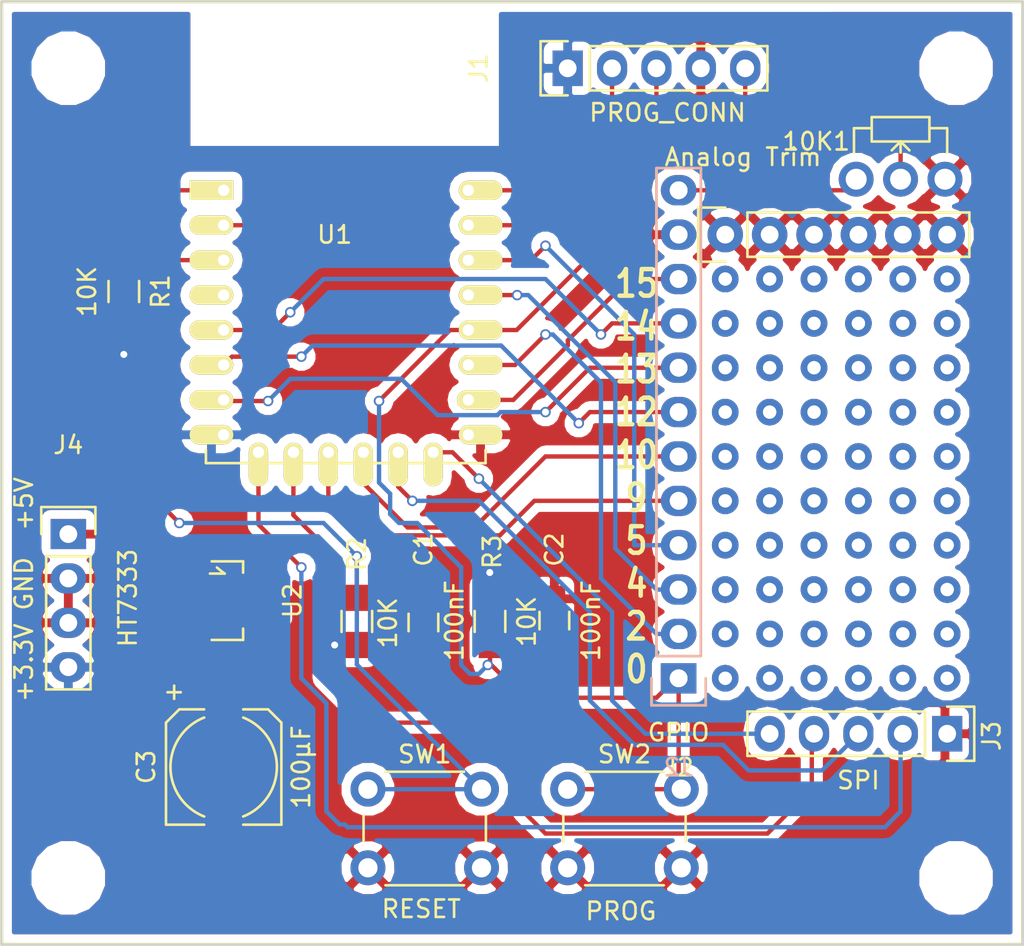
<source format=kicad_pcb>
(kicad_pcb (version 4) (host pcbnew 4.0.6)

  (general
    (links 0)
    (no_connects 1)
    (area 101.567857 56.355 180.894612 117.035)
    (thickness 1.6)
    (drawings 10)
    (tracks 215)
    (zones 0)
    (modules 23)
    (nets 25)
  )

  (page A4)
  (layers
    (0 F.Cu signal hide)
    (31 B.Cu signal hide)
    (32 B.Adhes user)
    (33 F.Adhes user)
    (34 B.Paste user)
    (35 F.Paste user)
    (36 B.SilkS user)
    (37 F.SilkS user)
    (38 B.Mask user)
    (39 F.Mask user)
    (40 Dwgs.User user)
    (41 Cmts.User user)
    (42 Eco1.User user)
    (43 Eco2.User user)
    (44 Edge.Cuts user)
    (45 Margin user hide)
    (46 B.CrtYd user)
    (47 F.CrtYd user)
    (48 B.Fab user)
    (49 F.Fab user)
  )

  (setup
    (last_trace_width 0.25)
    (trace_clearance 0.2)
    (zone_clearance 0.508)
    (zone_45_only no)
    (trace_min 0.2)
    (segment_width 0.2)
    (edge_width 0.15)
    (via_size 0.6)
    (via_drill 0.4)
    (via_min_size 0.4)
    (via_min_drill 0.3)
    (blind_buried_vias_allowed yes)
    (uvia_size 0.3)
    (uvia_drill 0.1)
    (uvias_allowed no)
    (uvia_min_size 0.2)
    (uvia_min_drill 0.1)
    (pcb_text_width 0.3)
    (pcb_text_size 1.5 1.5)
    (mod_edge_width 0.15)
    (mod_text_size 1 1)
    (mod_text_width 0.15)
    (pad_size 2.032 2.032)
    (pad_drill 1.016)
    (pad_to_mask_clearance 0.2)
    (aux_axis_origin 107.315 61.595)
    (visible_elements FFFFF979)
    (pcbplotparams
      (layerselection 0x00030_80000001)
      (usegerberextensions false)
      (excludeedgelayer true)
      (linewidth 0.100000)
      (plotframeref false)
      (viasonmask false)
      (mode 1)
      (useauxorigin false)
      (hpglpennumber 1)
      (hpglpenspeed 20)
      (hpglpendiameter 15)
      (hpglpenoverlay 2)
      (psnegative false)
      (psa4output false)
      (plotreference true)
      (plotvalue true)
      (plotinvisibletext false)
      (padsonsilk false)
      (subtractmaskfromsilk false)
      (outputformat 1)
      (mirror false)
      (drillshape 1)
      (scaleselection 1)
      (outputdirectory ""))
  )

  (net 0 "")
  (net 1 GND)
  (net 2 "Net-(10K1-Pad2)")
  (net 3 /ANALOG_IN)
  (net 4 "Net-(C1-Pad1)")
  (net 5 VCC)
  (net 6 /TXD)
  (net 7 /RXD)
  (net 8 /GPIO0)
  (net 9 /GPIO2)
  (net 10 /GPIO4)
  (net 11 /GPIO5)
  (net 12 /GPIO9)
  (net 13 /GPIO10)
  (net 14 /GPIO12)
  (net 15 /GPIO13)
  (net 16 /GPIO14)
  (net 17 /GPIO15)
  (net 18 /CS0)
  (net 19 /MOSI)
  (net 20 /MISO)
  (net 21 /SLCK)
  (net 22 "Net-(J4-Pad1)")
  (net 23 "Net-(R1-Pad1)")
  (net 24 "Net-(U1-Pad4)")

  (net_class Default "This is the default net class."
    (clearance 0.2)
    (trace_width 0.25)
    (via_dia 0.6)
    (via_drill 0.4)
    (uvia_dia 0.3)
    (uvia_drill 0.1)
    (add_net /ANALOG_IN)
    (add_net /CS0)
    (add_net /GPIO0)
    (add_net /GPIO10)
    (add_net /GPIO12)
    (add_net /GPIO13)
    (add_net /GPIO14)
    (add_net /GPIO15)
    (add_net /GPIO2)
    (add_net /GPIO4)
    (add_net /GPIO5)
    (add_net /GPIO9)
    (add_net /MISO)
    (add_net /MOSI)
    (add_net /RXD)
    (add_net /SLCK)
    (add_net /TXD)
    (add_net "Net-(10K1-Pad2)")
    (add_net "Net-(C1-Pad1)")
    (add_net "Net-(R1-Pad1)")
    (add_net "Net-(U1-Pad4)")
  )

  (net_class Power ""
    (clearance 0.2)
    (trace_width 0.504)
    (via_dia 0.6)
    (via_drill 0.4)
    (uvia_dia 0.3)
    (uvia_drill 0.1)
    (add_net GND)
    (add_net "Net-(J4-Pad1)")
    (add_net VCC)
  )

  (module Pin_Headers:Pin_Header_Straight_1x12 (layer B.Cu) (tedit 0) (tstamp 58E234BF)
    (at 146.05 100.33)
    (descr "Through hole pin header")
    (tags "pin header")
    (path /58DBD1D0)
    (fp_text reference J2 (at 0 5.1) (layer B.SilkS)
      (effects (font (size 1 1) (thickness 0.15)) (justify mirror))
    )
    (fp_text value GPIO (at 0 3.1) (layer B.Fab)
      (effects (font (size 1 1) (thickness 0.15)) (justify mirror))
    )
    (fp_line (start -1.75 1.75) (end -1.75 -29.7) (layer B.CrtYd) (width 0.05))
    (fp_line (start 1.75 1.75) (end 1.75 -29.7) (layer B.CrtYd) (width 0.05))
    (fp_line (start -1.75 1.75) (end 1.75 1.75) (layer B.CrtYd) (width 0.05))
    (fp_line (start -1.75 -29.7) (end 1.75 -29.7) (layer B.CrtYd) (width 0.05))
    (fp_line (start 1.27 -1.27) (end 1.27 -29.21) (layer B.SilkS) (width 0.15))
    (fp_line (start 1.27 -29.21) (end -1.27 -29.21) (layer B.SilkS) (width 0.15))
    (fp_line (start -1.27 -29.21) (end -1.27 -1.27) (layer B.SilkS) (width 0.15))
    (fp_line (start 1.55 1.55) (end 1.55 0) (layer B.SilkS) (width 0.15))
    (fp_line (start 1.27 -1.27) (end -1.27 -1.27) (layer B.SilkS) (width 0.15))
    (fp_line (start -1.55 0) (end -1.55 1.55) (layer B.SilkS) (width 0.15))
    (fp_line (start -1.55 1.55) (end 1.55 1.55) (layer B.SilkS) (width 0.15))
    (pad 1 thru_hole rect (at 0 0) (size 2.032 1.7272) (drill 1.016) (layers *.Cu *.Mask)
      (net 8 /GPIO0))
    (pad 2 thru_hole oval (at 0 -2.54) (size 2.032 1.7272) (drill 1.016) (layers *.Cu *.Mask)
      (net 9 /GPIO2))
    (pad 3 thru_hole oval (at 0 -5.08) (size 2.032 1.7272) (drill 1.016) (layers *.Cu *.Mask)
      (net 10 /GPIO4))
    (pad 4 thru_hole oval (at 0 -7.62) (size 2.032 1.7272) (drill 1.016) (layers *.Cu *.Mask)
      (net 11 /GPIO5))
    (pad 5 thru_hole oval (at 0 -10.16) (size 2.032 1.7272) (drill 1.016) (layers *.Cu *.Mask)
      (net 12 /GPIO9))
    (pad 6 thru_hole oval (at 0 -12.7) (size 2.032 1.7272) (drill 1.016) (layers *.Cu *.Mask)
      (net 13 /GPIO10))
    (pad 7 thru_hole oval (at 0 -15.24) (size 2.032 1.7272) (drill 1.016) (layers *.Cu *.Mask)
      (net 14 /GPIO12))
    (pad 8 thru_hole oval (at 0 -17.78) (size 2.032 1.7272) (drill 1.016) (layers *.Cu *.Mask)
      (net 15 /GPIO13))
    (pad 9 thru_hole oval (at 0 -20.32) (size 2.032 1.7272) (drill 1.016) (layers *.Cu *.Mask)
      (net 16 /GPIO14))
    (pad 10 thru_hole oval (at 0 -22.86) (size 2.032 1.7272) (drill 1.016) (layers *.Cu *.Mask)
      (net 17 /GPIO15))
    (pad 11 thru_hole oval (at 0 -25.4) (size 2.032 1.7272) (drill 1.016) (layers *.Cu *.Mask)
      (net 1 GND))
    (pad 12 thru_hole oval (at 0 -27.94) (size 2.032 1.7272) (drill 1.016) (layers *.Cu *.Mask)
      (net 3 /ANALOG_IN))
    (model Pin_Headers.3dshapes/Pin_Header_Straight_1x12.wrl
      (at (xyz 0 -0.55 0))
      (scale (xyz 1 1 1))
      (rotate (xyz 0 0 90))
    )
  )

  (module ESP-RS232:proto_grid_6x10 (layer F.Cu) (tedit 58E24001) (tstamp 58E2347E)
    (at 153.035 74.93)
    (fp_text reference "" (at 8.382 27.94) (layer F.SilkS) hide
      (effects (font (size 1 1) (thickness 0.15)))
    )
    (fp_text value proto_grid_6x10 (at 2.286 0.254) (layer F.Fab) hide
      (effects (font (size 1 1) (thickness 0.15)))
    )
    (pad 1 thru_hole circle (at -4.318 2.54) (size 1.524 1.524) (drill 0.762) (layers *.Cu *.Mask))
    (pad 21 thru_hole circle (at -1.778 2.54) (size 1.524 1.524) (drill 0.762) (layers *.Cu *.Mask))
    (pad 31 thru_hole circle (at 0.762 2.54) (size 1.524 1.524) (drill 0.762) (layers *.Cu *.Mask))
    (pad 41 thru_hole circle (at 3.302 2.54) (size 1.524 1.524) (drill 0.762) (layers *.Cu *.Mask))
    (pad 51 thru_hole circle (at 5.842 2.54) (size 1.524 1.524) (drill 0.762) (layers *.Cu *.Mask))
    (pad 61 thru_hole circle (at 8.382 2.54) (size 1.524 1.524) (drill 0.762) (layers *.Cu *.Mask))
    (pad 12 thru_hole circle (at -4.318 5.08) (size 1.524 1.524) (drill 0.762) (layers *.Cu *.Mask))
    (pad 22 thru_hole circle (at -1.778 5.08) (size 1.524 1.524) (drill 0.762) (layers *.Cu *.Mask))
    (pad 32 thru_hole circle (at 0.762 5.08) (size 1.524 1.524) (drill 0.762) (layers *.Cu *.Mask))
    (pad 42 thru_hole circle (at 3.302 5.08) (size 1.524 1.524) (drill 0.762) (layers *.Cu *.Mask))
    (pad 52 thru_hole circle (at 5.842 5.08) (size 1.524 1.524) (drill 0.762) (layers *.Cu *.Mask))
    (pad 62 thru_hole circle (at 8.382 5.08) (size 1.524 1.524) (drill 0.762) (layers *.Cu *.Mask))
    (pad 13 thru_hole circle (at -4.318 7.62) (size 1.524 1.524) (drill 0.762) (layers *.Cu *.Mask))
    (pad 23 thru_hole circle (at -1.778 7.62) (size 1.524 1.524) (drill 0.762) (layers *.Cu *.Mask))
    (pad 33 thru_hole circle (at 0.762 7.62) (size 1.524 1.524) (drill 0.762) (layers *.Cu *.Mask))
    (pad 43 thru_hole circle (at 3.302 7.62) (size 1.524 1.524) (drill 0.762) (layers *.Cu *.Mask))
    (pad 53 thru_hole circle (at 5.842 7.62) (size 1.524 1.524) (drill 0.762) (layers *.Cu *.Mask))
    (pad 63 thru_hole circle (at 8.382 7.62) (size 1.524 1.524) (drill 0.762) (layers *.Cu *.Mask))
    (pad 14 thru_hole circle (at -4.318 10.16) (size 1.524 1.524) (drill 0.762) (layers *.Cu *.Mask))
    (pad 24 thru_hole circle (at -1.778 10.16) (size 1.524 1.524) (drill 0.762) (layers *.Cu *.Mask))
    (pad 34 thru_hole circle (at 0.762 10.16) (size 1.524 1.524) (drill 0.762) (layers *.Cu *.Mask))
    (pad 44 thru_hole circle (at 3.302 10.16) (size 1.524 1.524) (drill 0.762) (layers *.Cu *.Mask))
    (pad 54 thru_hole circle (at 5.842 10.16) (size 1.524 1.524) (drill 0.762) (layers *.Cu *.Mask))
    (pad 64 thru_hole circle (at 8.382 10.16) (size 1.524 1.524) (drill 0.762) (layers *.Cu *.Mask))
    (pad 15 thru_hole circle (at -4.318 12.7) (size 1.524 1.524) (drill 0.762) (layers *.Cu *.Mask))
    (pad 25 thru_hole circle (at -1.778 12.7) (size 1.524 1.524) (drill 0.762) (layers *.Cu *.Mask))
    (pad 35 thru_hole circle (at 0.762 12.7) (size 1.524 1.524) (drill 0.762) (layers *.Cu *.Mask))
    (pad 45 thru_hole circle (at 3.302 12.7) (size 1.524 1.524) (drill 0.762) (layers *.Cu *.Mask))
    (pad 55 thru_hole circle (at 5.842 12.7) (size 1.524 1.524) (drill 0.762) (layers *.Cu *.Mask))
    (pad 65 thru_hole circle (at 8.382 12.7) (size 1.524 1.524) (drill 0.762) (layers *.Cu *.Mask))
    (pad 16 thru_hole circle (at -4.318 15.24) (size 1.524 1.524) (drill 0.762) (layers *.Cu *.Mask))
    (pad 26 thru_hole circle (at -1.778 15.24) (size 1.524 1.524) (drill 0.762) (layers *.Cu *.Mask))
    (pad 36 thru_hole circle (at 0.762 15.24) (size 1.524 1.524) (drill 0.762) (layers *.Cu *.Mask))
    (pad 46 thru_hole circle (at 3.302 15.24) (size 1.524 1.524) (drill 0.762) (layers *.Cu *.Mask))
    (pad 56 thru_hole circle (at 5.842 15.24) (size 1.524 1.524) (drill 0.762) (layers *.Cu *.Mask))
    (pad 66 thru_hole circle (at 8.382 15.24) (size 1.524 1.524) (drill 0.762) (layers *.Cu *.Mask))
    (pad 17 thru_hole circle (at -4.318 17.78) (size 1.524 1.524) (drill 0.762) (layers *.Cu *.Mask))
    (pad 27 thru_hole circle (at -1.778 17.78) (size 1.524 1.524) (drill 0.762) (layers *.Cu *.Mask))
    (pad 37 thru_hole circle (at 0.762 17.78) (size 1.524 1.524) (drill 0.762) (layers *.Cu *.Mask))
    (pad 47 thru_hole circle (at 3.302 17.78) (size 1.524 1.524) (drill 0.762) (layers *.Cu *.Mask))
    (pad 57 thru_hole circle (at 5.842 17.78) (size 1.524 1.524) (drill 0.762) (layers *.Cu *.Mask))
    (pad 67 thru_hole circle (at 8.382 17.78) (size 1.524 1.524) (drill 0.762) (layers *.Cu *.Mask))
    (pad 18 thru_hole circle (at -4.318 20.32) (size 1.524 1.524) (drill 0.762) (layers *.Cu *.Mask))
    (pad 28 thru_hole circle (at -1.778 20.32) (size 1.524 1.524) (drill 0.762) (layers *.Cu *.Mask))
    (pad 38 thru_hole circle (at 0.762 20.32) (size 1.524 1.524) (drill 0.762) (layers *.Cu *.Mask))
    (pad 48 thru_hole circle (at 3.302 20.32) (size 1.524 1.524) (drill 0.762) (layers *.Cu *.Mask))
    (pad 58 thru_hole circle (at 5.842 20.32) (size 1.524 1.524) (drill 0.762) (layers *.Cu *.Mask))
    (pad 68 thru_hole circle (at 8.382 20.32) (size 1.524 1.524) (drill 0.762) (layers *.Cu *.Mask))
    (pad 19 thru_hole circle (at -4.318 22.86) (size 1.524 1.524) (drill 0.762) (layers *.Cu *.Mask))
    (pad 29 thru_hole circle (at -1.778 22.86) (size 1.524 1.524) (drill 0.762) (layers *.Cu *.Mask))
    (pad 39 thru_hole circle (at 0.762 22.86) (size 1.524 1.524) (drill 0.762) (layers *.Cu *.Mask))
    (pad 49 thru_hole circle (at 3.302 22.86) (size 1.524 1.524) (drill 0.762) (layers *.Cu *.Mask))
    (pad 59 thru_hole circle (at 5.842 22.86) (size 1.524 1.524) (drill 0.762) (layers *.Cu *.Mask))
    (pad 69 thru_hole circle (at 8.382 22.86) (size 1.524 1.524) (drill 0.762) (layers *.Cu *.Mask))
    (pad 110 thru_hole circle (at -4.318 25.4) (size 1.524 1.524) (drill 0.762) (layers *.Cu *.Mask))
    (pad 210 thru_hole circle (at -1.778 25.4) (size 1.524 1.524) (drill 0.762) (layers *.Cu *.Mask))
    (pad 310 thru_hole circle (at 0.762 25.4) (size 1.524 1.524) (drill 0.762) (layers *.Cu *.Mask))
    (pad 410 thru_hole circle (at 3.302 25.4) (size 1.524 1.524) (drill 0.762) (layers *.Cu *.Mask))
    (pad 510 thru_hole circle (at 5.842 25.4) (size 1.524 1.524) (drill 0.762) (layers *.Cu *.Mask))
    (pad 610 thru_hole circle (at 8.382 25.4) (size 1.524 1.524) (drill 0.762) (layers *.Cu *.Mask))
  )

  (module Mounting_Holes:MountingHole_3.2mm_M3 (layer F.Cu) (tedit 58E238CF) (tstamp 58E16E82)
    (at 161.925 65.405)
    (descr "Mounting Hole 3.2mm, no annular, M3")
    (tags "mounting hole 3.2mm no annular m3")
    (fp_text reference REF** (at 0 -4.2) (layer F.SilkS) hide
      (effects (font (size 1 1) (thickness 0.15)))
    )
    (fp_text value MountingHole_3.2mm_M3 (at 0 4.2) (layer F.Fab) hide
      (effects (font (size 1 1) (thickness 0.15)))
    )
    (fp_circle (center 0 0) (end 3.2 0) (layer Cmts.User) (width 0.15))
    (fp_circle (center 0 0) (end 3.45 0) (layer F.CrtYd) (width 0.05))
    (pad 1 np_thru_hole circle (at 0 0) (size 3.2 3.2) (drill 3.2) (layers *.Cu *.Mask))
  )

  (module Capacitors_SMD:C_0805_HandSoldering (layer F.Cu) (tedit 58E2416A) (tstamp 58DFD337)
    (at 131.445 97.135 270)
    (descr "Capacitor SMD 0805, hand soldering")
    (tags "capacitor 0805")
    (path /58DBF18D)
    (attr smd)
    (fp_text reference C1 (at -4.171 0 270) (layer F.SilkS)
      (effects (font (size 1 1) (thickness 0.15)))
    )
    (fp_text value 100nF (at -0.107 -1.778 270) (layer F.SilkS)
      (effects (font (size 1 1) (thickness 0.15)))
    )
    (fp_line (start -1 0.625) (end -1 -0.625) (layer F.Fab) (width 0.15))
    (fp_line (start 1 0.625) (end -1 0.625) (layer F.Fab) (width 0.15))
    (fp_line (start 1 -0.625) (end 1 0.625) (layer F.Fab) (width 0.15))
    (fp_line (start -1 -0.625) (end 1 -0.625) (layer F.Fab) (width 0.15))
    (fp_line (start -2.3 -1) (end 2.3 -1) (layer F.CrtYd) (width 0.05))
    (fp_line (start -2.3 1) (end 2.3 1) (layer F.CrtYd) (width 0.05))
    (fp_line (start -2.3 -1) (end -2.3 1) (layer F.CrtYd) (width 0.05))
    (fp_line (start 2.3 -1) (end 2.3 1) (layer F.CrtYd) (width 0.05))
    (fp_line (start 0.5 -0.85) (end -0.5 -0.85) (layer F.SilkS) (width 0.15))
    (fp_line (start -0.5 0.85) (end 0.5 0.85) (layer F.SilkS) (width 0.15))
    (pad 1 smd rect (at -1.25 0 270) (size 1.5 1.25) (layers F.Cu F.Paste F.Mask)
      (net 4 "Net-(C1-Pad1)"))
    (pad 2 smd rect (at 1.25 0 270) (size 1.5 1.25) (layers F.Cu F.Paste F.Mask)
      (net 1 GND))
    (model Capacitors_SMD.3dshapes/C_0805_HandSoldering.wrl
      (at (xyz 0 0 0))
      (scale (xyz 1 1 1))
      (rotate (xyz 0 0 0))
    )
  )

  (module Capacitors_SMD:C_0805_HandSoldering (layer F.Cu) (tedit 58E24160) (tstamp 58DFD33D)
    (at 138.938 97.028 90)
    (descr "Capacitor SMD 0805, hand soldering")
    (tags "capacitor 0805")
    (path /58DEA3D2)
    (attr smd)
    (fp_text reference C2 (at 4.064 0 90) (layer F.SilkS)
      (effects (font (size 1 1) (thickness 0.15)))
    )
    (fp_text value 100nF (at 0 2.1 90) (layer F.SilkS)
      (effects (font (size 1 1) (thickness 0.15)))
    )
    (fp_line (start -1 0.625) (end -1 -0.625) (layer F.Fab) (width 0.15))
    (fp_line (start 1 0.625) (end -1 0.625) (layer F.Fab) (width 0.15))
    (fp_line (start 1 -0.625) (end 1 0.625) (layer F.Fab) (width 0.15))
    (fp_line (start -1 -0.625) (end 1 -0.625) (layer F.Fab) (width 0.15))
    (fp_line (start -2.3 -1) (end 2.3 -1) (layer F.CrtYd) (width 0.05))
    (fp_line (start -2.3 1) (end 2.3 1) (layer F.CrtYd) (width 0.05))
    (fp_line (start -2.3 -1) (end -2.3 1) (layer F.CrtYd) (width 0.05))
    (fp_line (start 2.3 -1) (end 2.3 1) (layer F.CrtYd) (width 0.05))
    (fp_line (start 0.5 -0.85) (end -0.5 -0.85) (layer F.SilkS) (width 0.15))
    (fp_line (start -0.5 0.85) (end 0.5 0.85) (layer F.SilkS) (width 0.15))
    (pad 1 smd rect (at -1.25 0 90) (size 1.5 1.25) (layers F.Cu F.Paste F.Mask)
      (net 5 VCC))
    (pad 2 smd rect (at 1.25 0 90) (size 1.5 1.25) (layers F.Cu F.Paste F.Mask)
      (net 1 GND))
    (model Capacitors_SMD.3dshapes/C_0805_HandSoldering.wrl
      (at (xyz 0 0 0))
      (scale (xyz 1 1 1))
      (rotate (xyz 0 0 0))
    )
  )

  (module Capacitors_SMD:c_elec_6.3x7.7 (layer F.Cu) (tedit 58E24156) (tstamp 58DFD343)
    (at 120.015 105.41 270)
    (descr "SMT capacitor, aluminium electrolytic, 6.3x7.7")
    (path /58DBEBE7)
    (attr smd)
    (fp_text reference C3 (at 0 4.4323 270) (layer F.SilkS)
      (effects (font (size 1 1) (thickness 0.15)))
    )
    (fp_text value 100µF (at 0 -4.4323 270) (layer F.SilkS)
      (effects (font (size 1 1) (thickness 0.15)))
    )
    (fp_line (start 3.1496 3.1496) (end 3.1496 -3.1496) (layer F.Fab) (width 0.15))
    (fp_line (start -2.4765 3.1496) (end 3.1496 3.1496) (layer F.Fab) (width 0.15))
    (fp_line (start -3.1496 2.4765) (end -2.4765 3.1496) (layer F.Fab) (width 0.15))
    (fp_line (start -3.1496 -2.4765) (end -3.1496 2.4765) (layer F.Fab) (width 0.15))
    (fp_line (start -2.4765 -3.1496) (end -3.1496 -2.4765) (layer F.Fab) (width 0.15))
    (fp_line (start 3.1496 -3.1496) (end -2.4765 -3.1496) (layer F.Fab) (width 0.15))
    (fp_text user + (at -1.7272 -0.0762 270) (layer F.Fab)
      (effects (font (size 1 1) (thickness 0.15)))
    )
    (fp_arc (start 0 0) (end 2.8321 1.1176) (angle 136.9770428) (layer F.SilkS) (width 0.15))
    (fp_arc (start 0 0) (end -2.8321 -1.1176) (angle 136.9770428) (layer F.SilkS) (width 0.15))
    (fp_line (start -3.302 2.54) (end -3.302 1.1176) (layer F.SilkS) (width 0.15))
    (fp_line (start 3.302 3.302) (end 3.302 1.1176) (layer F.SilkS) (width 0.15))
    (fp_line (start 3.302 -3.302) (end 3.302 -1.1176) (layer F.SilkS) (width 0.15))
    (fp_line (start -3.302 -2.54) (end -3.302 -1.1176) (layer F.SilkS) (width 0.15))
    (fp_text user + (at -4.2799 2.9083 270) (layer F.SilkS)
      (effects (font (size 1 1) (thickness 0.15)))
    )
    (fp_line (start 4.85 -3.55) (end -4.85 -3.55) (layer F.CrtYd) (width 0.05))
    (fp_line (start -4.85 -3.55) (end -4.85 3.55) (layer F.CrtYd) (width 0.05))
    (fp_line (start -4.85 3.55) (end 4.85 3.55) (layer F.CrtYd) (width 0.05))
    (fp_line (start 4.85 3.55) (end 4.85 -3.55) (layer F.CrtYd) (width 0.05))
    (fp_line (start 3.302 3.302) (end -2.54 3.302) (layer F.SilkS) (width 0.15))
    (fp_line (start -2.54 3.302) (end -3.302 2.54) (layer F.SilkS) (width 0.15))
    (fp_line (start -3.302 -2.54) (end -2.54 -3.302) (layer F.SilkS) (width 0.15))
    (fp_line (start -2.54 -3.302) (end 3.302 -3.302) (layer F.SilkS) (width 0.15))
    (pad 1 smd rect (at -2.7 0 90) (size 3.5 1.6) (layers F.Cu F.Paste F.Mask)
      (net 5 VCC))
    (pad 2 smd rect (at 2.7 0 90) (size 3.5 1.6) (layers F.Cu F.Paste F.Mask)
      (net 1 GND))
    (model Capacitors_SMD.3dshapes/c_elec_6.3x7.7.wrl
      (at (xyz 0 0 0))
      (scale (xyz 1 1 1))
      (rotate (xyz 0 0 180))
    )
  )

  (module Pin_Headers:Pin_Header_Straight_1x05 (layer F.Cu) (tedit 58E240ED) (tstamp 58DFD34C)
    (at 139.7 65.405 90)
    (descr "Through hole pin header")
    (tags "pin header")
    (path /58DD124D)
    (fp_text reference J1 (at 0 -5.1 90) (layer F.SilkS)
      (effects (font (size 1 1) (thickness 0.15)))
    )
    (fp_text value PROG_CONN (at -2.54 5.715 180) (layer F.SilkS)
      (effects (font (size 1 1) (thickness 0.15)))
    )
    (fp_line (start -1.55 0) (end -1.55 -1.55) (layer F.SilkS) (width 0.15))
    (fp_line (start -1.55 -1.55) (end 1.55 -1.55) (layer F.SilkS) (width 0.15))
    (fp_line (start 1.55 -1.55) (end 1.55 0) (layer F.SilkS) (width 0.15))
    (fp_line (start -1.75 -1.75) (end -1.75 11.95) (layer F.CrtYd) (width 0.05))
    (fp_line (start 1.75 -1.75) (end 1.75 11.95) (layer F.CrtYd) (width 0.05))
    (fp_line (start -1.75 -1.75) (end 1.75 -1.75) (layer F.CrtYd) (width 0.05))
    (fp_line (start -1.75 11.95) (end 1.75 11.95) (layer F.CrtYd) (width 0.05))
    (fp_line (start 1.27 1.27) (end 1.27 11.43) (layer F.SilkS) (width 0.15))
    (fp_line (start 1.27 11.43) (end -1.27 11.43) (layer F.SilkS) (width 0.15))
    (fp_line (start -1.27 11.43) (end -1.27 1.27) (layer F.SilkS) (width 0.15))
    (fp_line (start 1.27 1.27) (end -1.27 1.27) (layer F.SilkS) (width 0.15))
    (pad 1 thru_hole rect (at 0 0 90) (size 2.032 1.7272) (drill 1.016) (layers *.Cu *.Mask)
      (net 5 VCC))
    (pad 2 thru_hole oval (at 0 2.54 90) (size 2.032 1.7272) (drill 1.016) (layers *.Cu *.Mask)
      (net 6 /TXD))
    (pad 3 thru_hole oval (at 0 5.08 90) (size 2.032 1.7272) (drill 1.016) (layers *.Cu *.Mask)
      (net 7 /RXD))
    (pad 4 thru_hole oval (at 0 7.62 90) (size 2.032 1.7272) (drill 1.016) (layers *.Cu *.Mask)
      (net 1 GND))
    (pad 5 thru_hole oval (at 0 10.16 90) (size 2.032 1.7272) (drill 1.016) (layers *.Cu *.Mask)
      (net 8 /GPIO0))
    (model Pin_Headers.3dshapes/Pin_Header_Straight_1x05.wrl
      (at (xyz 0 -0.2 0))
      (scale (xyz 1 1 1))
      (rotate (xyz 0 0 90))
    )
  )

  (module Pin_Headers:Pin_Header_Straight_1x12 (layer F.Cu) (tedit 58E240FC) (tstamp 58DFD35C)
    (at 146.05 100.33 180)
    (descr "Through hole pin header")
    (tags "pin header")
    (path /58DBD1D0)
    (fp_text reference J2 (at 0 -5.1 180) (layer F.SilkS)
      (effects (font (size 1 1) (thickness 0.15)))
    )
    (fp_text value GPIO (at 0 -3.1 180) (layer F.SilkS)
      (effects (font (size 1 1) (thickness 0.15)))
    )
    (fp_line (start -1.75 -1.75) (end -1.75 29.7) (layer F.CrtYd) (width 0.05))
    (fp_line (start 1.75 -1.75) (end 1.75 29.7) (layer F.CrtYd) (width 0.05))
    (fp_line (start -1.75 -1.75) (end 1.75 -1.75) (layer F.CrtYd) (width 0.05))
    (fp_line (start -1.75 29.7) (end 1.75 29.7) (layer F.CrtYd) (width 0.05))
    (fp_line (start 1.27 1.27) (end 1.27 29.21) (layer F.SilkS) (width 0.15))
    (fp_line (start 1.27 29.21) (end -1.27 29.21) (layer F.SilkS) (width 0.15))
    (fp_line (start -1.27 29.21) (end -1.27 1.27) (layer F.SilkS) (width 0.15))
    (fp_line (start 1.55 -1.55) (end 1.55 0) (layer F.SilkS) (width 0.15))
    (fp_line (start 1.27 1.27) (end -1.27 1.27) (layer F.SilkS) (width 0.15))
    (fp_line (start -1.55 0) (end -1.55 -1.55) (layer F.SilkS) (width 0.15))
    (fp_line (start -1.55 -1.55) (end 1.55 -1.55) (layer F.SilkS) (width 0.15))
    (pad 1 thru_hole rect (at 0 0 180) (size 2.032 1.7272) (drill 1.016) (layers *.Cu *.Mask)
      (net 8 /GPIO0))
    (pad 2 thru_hole oval (at 0 2.54 180) (size 2.032 1.7272) (drill 1.016) (layers *.Cu *.Mask)
      (net 9 /GPIO2))
    (pad 3 thru_hole oval (at 0 5.08 180) (size 2.032 1.7272) (drill 1.016) (layers *.Cu *.Mask)
      (net 10 /GPIO4))
    (pad 4 thru_hole oval (at 0 7.62 180) (size 2.032 1.7272) (drill 1.016) (layers *.Cu *.Mask)
      (net 11 /GPIO5))
    (pad 5 thru_hole oval (at 0 10.16 180) (size 2.032 1.7272) (drill 1.016) (layers *.Cu *.Mask)
      (net 12 /GPIO9))
    (pad 6 thru_hole oval (at 0 12.7 180) (size 2.032 1.7272) (drill 1.016) (layers *.Cu *.Mask)
      (net 13 /GPIO10))
    (pad 7 thru_hole oval (at 0 15.24 180) (size 2.032 1.7272) (drill 1.016) (layers *.Cu *.Mask)
      (net 14 /GPIO12))
    (pad 8 thru_hole oval (at 0 17.78 180) (size 2.032 1.7272) (drill 1.016) (layers *.Cu *.Mask)
      (net 15 /GPIO13))
    (pad 9 thru_hole oval (at 0 20.32 180) (size 2.032 1.7272) (drill 1.016) (layers *.Cu *.Mask)
      (net 16 /GPIO14))
    (pad 10 thru_hole oval (at 0 22.86 180) (size 2.032 1.7272) (drill 1.016) (layers *.Cu *.Mask)
      (net 17 /GPIO15))
    (pad 11 thru_hole oval (at 0 25.4 180) (size 2.032 1.7272) (drill 1.016) (layers *.Cu *.Mask)
      (net 1 GND))
    (pad 12 thru_hole oval (at 0 27.94 180) (size 2.032 1.7272) (drill 1.016) (layers *.Cu *.Mask)
      (net 3 /ANALOG_IN))
    (model Pin_Headers.3dshapes/Pin_Header_Straight_1x12.wrl
      (at (xyz 0 -0.55 0))
      (scale (xyz 1 1 1))
      (rotate (xyz 0 0 90))
    )
  )

  (module Pin_Headers:Pin_Header_Straight_1x05 (layer F.Cu) (tedit 58E240F3) (tstamp 58DFD365)
    (at 161.417 103.505 270)
    (descr "Through hole pin header")
    (tags "pin header")
    (path /58DEB2FF)
    (fp_text reference J3 (at 0.127 -2.54 270) (layer F.SilkS)
      (effects (font (size 1 1) (thickness 0.15)))
    )
    (fp_text value SPI (at 2.667 5.08 360) (layer F.SilkS)
      (effects (font (size 1 1) (thickness 0.15)))
    )
    (fp_line (start -1.55 0) (end -1.55 -1.55) (layer F.SilkS) (width 0.15))
    (fp_line (start -1.55 -1.55) (end 1.55 -1.55) (layer F.SilkS) (width 0.15))
    (fp_line (start 1.55 -1.55) (end 1.55 0) (layer F.SilkS) (width 0.15))
    (fp_line (start -1.75 -1.75) (end -1.75 11.95) (layer F.CrtYd) (width 0.05))
    (fp_line (start 1.75 -1.75) (end 1.75 11.95) (layer F.CrtYd) (width 0.05))
    (fp_line (start -1.75 -1.75) (end 1.75 -1.75) (layer F.CrtYd) (width 0.05))
    (fp_line (start -1.75 11.95) (end 1.75 11.95) (layer F.CrtYd) (width 0.05))
    (fp_line (start 1.27 1.27) (end 1.27 11.43) (layer F.SilkS) (width 0.15))
    (fp_line (start 1.27 11.43) (end -1.27 11.43) (layer F.SilkS) (width 0.15))
    (fp_line (start -1.27 11.43) (end -1.27 1.27) (layer F.SilkS) (width 0.15))
    (fp_line (start 1.27 1.27) (end -1.27 1.27) (layer F.SilkS) (width 0.15))
    (pad 1 thru_hole rect (at 0 0 270) (size 2.032 1.7272) (drill 1.016) (layers *.Cu *.Mask)
      (net 1 GND))
    (pad 2 thru_hole oval (at 0 2.54 270) (size 2.032 1.7272) (drill 1.016) (layers *.Cu *.Mask)
      (net 18 /CS0))
    (pad 3 thru_hole oval (at 0 5.08 270) (size 2.032 1.7272) (drill 1.016) (layers *.Cu *.Mask)
      (net 19 /MOSI))
    (pad 4 thru_hole oval (at 0 7.62 270) (size 2.032 1.7272) (drill 1.016) (layers *.Cu *.Mask)
      (net 20 /MISO))
    (pad 5 thru_hole oval (at 0 10.16 270) (size 2.032 1.7272) (drill 1.016) (layers *.Cu *.Mask)
      (net 21 /SLCK))
    (model Pin_Headers.3dshapes/Pin_Header_Straight_1x05.wrl
      (at (xyz 0 -0.2 0))
      (scale (xyz 1 1 1))
      (rotate (xyz 0 0 90))
    )
  )

  (module Pin_Headers:Pin_Header_Straight_1x04 (layer F.Cu) (tedit 58E24128) (tstamp 58DFD36D)
    (at 111.125 92.075)
    (descr "Through hole pin header")
    (tags "pin header")
    (path /58DEC081)
    (fp_text reference J4 (at 0 -5.1) (layer F.SilkS)
      (effects (font (size 1 1) (thickness 0.15)))
    )
    (fp_text value "+3.3V GND  +5V" (at -2.54 3.175 90) (layer F.SilkS)
      (effects (font (size 1 1) (thickness 0.15)))
    )
    (fp_line (start -1.75 -1.75) (end -1.75 9.4) (layer F.CrtYd) (width 0.05))
    (fp_line (start 1.75 -1.75) (end 1.75 9.4) (layer F.CrtYd) (width 0.05))
    (fp_line (start -1.75 -1.75) (end 1.75 -1.75) (layer F.CrtYd) (width 0.05))
    (fp_line (start -1.75 9.4) (end 1.75 9.4) (layer F.CrtYd) (width 0.05))
    (fp_line (start -1.27 1.27) (end -1.27 8.89) (layer F.SilkS) (width 0.15))
    (fp_line (start 1.27 1.27) (end 1.27 8.89) (layer F.SilkS) (width 0.15))
    (fp_line (start 1.55 -1.55) (end 1.55 0) (layer F.SilkS) (width 0.15))
    (fp_line (start -1.27 8.89) (end 1.27 8.89) (layer F.SilkS) (width 0.15))
    (fp_line (start 1.27 1.27) (end -1.27 1.27) (layer F.SilkS) (width 0.15))
    (fp_line (start -1.55 0) (end -1.55 -1.55) (layer F.SilkS) (width 0.15))
    (fp_line (start -1.55 -1.55) (end 1.55 -1.55) (layer F.SilkS) (width 0.15))
    (pad 1 thru_hole rect (at 0 0) (size 2.032 1.7272) (drill 1.016) (layers *.Cu *.Mask)
      (net 22 "Net-(J4-Pad1)"))
    (pad 2 thru_hole oval (at 0 2.54) (size 2.032 1.7272) (drill 1.016) (layers *.Cu *.Mask)
      (net 1 GND))
    (pad 3 thru_hole oval (at 0 5.08) (size 2.032 1.7272) (drill 1.016) (layers *.Cu *.Mask)
      (net 1 GND))
    (pad 4 thru_hole oval (at 0 7.62) (size 2.032 1.7272) (drill 1.016) (layers *.Cu *.Mask)
      (net 5 VCC))
    (model Pin_Headers.3dshapes/Pin_Header_Straight_1x04.wrl
      (at (xyz 0 -0.15 0))
      (scale (xyz 1 1 1))
      (rotate (xyz 0 0 90))
    )
  )

  (module Resistors_SMD:R_0805_HandSoldering (layer F.Cu) (tedit 58E24148) (tstamp 58DFD373)
    (at 114.3 78.185 270)
    (descr "Resistor SMD 0805, hand soldering")
    (tags "resistor 0805")
    (path /58DBE0D4)
    (attr smd)
    (fp_text reference R1 (at 0 -2.1 270) (layer F.SilkS)
      (effects (font (size 1 1) (thickness 0.15)))
    )
    (fp_text value 10K (at 0 2.1 270) (layer F.SilkS)
      (effects (font (size 1 1) (thickness 0.15)))
    )
    (fp_line (start -1 0.625) (end -1 -0.625) (layer F.Fab) (width 0.1))
    (fp_line (start 1 0.625) (end -1 0.625) (layer F.Fab) (width 0.1))
    (fp_line (start 1 -0.625) (end 1 0.625) (layer F.Fab) (width 0.1))
    (fp_line (start -1 -0.625) (end 1 -0.625) (layer F.Fab) (width 0.1))
    (fp_line (start -2.4 -1) (end 2.4 -1) (layer F.CrtYd) (width 0.05))
    (fp_line (start -2.4 1) (end 2.4 1) (layer F.CrtYd) (width 0.05))
    (fp_line (start -2.4 -1) (end -2.4 1) (layer F.CrtYd) (width 0.05))
    (fp_line (start 2.4 -1) (end 2.4 1) (layer F.CrtYd) (width 0.05))
    (fp_line (start 0.6 0.875) (end -0.6 0.875) (layer F.SilkS) (width 0.15))
    (fp_line (start -0.6 -0.875) (end 0.6 -0.875) (layer F.SilkS) (width 0.15))
    (pad 1 smd rect (at -1.35 0 270) (size 1.5 1.3) (layers F.Cu F.Paste F.Mask)
      (net 23 "Net-(R1-Pad1)"))
    (pad 2 smd rect (at 1.35 0 270) (size 1.5 1.3) (layers F.Cu F.Paste F.Mask)
      (net 5 VCC))
    (model Resistors_SMD.3dshapes/R_0805_HandSoldering.wrl
      (at (xyz 0 0 0))
      (scale (xyz 1 1 1))
      (rotate (xyz 0 0 0))
    )
  )

  (module Resistors_SMD:R_0805_HandSoldering (layer F.Cu) (tedit 58E24170) (tstamp 58DFD379)
    (at 127.635 97.075 270)
    (descr "Resistor SMD 0805, hand soldering")
    (tags "resistor 0805")
    (path /58DBDB39)
    (attr smd)
    (fp_text reference R2 (at -3.857 0 270) (layer F.SilkS)
      (effects (font (size 1 1) (thickness 0.15)))
    )
    (fp_text value 10K (at 0.08 -1.778 270) (layer F.SilkS)
      (effects (font (size 1 1) (thickness 0.15)))
    )
    (fp_line (start -1 0.625) (end -1 -0.625) (layer F.Fab) (width 0.1))
    (fp_line (start 1 0.625) (end -1 0.625) (layer F.Fab) (width 0.1))
    (fp_line (start 1 -0.625) (end 1 0.625) (layer F.Fab) (width 0.1))
    (fp_line (start -1 -0.625) (end 1 -0.625) (layer F.Fab) (width 0.1))
    (fp_line (start -2.4 -1) (end 2.4 -1) (layer F.CrtYd) (width 0.05))
    (fp_line (start -2.4 1) (end 2.4 1) (layer F.CrtYd) (width 0.05))
    (fp_line (start -2.4 -1) (end -2.4 1) (layer F.CrtYd) (width 0.05))
    (fp_line (start 2.4 -1) (end 2.4 1) (layer F.CrtYd) (width 0.05))
    (fp_line (start 0.6 0.875) (end -0.6 0.875) (layer F.SilkS) (width 0.15))
    (fp_line (start -0.6 -0.875) (end 0.6 -0.875) (layer F.SilkS) (width 0.15))
    (pad 1 smd rect (at -1.35 0 270) (size 1.5 1.3) (layers F.Cu F.Paste F.Mask)
      (net 4 "Net-(C1-Pad1)"))
    (pad 2 smd rect (at 1.35 0 270) (size 1.5 1.3) (layers F.Cu F.Paste F.Mask)
      (net 5 VCC))
    (model Resistors_SMD.3dshapes/R_0805_HandSoldering.wrl
      (at (xyz 0 0 0))
      (scale (xyz 1 1 1))
      (rotate (xyz 0 0 0))
    )
  )

  (module Resistors_SMD:R_0805_HandSoldering (layer F.Cu) (tedit 58E24165) (tstamp 58DFD37F)
    (at 135.255 97.075 90)
    (descr "Resistor SMD 0805, hand soldering")
    (tags "resistor 0805")
    (path /58DCB638)
    (attr smd)
    (fp_text reference R3 (at 3.984 0.127 90) (layer F.SilkS)
      (effects (font (size 1 1) (thickness 0.15)))
    )
    (fp_text value 10K (at 0 2.1 90) (layer F.SilkS)
      (effects (font (size 1 1) (thickness 0.15)))
    )
    (fp_line (start -1 0.625) (end -1 -0.625) (layer F.Fab) (width 0.1))
    (fp_line (start 1 0.625) (end -1 0.625) (layer F.Fab) (width 0.1))
    (fp_line (start 1 -0.625) (end 1 0.625) (layer F.Fab) (width 0.1))
    (fp_line (start -1 -0.625) (end 1 -0.625) (layer F.Fab) (width 0.1))
    (fp_line (start -2.4 -1) (end 2.4 -1) (layer F.CrtYd) (width 0.05))
    (fp_line (start -2.4 1) (end 2.4 1) (layer F.CrtYd) (width 0.05))
    (fp_line (start -2.4 -1) (end -2.4 1) (layer F.CrtYd) (width 0.05))
    (fp_line (start 2.4 -1) (end 2.4 1) (layer F.CrtYd) (width 0.05))
    (fp_line (start 0.6 0.875) (end -0.6 0.875) (layer F.SilkS) (width 0.15))
    (fp_line (start -0.6 -0.875) (end 0.6 -0.875) (layer F.SilkS) (width 0.15))
    (pad 1 smd rect (at -1.35 0 90) (size 1.5 1.3) (layers F.Cu F.Paste F.Mask)
      (net 8 /GPIO0))
    (pad 2 smd rect (at 1.35 0 90) (size 1.5 1.3) (layers F.Cu F.Paste F.Mask)
      (net 5 VCC))
    (model Resistors_SMD.3dshapes/R_0805_HandSoldering.wrl
      (at (xyz 0 0 0))
      (scale (xyz 1 1 1))
      (rotate (xyz 0 0 0))
    )
  )

  (module Buttons_Switches_THT:SW_PUSH_6mm (layer F.Cu) (tedit 58E24121) (tstamp 58DFD387)
    (at 128.27 106.68)
    (descr https://www.omron.com/ecb/products/pdf/en-b3f.pdf)
    (tags "tact sw push 6mm")
    (path /58DBDDE9)
    (fp_text reference SW1 (at 3.25 -2) (layer F.SilkS)
      (effects (font (size 1 1) (thickness 0.15)))
    )
    (fp_text value RESET (at 3.048 6.858) (layer F.SilkS)
      (effects (font (size 1 1) (thickness 0.15)))
    )
    (fp_line (start 3.25 -0.75) (end 6.25 -0.75) (layer F.Fab) (width 0.1))
    (fp_line (start 6.25 -0.75) (end 6.25 5.25) (layer F.Fab) (width 0.1))
    (fp_line (start 6.25 5.25) (end 0.25 5.25) (layer F.Fab) (width 0.1))
    (fp_line (start 0.25 5.25) (end 0.25 -0.75) (layer F.Fab) (width 0.1))
    (fp_line (start 0.25 -0.75) (end 3.25 -0.75) (layer F.Fab) (width 0.1))
    (fp_line (start 7.75 6) (end 8 6) (layer F.CrtYd) (width 0.05))
    (fp_line (start 8 6) (end 8 5.75) (layer F.CrtYd) (width 0.05))
    (fp_line (start 7.75 -1.5) (end 8 -1.5) (layer F.CrtYd) (width 0.05))
    (fp_line (start 8 -1.5) (end 8 -1.25) (layer F.CrtYd) (width 0.05))
    (fp_line (start -1.5 -1.25) (end -1.5 -1.5) (layer F.CrtYd) (width 0.05))
    (fp_line (start -1.5 -1.5) (end -1.25 -1.5) (layer F.CrtYd) (width 0.05))
    (fp_line (start -1.5 5.75) (end -1.5 6) (layer F.CrtYd) (width 0.05))
    (fp_line (start -1.5 6) (end -1.25 6) (layer F.CrtYd) (width 0.05))
    (fp_line (start -1.25 -1.5) (end 7.75 -1.5) (layer F.CrtYd) (width 0.05))
    (fp_line (start -1.5 5.75) (end -1.5 -1.25) (layer F.CrtYd) (width 0.05))
    (fp_line (start 7.75 6) (end -1.25 6) (layer F.CrtYd) (width 0.05))
    (fp_line (start 8 -1.25) (end 8 5.75) (layer F.CrtYd) (width 0.05))
    (fp_line (start 1 5.5) (end 5.5 5.5) (layer F.SilkS) (width 0.15))
    (fp_line (start -0.25 1.5) (end -0.25 3) (layer F.SilkS) (width 0.15))
    (fp_line (start 5.5 -1) (end 1 -1) (layer F.SilkS) (width 0.15))
    (fp_line (start 6.75 3) (end 6.75 1.5) (layer F.SilkS) (width 0.15))
    (fp_circle (center 3.25 2.25) (end 1.25 2.5) (layer F.Fab) (width 0.1))
    (pad 2 thru_hole circle (at 0 4.5 90) (size 2 2) (drill 1.1) (layers *.Cu *.Mask)
      (net 1 GND))
    (pad 1 thru_hole circle (at 0 0 90) (size 2 2) (drill 1.1) (layers *.Cu *.Mask)
      (net 4 "Net-(C1-Pad1)"))
    (pad 2 thru_hole circle (at 6.5 4.5 90) (size 2 2) (drill 1.1) (layers *.Cu *.Mask)
      (net 1 GND))
    (pad 1 thru_hole circle (at 6.5 0 90) (size 2 2) (drill 1.1) (layers *.Cu *.Mask)
      (net 4 "Net-(C1-Pad1)"))
    (model Buttons_Switches_ThroughHole.3dshapes/SW_PUSH_6mm.wrl
      (at (xyz 0.005 0 0))
      (scale (xyz 0.3937 0.3937 0.3937))
      (rotate (xyz 0 0 0))
    )
  )

  (module Buttons_Switches_THT:SW_PUSH_6mm (layer F.Cu) (tedit 58E2411C) (tstamp 58DFD38F)
    (at 139.7 106.68)
    (descr https://www.omron.com/ecb/products/pdf/en-b3f.pdf)
    (tags "tact sw push 6mm")
    (path /58DCB63E)
    (fp_text reference SW2 (at 3.25 -2) (layer F.SilkS)
      (effects (font (size 1 1) (thickness 0.15)))
    )
    (fp_text value PROG (at 3.048 6.985) (layer F.SilkS)
      (effects (font (size 1 1) (thickness 0.15)))
    )
    (fp_line (start 3.25 -0.75) (end 6.25 -0.75) (layer F.Fab) (width 0.1))
    (fp_line (start 6.25 -0.75) (end 6.25 5.25) (layer F.Fab) (width 0.1))
    (fp_line (start 6.25 5.25) (end 0.25 5.25) (layer F.Fab) (width 0.1))
    (fp_line (start 0.25 5.25) (end 0.25 -0.75) (layer F.Fab) (width 0.1))
    (fp_line (start 0.25 -0.75) (end 3.25 -0.75) (layer F.Fab) (width 0.1))
    (fp_line (start 7.75 6) (end 8 6) (layer F.CrtYd) (width 0.05))
    (fp_line (start 8 6) (end 8 5.75) (layer F.CrtYd) (width 0.05))
    (fp_line (start 7.75 -1.5) (end 8 -1.5) (layer F.CrtYd) (width 0.05))
    (fp_line (start 8 -1.5) (end 8 -1.25) (layer F.CrtYd) (width 0.05))
    (fp_line (start -1.5 -1.25) (end -1.5 -1.5) (layer F.CrtYd) (width 0.05))
    (fp_line (start -1.5 -1.5) (end -1.25 -1.5) (layer F.CrtYd) (width 0.05))
    (fp_line (start -1.5 5.75) (end -1.5 6) (layer F.CrtYd) (width 0.05))
    (fp_line (start -1.5 6) (end -1.25 6) (layer F.CrtYd) (width 0.05))
    (fp_line (start -1.25 -1.5) (end 7.75 -1.5) (layer F.CrtYd) (width 0.05))
    (fp_line (start -1.5 5.75) (end -1.5 -1.25) (layer F.CrtYd) (width 0.05))
    (fp_line (start 7.75 6) (end -1.25 6) (layer F.CrtYd) (width 0.05))
    (fp_line (start 8 -1.25) (end 8 5.75) (layer F.CrtYd) (width 0.05))
    (fp_line (start 1 5.5) (end 5.5 5.5) (layer F.SilkS) (width 0.15))
    (fp_line (start -0.25 1.5) (end -0.25 3) (layer F.SilkS) (width 0.15))
    (fp_line (start 5.5 -1) (end 1 -1) (layer F.SilkS) (width 0.15))
    (fp_line (start 6.75 3) (end 6.75 1.5) (layer F.SilkS) (width 0.15))
    (fp_circle (center 3.25 2.25) (end 1.25 2.5) (layer F.Fab) (width 0.1))
    (pad 2 thru_hole circle (at 0 4.5 90) (size 2 2) (drill 1.1) (layers *.Cu *.Mask)
      (net 1 GND))
    (pad 1 thru_hole circle (at 0 0 90) (size 2 2) (drill 1.1) (layers *.Cu *.Mask)
      (net 8 /GPIO0))
    (pad 2 thru_hole circle (at 6.5 4.5 90) (size 2 2) (drill 1.1) (layers *.Cu *.Mask)
      (net 1 GND))
    (pad 1 thru_hole circle (at 6.5 0 90) (size 2 2) (drill 1.1) (layers *.Cu *.Mask)
      (net 8 /GPIO0))
    (model Buttons_Switches_ThroughHole.3dshapes/SW_PUSH_6mm.wrl
      (at (xyz 0.005 0 0))
      (scale (xyz 0.3937 0.3937 0.3937))
      (rotate (xyz 0 0 0))
    )
  )

  (module ESP8266:ESP-12E (layer F.Cu) (tedit 58B47889) (tstamp 58DFD3A9)
    (at 120.015 72.39)
    (descr "Module, ESP-8266, ESP-12, 16 pad, SMD")
    (tags "Module ESP-8266 ESP8266")
    (path /58DBCC58)
    (fp_text reference U1 (at 6.35 2.54) (layer F.SilkS)
      (effects (font (size 1 1) (thickness 0.15)))
    )
    (fp_text value ESP-12E (at 6.35 6.35) (layer F.Fab) hide
      (effects (font (size 1 1) (thickness 0.15)))
    )
    (fp_line (start -2.25 -0.5) (end -2.25 -8.75) (layer F.CrtYd) (width 0.05))
    (fp_line (start -2.25 -8.75) (end 15.25 -8.75) (layer F.CrtYd) (width 0.05))
    (fp_line (start 15.25 -8.75) (end 16.25 -8.75) (layer F.CrtYd) (width 0.05))
    (fp_line (start 16.25 -8.75) (end 16.25 16) (layer F.CrtYd) (width 0.05))
    (fp_line (start 16.25 16) (end -2.25 16) (layer F.CrtYd) (width 0.05))
    (fp_line (start -2.25 16) (end -2.25 -0.5) (layer F.CrtYd) (width 0.05))
    (fp_line (start -1.016 -8.382) (end 14.986 -8.382) (layer F.CrtYd) (width 0.1524))
    (fp_line (start 14.986 -8.382) (end 14.986 -0.889) (layer F.CrtYd) (width 0.1524))
    (fp_line (start -1.016 -8.382) (end -1.016 -1.016) (layer F.CrtYd) (width 0.1524))
    (fp_line (start -1.016 14.859) (end -1.016 15.621) (layer F.SilkS) (width 0.1524))
    (fp_line (start -1.016 15.621) (end 14.986 15.621) (layer F.SilkS) (width 0.1524))
    (fp_line (start 14.986 15.621) (end 14.986 14.859) (layer F.SilkS) (width 0.1524))
    (fp_line (start 14.992 -8.4) (end -1.008 -2.6) (layer F.CrtYd) (width 0.1524))
    (fp_line (start -1.008 -8.4) (end 14.992 -2.6) (layer F.CrtYd) (width 0.1524))
    (fp_text user "No Copper" (at 6.892 -5.4) (layer F.CrtYd)
      (effects (font (size 1 1) (thickness 0.15)))
    )
    (fp_line (start -1.008 -2.6) (end 14.992 -2.6) (layer F.CrtYd) (width 0.1524))
    (fp_line (start 15 -8.4) (end 15 15.6) (layer F.Fab) (width 0.05))
    (fp_line (start 14.992 15.6) (end -1.008 15.6) (layer F.Fab) (width 0.05))
    (fp_line (start -1.008 15.6) (end -1.008 -8.4) (layer F.Fab) (width 0.05))
    (fp_line (start -1.008 -8.4) (end 14.992 -8.4) (layer F.Fab) (width 0.05))
    (pad 1 thru_hole rect (at 0 0) (size 2.5 1.1) (drill 0.65 (offset -0.7 0)) (layers *.Cu *.Mask F.SilkS)
      (net 4 "Net-(C1-Pad1)"))
    (pad 2 thru_hole oval (at 0 2) (size 2.5 1.1) (drill 0.65 (offset -0.7 0)) (layers *.Cu *.Mask F.SilkS)
      (net 2 "Net-(10K1-Pad2)"))
    (pad 3 thru_hole oval (at 0 4) (size 2.5 1.1) (drill 0.65 (offset -0.7 0)) (layers *.Cu *.Mask F.SilkS)
      (net 23 "Net-(R1-Pad1)"))
    (pad 4 thru_hole oval (at 0 6) (size 2.5 1.1) (drill 0.65 (offset -0.7 0)) (layers *.Cu *.Mask F.SilkS)
      (net 24 "Net-(U1-Pad4)"))
    (pad 5 thru_hole oval (at 0 8) (size 2.5 1.1) (drill 0.65 (offset -0.7 0)) (layers *.Cu *.Mask F.SilkS)
      (net 16 /GPIO14))
    (pad 6 thru_hole oval (at 0 10) (size 2.5 1.1) (drill 0.65 (offset -0.7 0)) (layers *.Cu *.Mask F.SilkS)
      (net 14 /GPIO12))
    (pad 7 thru_hole oval (at 0 12) (size 2.5 1.1) (drill 0.65 (offset -0.7 0)) (layers *.Cu *.Mask F.SilkS)
      (net 15 /GPIO13))
    (pad 8 thru_hole oval (at 0 14) (size 2.5 1.1) (drill 0.65 (offset -0.7 0)) (layers *.Cu *.Mask F.SilkS)
      (net 5 VCC))
    (pad 9 thru_hole oval (at 14 14) (size 2.5 1.1) (drill 0.65 (offset 0.7 0)) (layers *.Cu *.Mask F.SilkS)
      (net 1 GND))
    (pad 10 thru_hole oval (at 14 12) (size 2.5 1.1) (drill 0.65 (offset 0.6 0)) (layers *.Cu *.Mask F.SilkS)
      (net 17 /GPIO15))
    (pad 11 thru_hole oval (at 14 10) (size 2.5 1.1) (drill 0.65 (offset 0.7 0)) (layers *.Cu *.Mask F.SilkS)
      (net 9 /GPIO2))
    (pad 12 thru_hole oval (at 14 8) (size 2.5 1.1) (drill 0.65 (offset 0.7 0)) (layers *.Cu *.Mask F.SilkS)
      (net 8 /GPIO0))
    (pad 13 thru_hole oval (at 14 6) (size 2.5 1.1) (drill 0.65 (offset 0.7 0)) (layers *.Cu *.Mask F.SilkS)
      (net 10 /GPIO4))
    (pad 14 thru_hole oval (at 14 4) (size 2.5 1.1) (drill 0.65 (offset 0.7 0)) (layers *.Cu *.Mask F.SilkS)
      (net 11 /GPIO5))
    (pad 15 thru_hole oval (at 14 2) (size 2.5 1.1) (drill 0.65 (offset 0.7 0)) (layers *.Cu *.Mask F.SilkS)
      (net 7 /RXD))
    (pad 16 thru_hole oval (at 14 0) (size 2.5 1.1) (drill 0.65 (offset 0.7 0)) (layers *.Cu *.Mask F.SilkS)
      (net 6 /TXD))
    (pad 17 thru_hole oval (at 1.99 15 90) (size 2.5 1.1) (drill 0.65 (offset -0.7 0)) (layers *.Cu *.Mask F.SilkS)
      (net 18 /CS0))
    (pad 18 thru_hole oval (at 3.99 15 90) (size 2.5 1.1) (drill 0.65 (offset -0.7 0)) (layers *.Cu *.Mask F.SilkS)
      (net 20 /MISO))
    (pad 19 thru_hole oval (at 5.99 15 90) (size 2.5 1.1) (drill 0.65 (offset -0.7 0)) (layers *.Cu *.Mask F.SilkS)
      (net 12 /GPIO9))
    (pad 20 thru_hole oval (at 7.99 15 90) (size 2.5 1.1) (drill 0.65 (offset -0.7 0)) (layers *.Cu *.Mask F.SilkS)
      (net 13 /GPIO10))
    (pad 21 thru_hole oval (at 9.99 15 90) (size 2.5 1.1) (drill 0.65 (offset -0.7 0)) (layers *.Cu *.Mask F.SilkS)
      (net 19 /MOSI))
    (pad 22 thru_hole oval (at 11.99 15 90) (size 2.5 1.1) (drill 0.65 (offset -0.7 0)) (layers *.Cu *.Mask F.SilkS)
      (net 21 /SLCK))
    (model ${ESPLIB}/ESP8266.3dshapes/ESP-12.wrl
      (at (xyz 0 0 0))
      (scale (xyz 0.3937 0.3937 0.3937))
      (rotate (xyz 0 0 0))
    )
  )

  (module ESP-RS232:proto_grid_6x10 (layer F.Cu) (tedit 58E24009) (tstamp 59029316)
    (at 153.035 74.93)
    (fp_text reference REF** (at 8.382 27.94) (layer F.SilkS) hide
      (effects (font (size 1 1) (thickness 0.15)))
    )
    (fp_text value proto_grid_6x10 (at 2.286 0.254) (layer F.Fab) hide
      (effects (font (size 1 1) (thickness 0.15)))
    )
    (pad 1 thru_hole circle (at -4.318 2.54) (size 1.524 1.524) (drill 0.762) (layers *.Cu *.Mask))
    (pad 21 thru_hole circle (at -1.778 2.54) (size 1.524 1.524) (drill 0.762) (layers *.Cu *.Mask))
    (pad 31 thru_hole circle (at 0.762 2.54) (size 1.524 1.524) (drill 0.762) (layers *.Cu *.Mask))
    (pad 41 thru_hole circle (at 3.302 2.54) (size 1.524 1.524) (drill 0.762) (layers *.Cu *.Mask))
    (pad 51 thru_hole circle (at 5.842 2.54) (size 1.524 1.524) (drill 0.762) (layers *.Cu *.Mask))
    (pad 61 thru_hole circle (at 8.382 2.54) (size 1.524 1.524) (drill 0.762) (layers *.Cu *.Mask))
    (pad 12 thru_hole circle (at -4.318 5.08) (size 1.524 1.524) (drill 0.762) (layers *.Cu *.Mask))
    (pad 22 thru_hole circle (at -1.778 5.08) (size 1.524 1.524) (drill 0.762) (layers *.Cu *.Mask))
    (pad 32 thru_hole circle (at 0.762 5.08) (size 1.524 1.524) (drill 0.762) (layers *.Cu *.Mask))
    (pad 42 thru_hole circle (at 3.302 5.08) (size 1.524 1.524) (drill 0.762) (layers *.Cu *.Mask))
    (pad 52 thru_hole circle (at 5.842 5.08) (size 1.524 1.524) (drill 0.762) (layers *.Cu *.Mask))
    (pad 62 thru_hole circle (at 8.382 5.08) (size 1.524 1.524) (drill 0.762) (layers *.Cu *.Mask))
    (pad 13 thru_hole circle (at -4.318 7.62) (size 1.524 1.524) (drill 0.762) (layers *.Cu *.Mask))
    (pad 23 thru_hole circle (at -1.778 7.62) (size 1.524 1.524) (drill 0.762) (layers *.Cu *.Mask))
    (pad 33 thru_hole circle (at 0.762 7.62) (size 1.524 1.524) (drill 0.762) (layers *.Cu *.Mask))
    (pad 43 thru_hole circle (at 3.302 7.62) (size 1.524 1.524) (drill 0.762) (layers *.Cu *.Mask))
    (pad 53 thru_hole circle (at 5.842 7.62) (size 1.524 1.524) (drill 0.762) (layers *.Cu *.Mask))
    (pad 63 thru_hole circle (at 8.382 7.62) (size 1.524 1.524) (drill 0.762) (layers *.Cu *.Mask))
    (pad 14 thru_hole circle (at -4.318 10.16) (size 1.524 1.524) (drill 0.762) (layers *.Cu *.Mask))
    (pad 24 thru_hole circle (at -1.778 10.16) (size 1.524 1.524) (drill 0.762) (layers *.Cu *.Mask))
    (pad 34 thru_hole circle (at 0.762 10.16) (size 1.524 1.524) (drill 0.762) (layers *.Cu *.Mask))
    (pad 44 thru_hole circle (at 3.302 10.16) (size 1.524 1.524) (drill 0.762) (layers *.Cu *.Mask))
    (pad 54 thru_hole circle (at 5.842 10.16) (size 1.524 1.524) (drill 0.762) (layers *.Cu *.Mask))
    (pad 64 thru_hole circle (at 8.382 10.16) (size 1.524 1.524) (drill 0.762) (layers *.Cu *.Mask))
    (pad 15 thru_hole circle (at -4.318 12.7) (size 1.524 1.524) (drill 0.762) (layers *.Cu *.Mask))
    (pad 25 thru_hole circle (at -1.778 12.7) (size 1.524 1.524) (drill 0.762) (layers *.Cu *.Mask))
    (pad 35 thru_hole circle (at 0.762 12.7) (size 1.524 1.524) (drill 0.762) (layers *.Cu *.Mask))
    (pad 45 thru_hole circle (at 3.302 12.7) (size 1.524 1.524) (drill 0.762) (layers *.Cu *.Mask))
    (pad 55 thru_hole circle (at 5.842 12.7) (size 1.524 1.524) (drill 0.762) (layers *.Cu *.Mask))
    (pad 65 thru_hole circle (at 8.382 12.7) (size 1.524 1.524) (drill 0.762) (layers *.Cu *.Mask))
    (pad 16 thru_hole circle (at -4.318 15.24) (size 1.524 1.524) (drill 0.762) (layers *.Cu *.Mask))
    (pad 26 thru_hole circle (at -1.778 15.24) (size 1.524 1.524) (drill 0.762) (layers *.Cu *.Mask))
    (pad 36 thru_hole circle (at 0.762 15.24) (size 1.524 1.524) (drill 0.762) (layers *.Cu *.Mask))
    (pad 46 thru_hole circle (at 3.302 15.24) (size 1.524 1.524) (drill 0.762) (layers *.Cu *.Mask))
    (pad 56 thru_hole circle (at 5.842 15.24) (size 1.524 1.524) (drill 0.762) (layers *.Cu *.Mask))
    (pad 66 thru_hole circle (at 8.382 15.24) (size 1.524 1.524) (drill 0.762) (layers *.Cu *.Mask))
    (pad 17 thru_hole circle (at -4.318 17.78) (size 1.524 1.524) (drill 0.762) (layers *.Cu *.Mask))
    (pad 27 thru_hole circle (at -1.778 17.78) (size 1.524 1.524) (drill 0.762) (layers *.Cu *.Mask))
    (pad 37 thru_hole circle (at 0.762 17.78) (size 1.524 1.524) (drill 0.762) (layers *.Cu *.Mask))
    (pad 47 thru_hole circle (at 3.302 17.78) (size 1.524 1.524) (drill 0.762) (layers *.Cu *.Mask))
    (pad 57 thru_hole circle (at 5.842 17.78) (size 1.524 1.524) (drill 0.762) (layers *.Cu *.Mask))
    (pad 67 thru_hole circle (at 8.382 17.78) (size 1.524 1.524) (drill 0.762) (layers *.Cu *.Mask))
    (pad 18 thru_hole circle (at -4.318 20.32) (size 1.524 1.524) (drill 0.762) (layers *.Cu *.Mask))
    (pad 28 thru_hole circle (at -1.778 20.32) (size 1.524 1.524) (drill 0.762) (layers *.Cu *.Mask))
    (pad 38 thru_hole circle (at 0.762 20.32) (size 1.524 1.524) (drill 0.762) (layers *.Cu *.Mask))
    (pad 48 thru_hole circle (at 3.302 20.32) (size 1.524 1.524) (drill 0.762) (layers *.Cu *.Mask))
    (pad 58 thru_hole circle (at 5.842 20.32) (size 1.524 1.524) (drill 0.762) (layers *.Cu *.Mask))
    (pad 68 thru_hole circle (at 8.382 20.32) (size 1.524 1.524) (drill 0.762) (layers *.Cu *.Mask))
    (pad 19 thru_hole circle (at -4.318 22.86) (size 1.524 1.524) (drill 0.762) (layers *.Cu *.Mask))
    (pad 29 thru_hole circle (at -1.778 22.86) (size 1.524 1.524) (drill 0.762) (layers *.Cu *.Mask))
    (pad 39 thru_hole circle (at 0.762 22.86) (size 1.524 1.524) (drill 0.762) (layers *.Cu *.Mask))
    (pad 49 thru_hole circle (at 3.302 22.86) (size 1.524 1.524) (drill 0.762) (layers *.Cu *.Mask))
    (pad 59 thru_hole circle (at 5.842 22.86) (size 1.524 1.524) (drill 0.762) (layers *.Cu *.Mask))
    (pad 69 thru_hole circle (at 8.382 22.86) (size 1.524 1.524) (drill 0.762) (layers *.Cu *.Mask))
    (pad 110 thru_hole circle (at -4.318 25.4) (size 1.524 1.524) (drill 0.762) (layers *.Cu *.Mask))
    (pad 210 thru_hole circle (at -1.778 25.4) (size 1.524 1.524) (drill 0.762) (layers *.Cu *.Mask))
    (pad 310 thru_hole circle (at 0.762 25.4) (size 1.524 1.524) (drill 0.762) (layers *.Cu *.Mask))
    (pad 410 thru_hole circle (at 3.302 25.4) (size 1.524 1.524) (drill 0.762) (layers *.Cu *.Mask))
    (pad 510 thru_hole circle (at 5.842 25.4) (size 1.524 1.524) (drill 0.762) (layers *.Cu *.Mask))
    (pad 610 thru_hole circle (at 8.382 25.4) (size 1.524 1.524) (drill 0.762) (layers *.Cu *.Mask))
  )

  (module Potentiometers:Potentiometer_WirePads_Small (layer F.Cu) (tedit 58E2412E) (tstamp 58E16B9F)
    (at 156.21 71.755 90)
    (descr "Potentiometer, Wire Pads only, small, RevA, 02 Aug 2010,")
    (tags "Potentiometer, Wire Pads only, small, RevA, 02 Aug 2010,")
    (path /58DBE3A6)
    (fp_text reference 10K1 (at 2.159 -2.286 180) (layer F.SilkS)
      (effects (font (size 1 1) (thickness 0.15)))
    )
    (fp_text value "Analog Trim" (at 1.27 -6.477 180) (layer F.SilkS)
      (effects (font (size 1 1) (thickness 0.15)))
    )
    (fp_line (start 2.921 4.191) (end 2.921 5.207) (layer F.SilkS) (width 0.15))
    (fp_line (start 2.921 5.207) (end 1.524 5.207) (layer F.SilkS) (width 0.15))
    (fp_line (start 2.921 0.889) (end 2.921 -0.127) (layer F.SilkS) (width 0.15))
    (fp_line (start 2.921 -0.127) (end 1.524 -0.127) (layer F.SilkS) (width 0.15))
    (fp_line (start 2.159 2.54) (end 1.524 2.54) (layer F.SilkS) (width 0.15))
    (fp_line (start 2.159 2.54) (end 1.651 3.048) (layer F.SilkS) (width 0.15))
    (fp_line (start 2.159 2.54) (end 1.651 2.032) (layer F.SilkS) (width 0.15))
    (fp_line (start 2.159 0.889) (end 3.556 0.889) (layer F.SilkS) (width 0.15))
    (fp_line (start 3.556 0.889) (end 3.556 4.191) (layer F.SilkS) (width 0.15))
    (fp_line (start 3.556 4.191) (end 2.159 4.191) (layer F.SilkS) (width 0.15))
    (fp_line (start 2.159 4.191) (end 2.159 0.889) (layer F.SilkS) (width 0.15))
    (pad 2 thru_hole circle (at 0 2.54 90) (size 1.99898 1.99898) (drill 1.19888) (layers *.Cu *.Mask)
      (net 2 "Net-(10K1-Pad2)"))
    (pad 3 thru_hole circle (at 0 5.08 90) (size 1.99898 1.99898) (drill 1.19888) (layers *.Cu *.Mask)
      (net 1 GND))
    (pad 1 thru_hole circle (at 0 0 90) (size 1.99898 1.99898) (drill 1.19888) (layers *.Cu *.Mask)
      (net 3 /ANALOG_IN))
  )

  (module Mounting_Holes:MountingHole_3.2mm_M3 (layer F.Cu) (tedit 58E238D3) (tstamp 58E16E30)
    (at 111.125 65.405)
    (descr "Mounting Hole 3.2mm, no annular, M3")
    (tags "mounting hole 3.2mm no annular m3")
    (fp_text reference REF** (at 0 -4.2) (layer F.SilkS) hide
      (effects (font (size 1 1) (thickness 0.15)))
    )
    (fp_text value MountingHole_3.2mm_M3 (at 0 4.2) (layer F.Fab) hide
      (effects (font (size 1 1) (thickness 0.15)))
    )
    (fp_circle (center 0 0) (end 3.2 0) (layer Cmts.User) (width 0.15))
    (fp_circle (center 0 0) (end 3.45 0) (layer F.CrtYd) (width 0.05))
    (pad 1 np_thru_hole circle (at 0 0) (size 3.2 3.2) (drill 3.2) (layers *.Cu *.Mask))
  )

  (module Mounting_Holes:MountingHole_3.2mm_M3 (layer F.Cu) (tedit 58E23FAC) (tstamp 58E16E4A)
    (at 111.125 111.76)
    (descr "Mounting Hole 3.2mm, no annular, M3")
    (tags "mounting hole 3.2mm no annular m3")
    (fp_text reference REF** (at 0 -4.2) (layer F.SilkS) hide
      (effects (font (size 1 1) (thickness 0.15)))
    )
    (fp_text value MountingHole_3.2mm_M3 (at 0 4.2) (layer F.Fab) hide
      (effects (font (size 1 1) (thickness 0.15)))
    )
    (fp_circle (center 0 0) (end 3.2 0) (layer Cmts.User) (width 0.15))
    (fp_circle (center 0 0) (end 3.45 0) (layer F.CrtYd) (width 0.05))
    (pad 1 np_thru_hole circle (at 0 0) (size 3.2 3.2) (drill 3.2) (layers *.Cu *.Mask))
  )

  (module Mounting_Holes:MountingHole_3.2mm_M3 (layer F.Cu) (tedit 58E23FB3) (tstamp 58E16E8D)
    (at 161.925 111.76)
    (descr "Mounting Hole 3.2mm, no annular, M3")
    (tags "mounting hole 3.2mm no annular m3")
    (fp_text reference REF** (at 0 -4.2) (layer F.SilkS) hide
      (effects (font (size 1 1) (thickness 0.15)))
    )
    (fp_text value MountingHole_3.2mm_M3 (at 0 4.2) (layer F.Fab) hide
      (effects (font (size 1 1) (thickness 0.15)))
    )
    (fp_circle (center 0 0) (end 3.2 0) (layer Cmts.User) (width 0.15))
    (fp_circle (center 0 0) (end 3.45 0) (layer F.CrtYd) (width 0.05))
    (pad 1 np_thru_hole circle (at 0 0) (size 3.2 3.2) (drill 3.2) (layers *.Cu *.Mask))
  )

  (module TO_SOT_Packages_SMD:SOT89-3_Housing_Handsoldering (layer F.Cu) (tedit 58E24140) (tstamp 58E21C22)
    (at 119.82704 95.885 270)
    (descr "SOT89-3, Housing, Handsoldering,")
    (tags "SOT89-3, Housing, Handsoldering,")
    (path /58E21ABC)
    (attr smd)
    (fp_text reference U2 (at 0 -4.12496 270) (layer F.SilkS)
      (effects (font (size 1 1) (thickness 0.15)))
    )
    (fp_text value HT7333 (at -0.14986 5.30098 270) (layer F.SilkS)
      (effects (font (size 1 1) (thickness 0.15)))
    )
    (fp_line (start -1.89992 0.20066) (end -1.651 -0.09906) (layer F.SilkS) (width 0.15))
    (fp_line (start -1.651 -0.09906) (end -1.5494 -0.24892) (layer F.SilkS) (width 0.15))
    (fp_line (start -1.5494 -0.24892) (end -1.5494 0.59944) (layer F.SilkS) (width 0.15))
    (fp_line (start -2.25044 -1.30048) (end -2.25044 0.50038) (layer F.SilkS) (width 0.15))
    (fp_line (start -2.25044 -1.30048) (end -1.6002 -1.30048) (layer F.SilkS) (width 0.15))
    (fp_line (start 2.25044 -1.30048) (end 2.25044 0.50038) (layer F.SilkS) (width 0.15))
    (fp_line (start 2.25044 -1.30048) (end 1.6002 -1.30048) (layer F.SilkS) (width 0.15))
    (pad 1 smd rect (at -1.50114 2.35204 270) (size 1.00076 2.5019) (layers F.Cu F.Paste F.Mask)
      (net 22 "Net-(J4-Pad1)"))
    (pad 2 smd rect (at 0 2.35204 270) (size 1.00076 2.5019) (layers F.Cu F.Paste F.Mask)
      (net 1 GND))
    (pad 3 smd rect (at 1.50114 2.35204 270) (size 1.00076 2.5019) (layers F.Cu F.Paste F.Mask)
      (net 5 VCC))
    (pad 2 smd rect (at 0 -1.6002 270) (size 1.99898 4.0005) (layers F.Cu F.Paste F.Mask)
      (net 1 GND))
    (pad 2 smd trapezoid (at 0 0.7493 90) (size 1.50114 0.7493) (rect_delta 0 0.50038 ) (layers F.Cu F.Paste F.Mask)
      (net 1 GND))
    (model TO_SOT_Packages_SMD.3dshapes/SOT89-3_Housing_Handsoldering.wrl
      (at (xyz 0 0 0))
      (scale (xyz 0.3937 0.3937 0.3937))
      (rotate (xyz 0 0 0))
    )
  )

  (module Pin_Headers:Pin_Header_Straight_1x06 (layer F.Cu) (tedit 58E23B19) (tstamp 58E237BC)
    (at 148.717 74.93 90)
    (descr "Through hole pin header")
    (tags "pin header")
    (fp_text reference REF** (at 0 -5.1 90) (layer F.SilkS) hide
      (effects (font (size 1 1) (thickness 0.15)))
    )
    (fp_text value GPIO (at -12.7 -4.953 90) (layer F.Fab) hide
      (effects (font (size 1 1) (thickness 0.15)))
    )
    (fp_line (start -1.75 -1.75) (end -1.75 14.45) (layer F.CrtYd) (width 0.05))
    (fp_line (start 1.75 -1.75) (end 1.75 14.45) (layer F.CrtYd) (width 0.05))
    (fp_line (start -1.75 -1.75) (end 1.75 -1.75) (layer F.CrtYd) (width 0.05))
    (fp_line (start -1.75 14.45) (end 1.75 14.45) (layer F.CrtYd) (width 0.05))
    (fp_line (start 1.27 1.27) (end 1.27 13.97) (layer F.SilkS) (width 0.15))
    (fp_line (start 1.27 13.97) (end -1.27 13.97) (layer F.SilkS) (width 0.15))
    (fp_line (start -1.27 13.97) (end -1.27 1.27) (layer F.SilkS) (width 0.15))
    (fp_line (start 1.55 -1.55) (end 1.55 0) (layer F.SilkS) (width 0.15))
    (fp_line (start 1.27 1.27) (end -1.27 1.27) (layer F.SilkS) (width 0.15))
    (fp_line (start -1.55 0) (end -1.55 -1.55) (layer F.SilkS) (width 0.15))
    (fp_line (start -1.55 -1.55) (end 1.55 -1.55) (layer F.SilkS) (width 0.15))
    (pad 1 thru_hole circle (at 0 0 90) (size 2.032 2.032) (drill 1.016) (layers *.Cu *.Mask)
      (net 1 GND))
    (pad 2 thru_hole circle (at 0 2.54 90) (size 2.032 2.032) (drill 1.016) (layers *.Cu *.Mask)
      (net 1 GND))
    (pad 3 thru_hole circle (at 0 5.08 90) (size 2.032 2.032) (drill 1.016) (layers *.Cu *.Mask)
      (net 1 GND))
    (pad 4 thru_hole circle (at 0 7.62 90) (size 2.032 2.032) (drill 1.016) (layers *.Cu *.Mask)
      (net 1 GND))
    (pad 5 thru_hole circle (at 0 10.16 90) (size 2.032 2.032) (drill 1.016) (layers *.Cu *.Mask)
      (net 1 GND))
    (pad 6 thru_hole circle (at 0 12.7 90) (size 2.032 2.032) (drill 1.016) (layers *.Cu *.Mask)
      (net 1 GND))
    (model Pin_Headers.3dshapes/Pin_Header_Straight_1x06.wrl
      (at (xyz 0 -0.25 0))
      (scale (xyz 1 1 1))
      (rotate (xyz 0 0 90))
    )
  )

  (gr_text "15\n14\n13\n12\n10\n9\n5\n4\n2\n0" (at 143.637 88.773) (layer F.SilkS)
    (effects (font (size 1.524 1.27) (thickness 0.254)))
  )
  (gr_line (start 107.315 115.57) (end 107.315 61.595) (layer Edge.Cuts) (width 0.15))
  (gr_line (start 165.735 115.57) (end 107.315 115.57) (layer Edge.Cuts) (width 0.15))
  (gr_line (start 165.735 61.595) (end 165.735 115.57) (layer Edge.Cuts) (width 0.15))
  (gr_line (start 107.315 61.595) (end 165.735 61.595) (layer Edge.Cuts) (width 0.15))
  (gr_line (start 165.735 115.57) (end 165.735 109.855) (angle 90) (layer F.SilkS) (width 0.2))
  (gr_line (start 107.315 115.57) (end 165.735 115.57) (angle 90) (layer F.SilkS) (width 0.2))
  (gr_line (start 107.315 61.595) (end 107.315 115.57) (angle 90) (layer F.SilkS) (width 0.2))
  (gr_line (start 165.735 61.595) (end 165.735 109.855) (angle 90) (layer F.SilkS) (width 0.2))
  (gr_line (start 107.315 61.595) (end 165.735 61.595) (angle 90) (layer F.SilkS) (width 0.2))

  (segment (start 120.015 74.39) (end 128.81 74.39) (width 0.25) (layer F.Cu) (net 2))
  (segment (start 136.525 64.135) (end 137.795 62.865) (width 0.25) (layer F.Cu) (net 2))
  (segment (start 128.81 74.39) (end 132.715 70.485) (width 0.25) (layer F.Cu) (net 2))
  (segment (start 132.715 70.485) (end 135.89 70.485) (width 0.25) (layer F.Cu) (net 2))
  (segment (start 135.89 70.485) (end 136.525 69.85) (width 0.25) (layer F.Cu) (net 2))
  (segment (start 136.525 69.85) (end 136.525 64.135) (width 0.25) (layer F.Cu) (net 2))
  (segment (start 155.575 64.135) (end 155.575 66.675) (width 0.25) (layer F.Cu) (net 2))
  (segment (start 137.795 62.865) (end 154.305 62.865) (width 0.25) (layer F.Cu) (net 2))
  (segment (start 154.305 62.865) (end 155.575 64.135) (width 0.25) (layer F.Cu) (net 2))
  (segment (start 155.575 66.675) (end 158.75 69.85) (width 0.25) (layer F.Cu) (net 2))
  (segment (start 158.75 69.85) (end 158.75 71.755) (width 0.25) (layer F.Cu) (net 2))
  (segment (start 156.17517 71.757752) (end 155.542922 72.39) (width 0.25) (layer F.Cu) (net 3))
  (segment (start 155.542922 72.39) (end 150.495 72.39) (width 0.25) (layer F.Cu) (net 3))
  (segment (start 150.495 72.39) (end 146.05 72.39) (width 0.25) (layer F.Cu) (net 3))
  (segment (start 127.635 93.345) (end 127.635 99.545) (width 0.25) (layer B.Cu) (net 4))
  (segment (start 127.635 99.545) (end 132.409 104.319) (width 0.25) (layer B.Cu) (net 4))
  (segment (start 132.409 104.319) (end 134.77 106.68) (width 0.25) (layer B.Cu) (net 4))
  (segment (start 127.635 93.345) (end 127.635 95.725) (width 0.25) (layer F.Cu) (net 4))
  (segment (start 112.95 86.915) (end 117.475 91.44) (width 0.25) (layer F.Cu) (net 4))
  (via (at 127.635 93.345) (size 0.6) (drill 0.4) (layers F.Cu B.Cu) (net 4))
  (via (at 117.475 91.44) (size 0.6) (drill 0.4) (layers F.Cu B.Cu) (net 4))
  (segment (start 125.73 91.44) (end 117.475 91.44) (width 0.25) (layer B.Cu) (net 4))
  (segment (start 126.365 92.075) (end 125.73 91.44) (width 0.25) (layer B.Cu) (net 4))
  (segment (start 127.635 93.345) (end 126.365 92.075) (width 0.25) (layer B.Cu) (net 4))
  (segment (start 134.77 106.68) (end 128.27 106.68) (width 0.25) (layer B.Cu) (net 4))
  (segment (start 131.445 95.885) (end 127.795 95.885) (width 0.25) (layer F.Cu) (net 4))
  (segment (start 127.795 95.885) (end 127.635 95.725) (width 0.25) (layer F.Cu) (net 4))
  (segment (start 120.015 72.39) (end 113.665 72.39) (width 0.25) (layer F.Cu) (net 4))
  (segment (start 113.665 72.39) (end 111.76 74.295) (width 0.25) (layer F.Cu) (net 4))
  (segment (start 111.76 74.295) (end 111.76 85.725) (width 0.25) (layer F.Cu) (net 4))
  (segment (start 111.76 85.725) (end 112.95 86.915) (width 0.25) (layer F.Cu) (net 4))
  (segment (start 112.95 86.915) (end 113.03 86.915) (width 0.25) (layer F.Cu) (net 4))
  (via (at 114.3 81.788) (size 0.6) (drill 0.4) (layers F.Cu B.Cu) (net 5))
  (segment (start 114.3 79.535) (end 114.3 81.788) (width 0.504) (layer F.Cu) (net 5))
  (segment (start 135.255 94.289415) (end 135.240888 94.275303) (width 0.504) (layer F.Cu) (net 5))
  (segment (start 135.255 95.725) (end 135.255 94.289415) (width 0.504) (layer F.Cu) (net 5))
  (via (at 135.240888 94.275303) (size 0.6) (drill 0.4) (layers F.Cu B.Cu) (net 5))
  (segment (start 138.938 98.278) (end 137.808 98.278) (width 0.504) (layer F.Cu) (net 5))
  (segment (start 137.808 98.278) (end 135.255 95.725) (width 0.504) (layer F.Cu) (net 5))
  (via (at 126.365 98.425) (size 0.6) (drill 0.4) (layers F.Cu B.Cu) (net 5))
  (segment (start 127.635 98.425) (end 126.365 98.425) (width 0.504) (layer F.Cu) (net 5))
  (segment (start 117.475 99.695) (end 119.03348 99.695) (width 0.504) (layer F.Cu) (net 5))
  (segment (start 115.91652 99.695) (end 117.475 99.695) (width 0.504) (layer F.Cu) (net 5))
  (segment (start 117.475 98.13652) (end 119.03348 99.695) (width 0.504) (layer F.Cu) (net 5))
  (segment (start 119.03348 99.695) (end 120.015 100.67652) (width 0.504) (layer F.Cu) (net 5))
  (segment (start 120.015 100.67652) (end 120.015 102.71) (width 0.504) (layer F.Cu) (net 5))
  (segment (start 111.125 99.695) (end 115.91652 99.695) (width 0.504) (layer F.Cu) (net 5))
  (segment (start 117.475 98.13652) (end 117.475 97.38614) (width 0.504) (layer F.Cu) (net 5))
  (segment (start 115.91652 99.695) (end 117.475 98.13652) (width 0.504) (layer F.Cu) (net 5))
  (segment (start 111.125 99.695) (end 114.935 99.695) (width 0.504) (layer B.Cu) (net 5))
  (segment (start 134.015 72.39) (end 137.795 72.39) (width 0.25) (layer F.Cu) (net 6))
  (segment (start 142.24 67.945) (end 137.795 72.39) (width 0.25) (layer F.Cu) (net 6) (tstamp 58E1701D))
  (segment (start 142.24 67.945) (end 142.24 65.405) (width 0.25) (layer F.Cu) (net 6))
  (segment (start 144.78 65.405) (end 144.78 67.31) (width 0.25) (layer F.Cu) (net 7))
  (segment (start 137.7 74.39) (end 134.015 74.39) (width 0.25) (layer F.Cu) (net 7) (tstamp 58E17025))
  (segment (start 144.78 67.31) (end 137.7 74.39) (width 0.25) (layer F.Cu) (net 7) (tstamp 58E17023))
  (segment (start 134.62 100.076) (end 135.128 99.568) (width 0.25) (layer B.Cu) (net 8))
  (via (at 135.128 99.568) (size 0.6) (drill 0.4) (layers F.Cu B.Cu) (net 8))
  (segment (start 134.112 100.076) (end 134.62 100.076) (width 0.25) (layer B.Cu) (net 8))
  (segment (start 133.604 99.568) (end 134.112 100.076) (width 0.25) (layer B.Cu) (net 8))
  (segment (start 133.604 93.98) (end 133.604 99.568) (width 0.25) (layer B.Cu) (net 8))
  (segment (start 133.096 93.472) (end 133.604 93.98) (width 0.25) (layer B.Cu) (net 8))
  (segment (start 132.617131 92.993131) (end 133.096 93.472) (width 0.25) (layer B.Cu) (net 8))
  (segment (start 128.905 89.127451) (end 128.905 84.455018) (width 0.25) (layer B.Cu) (net 8))
  (segment (start 132.617131 92.993131) (end 132.617131 92.963424) (width 0.25) (layer B.Cu) (net 8))
  (segment (start 132.617131 92.963424) (end 131.093707 91.44) (width 0.25) (layer B.Cu) (net 8))
  (segment (start 129.54 90.932) (end 129.54 89.762451) (width 0.25) (layer B.Cu) (net 8))
  (segment (start 131.093707 91.44) (end 130.048 91.44) (width 0.25) (layer B.Cu) (net 8))
  (segment (start 130.048 91.44) (end 129.54 90.932) (width 0.25) (layer B.Cu) (net 8))
  (segment (start 129.54 89.762451) (end 128.905 89.127451) (width 0.25) (layer B.Cu) (net 8))
  (segment (start 136.161048 100.395271) (end 135.861049 100.095272) (width 0.25) (layer F.Cu) (net 8))
  (segment (start 137.209377 101.4436) (end 136.161048 100.395271) (width 0.25) (layer F.Cu) (net 8))
  (segment (start 144.784 101.4436) (end 137.209377 101.4436) (width 0.25) (layer F.Cu) (net 8))
  (segment (start 145.8976 100.33) (end 144.784 101.4436) (width 0.25) (layer F.Cu) (net 8))
  (segment (start 146.05 100.33) (end 145.8976 100.33) (width 0.25) (layer F.Cu) (net 8))
  (segment (start 135.56105 99.795273) (end 135.861049 100.095272) (width 0.25) (layer F.Cu) (net 8))
  (segment (start 135.255 99.489223) (end 135.56105 99.795273) (width 0.25) (layer F.Cu) (net 8))
  (segment (start 135.255 98.425) (end 135.255 99.489223) (width 0.25) (layer F.Cu) (net 8))
  (segment (start 146.2 106.68) (end 139.7 106.68) (width 0.25) (layer F.Cu) (net 8))
  (segment (start 146.05 100.33) (end 146.05 106.53) (width 0.25) (layer F.Cu) (net 8))
  (segment (start 146.05 106.53) (end 146.2 106.68) (width 0.25) (layer F.Cu) (net 8))
  (via (at 128.905 84.455018) (size 0.6) (drill 0.4) (layers F.Cu B.Cu) (net 8))
  (segment (start 132.970018 80.39) (end 129.204999 84.155019) (width 0.25) (layer F.Cu) (net 8))
  (segment (start 134.015 80.39) (end 132.970018 80.39) (width 0.25) (layer F.Cu) (net 8))
  (segment (start 129.204999 84.155019) (end 128.905 84.455018) (width 0.25) (layer F.Cu) (net 8))
  (segment (start 149.86 65.405) (end 149.86 67.31) (width 0.25) (layer F.Cu) (net 8))
  (segment (start 136.78 80.39) (end 134.015 80.39) (width 0.25) (layer F.Cu) (net 8) (tstamp 58E1738B))
  (segment (start 142.875 74.295) (end 136.78 80.39) (width 0.25) (layer F.Cu) (net 8) (tstamp 58E17388))
  (segment (start 142.875 71.12) (end 142.875 74.295) (width 0.25) (layer F.Cu) (net 8) (tstamp 58E17384))
  (segment (start 144.78 69.215) (end 142.875 71.12) (width 0.25) (layer F.Cu) (net 8) (tstamp 58E17379))
  (segment (start 147.955 69.215) (end 144.78 69.215) (width 0.25) (layer F.Cu) (net 8) (tstamp 58E17374))
  (segment (start 149.86 67.31) (end 147.955 69.215) (width 0.25) (layer F.Cu) (net 8) (tstamp 58E1736E))
  (segment (start 144.78 97.79) (end 144.784 97.79) (width 0.25) (layer B.Cu) (net 9))
  (segment (start 144.784 97.79) (end 146.05 97.79) (width 0.25) (layer B.Cu) (net 9))
  (segment (start 138.43 80.645) (end 138.854264 80.645) (width 0.25) (layer B.Cu) (net 9))
  (segment (start 138.854264 80.645) (end 141.605 83.395736) (width 0.25) (layer B.Cu) (net 9))
  (segment (start 141.605 94.615) (end 144.78 97.79) (width 0.25) (layer B.Cu) (net 9))
  (segment (start 141.605 83.395736) (end 141.605 94.615) (width 0.25) (layer B.Cu) (net 9))
  (segment (start 136.685 82.39) (end 138.43 80.645) (width 0.25) (layer F.Cu) (net 9))
  (via (at 138.43 80.645) (size 0.6) (drill 0.4) (layers F.Cu B.Cu) (net 9))
  (segment (start 134.015 82.39) (end 136.685 82.39) (width 0.25) (layer F.Cu) (net 9))
  (segment (start 137.445 78.39) (end 142.424991 83.369991) (width 0.25) (layer B.Cu) (net 10))
  (segment (start 142.424991 83.369991) (end 142.424991 92.890991) (width 0.25) (layer B.Cu) (net 10))
  (segment (start 142.424991 92.890991) (end 144.784 95.25) (width 0.25) (layer B.Cu) (net 10))
  (segment (start 144.784 95.25) (end 146.05 95.25) (width 0.25) (layer B.Cu) (net 10))
  (segment (start 136.81 78.39) (end 137.445 78.39) (width 0.25) (layer B.Cu) (net 10))
  (via (at 136.81 78.39) (size 0.6) (drill 0.4) (layers F.Cu B.Cu) (net 10))
  (segment (start 134.015 78.39) (end 136.81 78.39) (width 0.25) (layer F.Cu) (net 10))
  (segment (start 138.43 75.565) (end 143.51 80.645) (width 0.25) (layer B.Cu) (net 11))
  (segment (start 143.51 80.645) (end 143.51 92.71) (width 0.25) (layer B.Cu) (net 11) (tstamp 58E174A3))
  (segment (start 134.015 76.39) (end 137.605 76.39) (width 0.25) (layer F.Cu) (net 11))
  (segment (start 137.605 76.39) (end 138.43 75.565) (width 0.25) (layer F.Cu) (net 11) (tstamp 58E17499))
  (via (at 138.43 75.565) (size 0.6) (drill 0.4) (layers F.Cu B.Cu) (net 11))
  (segment (start 143.51 92.71) (end 146.05 92.71) (width 0.25) (layer B.Cu) (net 11) (tstamp 58E174AE))
  (segment (start 144.784 90.17) (end 146.05 90.17) (width 0.25) (layer F.Cu) (net 12))
  (segment (start 135.820344 92.144656) (end 137.795 90.17) (width 0.25) (layer F.Cu) (net 12))
  (segment (start 127.704656 92.144656) (end 135.820344 92.144656) (width 0.25) (layer F.Cu) (net 12))
  (segment (start 126.005 90.445) (end 127.704656 92.144656) (width 0.25) (layer F.Cu) (net 12))
  (segment (start 137.795 90.17) (end 144.784 90.17) (width 0.25) (layer F.Cu) (net 12))
  (segment (start 126.005 87.39) (end 126.005 90.445) (width 0.25) (layer F.Cu) (net 12))
  (segment (start 144.784 87.63) (end 146.05 87.63) (width 0.25) (layer F.Cu) (net 13))
  (segment (start 134.365355 91.694645) (end 138.43 87.63) (width 0.25) (layer F.Cu) (net 13))
  (segment (start 128.005 87.39) (end 128.005 89.16002) (width 0.25) (layer F.Cu) (net 13))
  (segment (start 128.005 89.16002) (end 130.539625 91.694645) (width 0.25) (layer F.Cu) (net 13))
  (segment (start 130.539625 91.694645) (end 134.365355 91.694645) (width 0.25) (layer F.Cu) (net 13))
  (segment (start 138.43 87.63) (end 144.784 87.63) (width 0.25) (layer F.Cu) (net 13))
  (segment (start 140.035001 85.425001) (end 140.335 85.725) (width 0.25) (layer B.Cu) (net 14))
  (segment (start 135.89 81.28) (end 140.035001 85.425001) (width 0.25) (layer B.Cu) (net 14))
  (segment (start 125.095 81.28) (end 135.89 81.28) (width 0.25) (layer B.Cu) (net 14))
  (segment (start 124.46 81.915) (end 125.095 81.28) (width 0.25) (layer B.Cu) (net 14))
  (segment (start 140.634999 85.425001) (end 140.335 85.725) (width 0.25) (layer F.Cu) (net 14))
  (segment (start 146.05 85.09) (end 140.97 85.09) (width 0.25) (layer F.Cu) (net 14))
  (segment (start 140.97 85.09) (end 140.634999 85.425001) (width 0.25) (layer F.Cu) (net 14))
  (via (at 140.335 85.725) (size 0.6) (drill 0.4) (layers F.Cu B.Cu) (net 14))
  (segment (start 124.46 81.915) (end 120.49 81.915) (width 0.25) (layer F.Cu) (net 14))
  (segment (start 120.49 81.915) (end 120.015 82.39) (width 0.25) (layer F.Cu) (net 14))
  (via (at 124.46 81.915) (size 0.6) (drill 0.4) (layers F.Cu B.Cu) (net 14))
  (segment (start 122.555 84.455) (end 120.08 84.455) (width 0.25) (layer F.Cu) (net 15))
  (segment (start 120.08 84.455) (end 120.015 84.39) (width 0.25) (layer F.Cu) (net 15))
  (segment (start 123.825 83.185) (end 122.555 84.455) (width 0.25) (layer B.Cu) (net 15))
  (via (at 122.555 84.455) (size 0.6) (drill 0.4) (layers F.Cu B.Cu) (net 15))
  (segment (start 130.175 83.185) (end 123.825 83.185) (width 0.25) (layer B.Cu) (net 15))
  (segment (start 132.25501 85.26501) (end 130.175 83.185) (width 0.25) (layer B.Cu) (net 15))
  (segment (start 138.43 85.09) (end 135.852451 85.09) (width 0.25) (layer B.Cu) (net 15))
  (segment (start 135.852451 85.09) (end 135.677441 85.26501) (width 0.25) (layer B.Cu) (net 15))
  (segment (start 135.677441 85.26501) (end 132.25501 85.26501) (width 0.25) (layer B.Cu) (net 15))
  (segment (start 140.97 82.55) (end 138.43 85.09) (width 0.25) (layer F.Cu) (net 15))
  (via (at 138.43 85.09) (size 0.6) (drill 0.4) (layers F.Cu B.Cu) (net 15))
  (segment (start 146.05 82.55) (end 140.97 82.55) (width 0.25) (layer F.Cu) (net 15))
  (segment (start 125.73 77.47) (end 138.43 77.47) (width 0.25) (layer B.Cu) (net 16))
  (segment (start 125.73 77.47) (end 123.825 79.375) (width 0.25) (layer B.Cu) (net 16))
  (segment (start 138.43 77.47) (end 140.335 79.375) (width 0.25) (layer B.Cu) (net 16))
  (segment (start 142.239992 80.01) (end 146.05 80.01) (width 0.25) (layer F.Cu) (net 16))
  (segment (start 141.605 80.644992) (end 142.239992 80.01) (width 0.25) (layer F.Cu) (net 16))
  (segment (start 141.305001 80.344993) (end 141.605 80.644992) (width 0.25) (layer B.Cu) (net 16))
  (segment (start 140.335008 79.375) (end 141.305001 80.344993) (width 0.25) (layer B.Cu) (net 16))
  (via (at 141.605 80.644992) (size 0.6) (drill 0.4) (layers F.Cu B.Cu) (net 16))
  (segment (start 122.81 80.39) (end 123.825 79.375) (width 0.25) (layer F.Cu) (net 16))
  (segment (start 120.015 80.39) (end 122.81 80.39) (width 0.25) (layer F.Cu) (net 16))
  (via (at 123.825 79.375) (size 0.6) (drill 0.4) (layers F.Cu B.Cu) (net 16))
  (segment (start 136.59 84.39) (end 134.015 84.39) (width 0.25) (layer F.Cu) (net 17))
  (segment (start 139.709999 81.270001) (end 136.59 84.39) (width 0.25) (layer F.Cu) (net 17))
  (segment (start 139.709999 80.980001) (end 139.709999 81.270001) (width 0.25) (layer F.Cu) (net 17))
  (segment (start 143.22 77.47) (end 139.709999 80.980001) (width 0.25) (layer F.Cu) (net 17))
  (segment (start 146.05 77.47) (end 143.22 77.47) (width 0.25) (layer F.Cu) (net 17))
  (segment (start 124.46 93.98) (end 124.46 100.33) (width 0.25) (layer B.Cu) (net 18))
  (segment (start 124.46 100.33) (end 125.894366 101.764366) (width 0.25) (layer B.Cu) (net 18))
  (segment (start 157.857302 108.855867) (end 158.115 108.598169) (width 0.25) (layer B.Cu) (net 18))
  (segment (start 158.115 108.598169) (end 158.115 108.585) (width 0.25) (layer B.Cu) (net 18))
  (segment (start 125.894366 101.764366) (end 125.894366 107.947156) (width 0.25) (layer B.Cu) (net 18))
  (segment (start 158.115 108.585) (end 158.75 107.95) (width 0.25) (layer B.Cu) (net 18))
  (segment (start 125.894366 107.947156) (end 126.64504 108.69783) (width 0.25) (layer B.Cu) (net 18))
  (segment (start 126.64504 108.69783) (end 126.94117 108.69783) (width 0.25) (layer B.Cu) (net 18))
  (segment (start 126.94117 108.69783) (end 127.099207 108.855867) (width 0.25) (layer B.Cu) (net 18))
  (segment (start 127.099207 108.855867) (end 157.857302 108.855867) (width 0.25) (layer B.Cu) (net 18))
  (segment (start 158.75 107.95) (end 158.75 103.505) (width 0.25) (layer B.Cu) (net 18))
  (via (at 124.46 93.98) (size 0.6) (drill 0.4) (layers F.Cu B.Cu) (net 18))
  (segment (start 122.005 91.525) (end 124.46 93.98) (width 0.25) (layer F.Cu) (net 18))
  (segment (start 122.005 87.39) (end 122.005 91.525) (width 0.25) (layer F.Cu) (net 18))
  (segment (start 130.81 90.17) (end 134.62 90.17) (width 0.25) (layer B.Cu) (net 19))
  (segment (start 143.51 104.14) (end 148.59 104.14) (width 0.25) (layer B.Cu) (net 19))
  (segment (start 154.262404 105.604996) (end 156.21 103.6574) (width 0.25) (layer B.Cu) (net 19))
  (segment (start 156.21 103.6574) (end 156.21 103.505) (width 0.25) (layer B.Cu) (net 19))
  (segment (start 134.62 90.17) (end 140.97 96.52) (width 0.25) (layer B.Cu) (net 19))
  (segment (start 140.97 96.52) (end 140.97 101.6) (width 0.25) (layer B.Cu) (net 19))
  (segment (start 140.97 101.6) (end 143.51 104.14) (width 0.25) (layer B.Cu) (net 19))
  (segment (start 148.59 104.14) (end 150.054996 105.604996) (width 0.25) (layer B.Cu) (net 19))
  (segment (start 150.054996 105.604996) (end 154.262404 105.604996) (width 0.25) (layer B.Cu) (net 19))
  (via (at 130.81 90.17) (size 0.6) (drill 0.4) (layers F.Cu B.Cu) (net 19))
  (segment (start 130.005 89.365) (end 130.81 90.17) (width 0.25) (layer F.Cu) (net 19))
  (segment (start 130.005 87.39) (end 130.005 89.365) (width 0.25) (layer F.Cu) (net 19))
  (segment (start 124.005 87.39) (end 124.005 90.985) (width 0.25) (layer F.Cu) (net 20))
  (segment (start 138.43 109.22) (end 151.13 109.22) (width 0.25) (layer F.Cu) (net 20))
  (segment (start 124.005 90.985) (end 125.73 92.71) (width 0.25) (layer F.Cu) (net 20))
  (segment (start 125.73 92.71) (end 125.73 100.33) (width 0.25) (layer F.Cu) (net 20))
  (segment (start 125.73 100.33) (end 128.27 102.87) (width 0.25) (layer F.Cu) (net 20))
  (segment (start 128.27 102.87) (end 135.89 102.87) (width 0.25) (layer F.Cu) (net 20))
  (segment (start 135.89 102.87) (end 137.16 104.14) (width 0.25) (layer F.Cu) (net 20))
  (segment (start 137.16 104.14) (end 137.16 107.95) (width 0.25) (layer F.Cu) (net 20))
  (segment (start 137.16 107.95) (end 138.43 109.22) (width 0.25) (layer F.Cu) (net 20))
  (segment (start 151.13 109.22) (end 153.67 106.68) (width 0.25) (layer F.Cu) (net 20))
  (segment (start 153.67 106.68) (end 153.67 103.505) (width 0.25) (layer F.Cu) (net 20))
  (segment (start 142.24 101.6) (end 144.145 103.505) (width 0.25) (layer B.Cu) (net 21))
  (segment (start 144.145 103.505) (end 151.13 103.505) (width 0.25) (layer B.Cu) (net 21))
  (segment (start 142.24 96.52) (end 142.24 101.6) (width 0.25) (layer B.Cu) (net 21))
  (segment (start 134.62 88.9) (end 142.24 96.52) (width 0.25) (layer B.Cu) (net 21))
  (segment (start 133.11 87.39) (end 134.62 88.9) (width 0.25) (layer F.Cu) (net 21))
  (via (at 134.62 88.9) (size 0.6) (drill 0.4) (layers F.Cu B.Cu) (net 21))
  (segment (start 132.005 87.39) (end 133.11 87.39) (width 0.25) (layer F.Cu) (net 21))
  (segment (start 111.125 92.075) (end 115.76666 92.075) (width 0.504) (layer F.Cu) (net 22))
  (segment (start 115.76666 92.075) (end 117.493999 93.802339) (width 0.504) (layer F.Cu) (net 22))
  (segment (start 117.493999 93.802339) (end 117.493999 94.552902) (width 0.504) (layer F.Cu) (net 22))
  (segment (start 116.395 76.39) (end 115.95 76.835) (width 0.25) (layer F.Cu) (net 23))
  (segment (start 115.95 76.835) (end 114.3 76.835) (width 0.25) (layer F.Cu) (net 23))
  (segment (start 120.015 76.39) (end 116.395 76.39) (width 0.25) (layer F.Cu) (net 23))

  (zone (net 0) (net_name "") (layer F.Cu) (tstamp 0) (hatch edge 0.508)
    (connect_pads (clearance 0.508))
    (min_thickness 0.254)
    (keepout (tracks not_allowed) (vias not_allowed) (copperpour not_allowed))
    (fill yes (arc_segments 16) (thermal_gap 0.508) (thermal_bridge_width 0.508))
    (polygon
      (pts
        (xy 118.11 62.23) (xy 135.763 62.23) (xy 135.763 69.85) (xy 118.11 69.85)
      )
    )
  )
  (zone (net 1) (net_name GND) (layer F.Cu) (tstamp 0) (hatch edge 0.508)
    (connect_pads (clearance 0.508))
    (min_thickness 0.254)
    (fill yes (arc_segments 16) (thermal_gap 0.508) (thermal_bridge_width 0.508))
    (polygon
      (pts
        (xy 107.315 61.595) (xy 165.735 61.595) (xy 165.735 115.57) (xy 107.315 115.57)
      )
    )
    (filled_polygon
      (pts
        (xy 117.983 69.85) (xy 117.991685 69.896159) (xy 118.018965 69.938553) (xy 118.06059 69.966994) (xy 118.11 69.977)
        (xy 132.148198 69.977) (xy 128.495198 73.63) (xy 120.941917 73.63) (xy 120.889851 73.552078) (xy 120.839129 73.518187)
        (xy 121.016441 73.40409) (xy 121.161431 73.19189) (xy 121.21244 72.94) (xy 121.21244 71.84) (xy 121.168162 71.604683)
        (xy 121.02909 71.388559) (xy 120.81689 71.243569) (xy 120.565 71.19256) (xy 118.065 71.19256) (xy 117.829683 71.236838)
        (xy 117.613559 71.37591) (xy 117.468569 71.58811) (xy 117.460086 71.63) (xy 113.665 71.63) (xy 113.374161 71.687852)
        (xy 113.127599 71.852599) (xy 111.222599 73.757599) (xy 111.057852 74.004161) (xy 111 74.295) (xy 111 85.725)
        (xy 111.057852 86.015839) (xy 111.222599 86.262401) (xy 116.539878 91.57968) (xy 116.539865 91.593797) (xy 116.393864 91.447796)
        (xy 116.1061 91.255519) (xy 115.76666 91.188) (xy 112.784037 91.188) (xy 112.744162 90.976083) (xy 112.60509 90.759959)
        (xy 112.39289 90.614969) (xy 112.141 90.56396) (xy 110.109 90.56396) (xy 109.873683 90.608238) (xy 109.657559 90.74731)
        (xy 109.512569 90.95951) (xy 109.46156 91.2114) (xy 109.46156 92.9386) (xy 109.505838 93.173917) (xy 109.64491 93.390041)
        (xy 109.85711 93.535031) (xy 109.951927 93.554232) (xy 109.774268 93.712964) (xy 109.520291 94.240209) (xy 109.517642 94.255974)
        (xy 109.638783 94.488) (xy 110.998 94.488) (xy 110.998 94.468) (xy 111.252 94.468) (xy 111.252 94.488)
        (xy 112.611217 94.488) (xy 112.732358 94.255974) (xy 112.729709 94.240209) (xy 112.475732 93.712964) (xy 112.300155 93.556093)
        (xy 112.376317 93.541762) (xy 112.592441 93.40269) (xy 112.737431 93.19049) (xy 112.783701 92.962) (xy 115.399252 92.962)
        (xy 115.82374 93.386488) (xy 115.772609 93.41939) (xy 115.627619 93.63159) (xy 115.57661 93.88348) (xy 115.57661 94.88424)
        (xy 115.620888 95.119557) (xy 115.636484 95.143794) (xy 115.58905 95.258311) (xy 115.58905 95.59925) (xy 115.7478 95.758)
        (xy 117.348 95.758) (xy 117.348 95.738) (xy 117.602 95.738) (xy 117.602 95.758) (xy 121.30024 95.758)
        (xy 121.30024 94.40926) (xy 121.14149 94.25051) (xy 119.533801 94.25051) (xy 119.37339 94.248805) (xy 119.37339 93.88348)
        (xy 119.329112 93.648163) (xy 119.19004 93.432039) (xy 118.97784 93.287049) (xy 118.72595 93.23604) (xy 118.161898 93.23604)
        (xy 118.121203 93.175135) (xy 117.320935 92.374867) (xy 117.660167 92.375162) (xy 118.003943 92.233117) (xy 118.267192 91.970327)
        (xy 118.409838 91.626799) (xy 118.410162 91.254833) (xy 118.268117 90.911057) (xy 118.005327 90.647808) (xy 117.661799 90.505162)
        (xy 117.614923 90.505121) (xy 113.728493 86.618691) (xy 113.567401 86.377599) (xy 113.326309 86.216507) (xy 112.52 85.410198)
        (xy 112.52 74.609802) (xy 113.979802 73.15) (xy 117.457074 73.15) (xy 117.461838 73.175317) (xy 117.60091 73.391441)
        (xy 117.788615 73.519694) (xy 117.740149 73.552078) (xy 117.483274 73.93652) (xy 117.393071 74.39) (xy 117.483274 74.84348)
        (xy 117.740149 75.227922) (xy 117.982717 75.39) (xy 117.740149 75.552078) (xy 117.688083 75.63) (xy 116.395 75.63)
        (xy 116.104161 75.687852) (xy 115.857599 75.852599) (xy 115.635198 76.075) (xy 115.595558 76.075) (xy 115.553162 75.849683)
        (xy 115.41409 75.633559) (xy 115.20189 75.488569) (xy 114.95 75.43756) (xy 113.65 75.43756) (xy 113.414683 75.481838)
        (xy 113.198559 75.62091) (xy 113.053569 75.83311) (xy 113.00256 76.085) (xy 113.00256 77.585) (xy 113.046838 77.820317)
        (xy 113.18591 78.036441) (xy 113.39811 78.181431) (xy 113.411197 78.184081) (xy 113.198559 78.32091) (xy 113.053569 78.53311)
        (xy 113.00256 78.785) (xy 113.00256 80.285) (xy 113.046838 80.520317) (xy 113.18591 80.736441) (xy 113.39811 80.881431)
        (xy 113.413 80.884446) (xy 113.413 81.485995) (xy 113.365162 81.601201) (xy 113.364838 81.973167) (xy 113.506883 82.316943)
        (xy 113.769673 82.580192) (xy 114.113201 82.722838) (xy 114.485167 82.723162) (xy 114.828943 82.581117) (xy 115.092192 82.318327)
        (xy 115.234838 81.974799) (xy 115.235162 81.602833) (xy 115.187 81.486272) (xy 115.187 80.887079) (xy 115.401441 80.74909)
        (xy 115.546431 80.53689) (xy 115.59744 80.285) (xy 115.59744 78.785) (xy 115.553162 78.549683) (xy 115.41409 78.333559)
        (xy 115.20189 78.188569) (xy 115.188803 78.185919) (xy 115.401441 78.04909) (xy 115.546431 77.83689) (xy 115.595415 77.595)
        (xy 115.95 77.595) (xy 116.240839 77.537148) (xy 116.487401 77.372401) (xy 116.709802 77.15) (xy 117.688083 77.15)
        (xy 117.740149 77.227922) (xy 117.982717 77.39) (xy 117.740149 77.552078) (xy 117.483274 77.93652) (xy 117.393071 78.39)
        (xy 117.483274 78.84348) (xy 117.740149 79.227922) (xy 117.982717 79.39) (xy 117.740149 79.552078) (xy 117.483274 79.93652)
        (xy 117.393071 80.39) (xy 117.483274 80.84348) (xy 117.740149 81.227922) (xy 117.982717 81.39) (xy 117.740149 81.552078)
        (xy 117.483274 81.93652) (xy 117.393071 82.39) (xy 117.483274 82.84348) (xy 117.740149 83.227922) (xy 117.982717 83.39)
        (xy 117.740149 83.552078) (xy 117.483274 83.93652) (xy 117.393071 84.39) (xy 117.483274 84.84348) (xy 117.740149 85.227922)
        (xy 117.982717 85.39) (xy 117.740149 85.552078) (xy 117.483274 85.93652) (xy 117.393071 86.39) (xy 117.483274 86.84348)
        (xy 117.740149 87.227922) (xy 118.124591 87.484797) (xy 118.578071 87.575) (xy 120.051929 87.575) (xy 120.505409 87.484797)
        (xy 120.838003 87.262566) (xy 120.82 87.353071) (xy 120.82 88.826929) (xy 120.910203 89.280409) (xy 121.167078 89.664851)
        (xy 121.245 89.716917) (xy 121.245 91.525) (xy 121.302852 91.815839) (xy 121.467599 92.062401) (xy 123.524878 94.11968)
        (xy 123.524838 94.165167) (xy 123.561402 94.253659) (xy 123.5538 94.25051) (xy 121.71299 94.25051) (xy 121.55424 94.40926)
        (xy 121.55424 95.758) (xy 123.90374 95.758) (xy 124.06249 95.59925) (xy 124.06249 94.827343) (xy 124.273201 94.914838)
        (xy 124.645167 94.915162) (xy 124.97 94.780944) (xy 124.97 100.33) (xy 125.027852 100.620839) (xy 125.192599 100.867401)
        (xy 127.732599 103.407401) (xy 127.97916 103.572148) (xy 128.027414 103.581746) (xy 128.27 103.63) (xy 135.575198 103.63)
        (xy 136.4 104.454802) (xy 136.4 106.343417) (xy 136.156894 105.755057) (xy 135.697363 105.294722) (xy 135.096648 105.045284)
        (xy 134.446205 105.044716) (xy 133.845057 105.293106) (xy 133.384722 105.752637) (xy 133.135284 106.353352) (xy 133.134716 107.003795)
        (xy 133.383106 107.604943) (xy 133.842637 108.065278) (xy 134.443352 108.314716) (xy 135.093795 108.315284) (xy 135.694943 108.066894)
        (xy 136.155278 107.607363) (xy 136.4 107.018005) (xy 136.4 107.95) (xy 136.457852 108.240839) (xy 136.622599 108.487401)
        (xy 137.892599 109.757401) (xy 138.13916 109.922148) (xy 138.43 109.98) (xy 138.744623 109.98) (xy 138.727073 110.027468)
        (xy 139.7 111.000395) (xy 140.672927 110.027468) (xy 140.655377 109.98) (xy 145.244623 109.98) (xy 145.227073 110.027468)
        (xy 146.2 111.000395) (xy 147.172927 110.027468) (xy 147.155377 109.98) (xy 151.13 109.98) (xy 151.420839 109.922148)
        (xy 151.667401 109.757401) (xy 154.207401 107.217401) (xy 154.372148 106.97084) (xy 154.401985 106.820839) (xy 154.43 106.68)
        (xy 154.43 104.949648) (xy 154.72967 104.749415) (xy 154.94 104.434634) (xy 155.15033 104.749415) (xy 155.636511 105.074271)
        (xy 156.21 105.188345) (xy 156.783489 105.074271) (xy 157.26967 104.749415) (xy 157.48 104.434634) (xy 157.69033 104.749415)
        (xy 158.176511 105.074271) (xy 158.75 105.188345) (xy 159.323489 105.074271) (xy 159.80967 104.749415) (xy 159.8245 104.72722)
        (xy 159.888073 104.880698) (xy 160.066701 105.059327) (xy 160.30009 105.156) (xy 161.00425 105.156) (xy 161.163 104.99725)
        (xy 161.163 103.632) (xy 161.417 103.632) (xy 161.417 104.99725) (xy 161.57575 105.156) (xy 162.27991 105.156)
        (xy 162.513299 105.059327) (xy 162.691927 104.880698) (xy 162.7886 104.647309) (xy 162.7886 103.79075) (xy 162.62985 103.632)
        (xy 161.417 103.632) (xy 161.163 103.632) (xy 161.143 103.632) (xy 161.143 103.378) (xy 161.163 103.378)
        (xy 161.163 102.01275) (xy 161.417 102.01275) (xy 161.417 103.378) (xy 162.62985 103.378) (xy 162.7886 103.21925)
        (xy 162.7886 102.362691) (xy 162.691927 102.129302) (xy 162.513299 101.950673) (xy 162.27991 101.854) (xy 161.57575 101.854)
        (xy 161.417 102.01275) (xy 161.163 102.01275) (xy 161.00425 101.854) (xy 160.30009 101.854) (xy 160.066701 101.950673)
        (xy 159.888073 102.129302) (xy 159.8245 102.28278) (xy 159.80967 102.260585) (xy 159.323489 101.935729) (xy 158.75 101.821655)
        (xy 158.176511 101.935729) (xy 157.69033 102.260585) (xy 157.48 102.575366) (xy 157.26967 102.260585) (xy 156.783489 101.935729)
        (xy 156.21 101.821655) (xy 155.636511 101.935729) (xy 155.15033 102.260585) (xy 154.94 102.575366) (xy 154.72967 102.260585)
        (xy 154.243489 101.935729) (xy 153.67 101.821655) (xy 153.096511 101.935729) (xy 152.61033 102.260585) (xy 152.4 102.575366)
        (xy 152.18967 102.260585) (xy 151.703489 101.935729) (xy 151.13 101.821655) (xy 150.556511 101.935729) (xy 150.07033 102.260585)
        (xy 149.745474 102.746766) (xy 149.6314 103.320255) (xy 149.6314 103.689745) (xy 149.745474 104.263234) (xy 150.07033 104.749415)
        (xy 150.556511 105.074271) (xy 151.13 105.188345) (xy 151.703489 105.074271) (xy 152.18967 104.749415) (xy 152.4 104.434634)
        (xy 152.61033 104.749415) (xy 152.91 104.949648) (xy 152.91 106.365198) (xy 150.815198 108.46) (xy 138.744802 108.46)
        (xy 137.92 107.635198) (xy 137.92 104.14) (xy 137.862148 103.849161) (xy 137.862148 103.84916) (xy 137.697401 103.602599)
        (xy 136.427401 102.332599) (xy 136.180839 102.167852) (xy 135.89 102.11) (xy 128.584802 102.11) (xy 126.49 100.015198)
        (xy 126.49 99.578406) (xy 126.52091 99.626441) (xy 126.73311 99.771431) (xy 126.985 99.82244) (xy 128.285 99.82244)
        (xy 128.520317 99.778162) (xy 128.736441 99.63909) (xy 128.881431 99.42689) (xy 128.93244 99.175) (xy 128.93244 98.67075)
        (xy 130.185 98.67075) (xy 130.185 99.261309) (xy 130.281673 99.494698) (xy 130.460301 99.673327) (xy 130.69369 99.77)
        (xy 131.15925 99.77) (xy 131.318 99.61125) (xy 131.318 98.512) (xy 131.572 98.512) (xy 131.572 99.61125)
        (xy 131.73075 99.77) (xy 132.19631 99.77) (xy 132.429699 99.673327) (xy 132.608327 99.494698) (xy 132.705 99.261309)
        (xy 132.705 98.67075) (xy 132.54625 98.512) (xy 131.572 98.512) (xy 131.318 98.512) (xy 130.34375 98.512)
        (xy 130.185 98.67075) (xy 128.93244 98.67075) (xy 128.93244 97.675) (xy 128.888162 97.439683) (xy 128.74909 97.223559)
        (xy 128.53689 97.078569) (xy 128.523803 97.075919) (xy 128.736441 96.93909) (xy 128.881431 96.72689) (xy 128.898014 96.645)
        (xy 130.174442 96.645) (xy 130.216838 96.870317) (xy 130.35591 97.086441) (xy 130.424006 97.132969) (xy 130.281673 97.275302)
        (xy 130.185 97.508691) (xy 130.185 98.09925) (xy 130.34375 98.258) (xy 131.318 98.258) (xy 131.318 98.238)
        (xy 131.572 98.238) (xy 131.572 98.258) (xy 132.54625 98.258) (xy 132.705 98.09925) (xy 132.705 97.508691)
        (xy 132.608327 97.275302) (xy 132.46709 97.134064) (xy 132.521441 97.09909) (xy 132.666431 96.88689) (xy 132.71744 96.635)
        (xy 132.71744 95.135) (xy 132.673162 94.899683) (xy 132.53409 94.683559) (xy 132.32189 94.538569) (xy 132.07 94.48756)
        (xy 130.82 94.48756) (xy 130.584683 94.531838) (xy 130.368559 94.67091) (xy 130.223569 94.88311) (xy 130.174585 95.125)
        (xy 128.93244 95.125) (xy 128.93244 94.975) (xy 128.888162 94.739683) (xy 128.74909 94.523559) (xy 128.53689 94.378569)
        (xy 128.395 94.349836) (xy 128.395 93.907463) (xy 128.427192 93.875327) (xy 128.569838 93.531799) (xy 128.570162 93.159833)
        (xy 128.464725 92.904656) (xy 135.820344 92.904656) (xy 136.111183 92.846804) (xy 136.357745 92.682057) (xy 138.109802 90.93)
        (xy 144.605352 90.93) (xy 144.805585 91.22967) (xy 145.120366 91.44) (xy 144.805585 91.65033) (xy 144.480729 92.136511)
        (xy 144.366655 92.71) (xy 144.480729 93.283489) (xy 144.805585 93.76967) (xy 145.120366 93.98) (xy 144.805585 94.19033)
        (xy 144.480729 94.676511) (xy 144.366655 95.25) (xy 144.480729 95.823489) (xy 144.805585 96.30967) (xy 145.120366 96.52)
        (xy 144.805585 96.73033) (xy 144.480729 97.216511) (xy 144.366655 97.79) (xy 144.480729 98.363489) (xy 144.805585 98.84967)
        (xy 144.819913 98.859243) (xy 144.798683 98.863238) (xy 144.582559 99.00231) (xy 144.437569 99.21451) (xy 144.38656 99.4664)
        (xy 144.38656 100.6836) (xy 137.524179 100.6836) (xy 136.406462 99.565883) (xy 136.501431 99.42689) (xy 136.55244 99.175)
        (xy 136.55244 98.276848) (xy 137.180796 98.905204) (xy 137.46856 99.097481) (xy 137.686802 99.140892) (xy 137.709838 99.263317)
        (xy 137.84891 99.479441) (xy 138.06111 99.624431) (xy 138.313 99.67544) (xy 139.563 99.67544) (xy 139.798317 99.631162)
        (xy 140.014441 99.49209) (xy 140.159431 99.27989) (xy 140.21044 99.028) (xy 140.21044 97.528) (xy 140.166162 97.292683)
        (xy 140.02709 97.076559) (xy 139.958994 97.030031) (xy 140.101327 96.887698) (xy 140.198 96.654309) (xy 140.198 96.06375)
        (xy 140.03925 95.905) (xy 139.065 95.905) (xy 139.065 95.925) (xy 138.811 95.925) (xy 138.811 95.905)
        (xy 137.83675 95.905) (xy 137.678 96.06375) (xy 137.678 96.654309) (xy 137.774673 96.887698) (xy 137.91591 97.028936)
        (xy 137.861559 97.06391) (xy 137.856184 97.071776) (xy 136.55244 95.768032) (xy 136.55244 94.975) (xy 136.538646 94.901691)
        (xy 137.678 94.901691) (xy 137.678 95.49225) (xy 137.83675 95.651) (xy 138.811 95.651) (xy 138.811 94.55175)
        (xy 139.065 94.55175) (xy 139.065 95.651) (xy 140.03925 95.651) (xy 140.198 95.49225) (xy 140.198 94.901691)
        (xy 140.101327 94.668302) (xy 139.922699 94.489673) (xy 139.68931 94.393) (xy 139.22375 94.393) (xy 139.065 94.55175)
        (xy 138.811 94.55175) (xy 138.65225 94.393) (xy 138.18669 94.393) (xy 137.953301 94.489673) (xy 137.774673 94.668302)
        (xy 137.678 94.901691) (xy 136.538646 94.901691) (xy 136.508162 94.739683) (xy 136.36909 94.523559) (xy 136.175788 94.391481)
        (xy 136.17605 94.090136) (xy 136.034005 93.74636) (xy 135.771215 93.483111) (xy 135.427687 93.340465) (xy 135.055721 93.340141)
        (xy 134.711945 93.482186) (xy 134.448696 93.744976) (xy 134.30605 94.088504) (xy 134.305767 94.412967) (xy 134.153559 94.51091)
        (xy 134.008569 94.72311) (xy 133.95756 94.975) (xy 133.95756 96.475) (xy 134.001838 96.710317) (xy 134.14091 96.926441)
        (xy 134.35311 97.071431) (xy 134.366197 97.074081) (xy 134.153559 97.21091) (xy 134.008569 97.42311) (xy 133.95756 97.675)
        (xy 133.95756 99.175) (xy 134.001838 99.410317) (xy 134.14091 99.626441) (xy 134.192917 99.661976) (xy 134.192838 99.753167)
        (xy 134.334883 100.096943) (xy 134.597673 100.360192) (xy 134.941201 100.502838) (xy 135.194033 100.503058) (xy 136.671976 101.981001)
        (xy 136.918538 102.145748) (xy 137.209377 102.2036) (xy 144.784 102.2036) (xy 145.074839 102.145748) (xy 145.29 102.001982)
        (xy 145.29 105.286932) (xy 145.275057 105.293106) (xy 144.814722 105.752637) (xy 144.745227 105.92) (xy 141.155047 105.92)
        (xy 141.086894 105.755057) (xy 140.627363 105.294722) (xy 140.026648 105.045284) (xy 139.376205 105.044716) (xy 138.775057 105.293106)
        (xy 138.314722 105.752637) (xy 138.065284 106.353352) (xy 138.064716 107.003795) (xy 138.313106 107.604943) (xy 138.772637 108.065278)
        (xy 139.373352 108.314716) (xy 140.023795 108.315284) (xy 140.624943 108.066894) (xy 141.085278 107.607363) (xy 141.154773 107.44)
        (xy 144.744953 107.44) (xy 144.813106 107.604943) (xy 145.272637 108.065278) (xy 145.873352 108.314716) (xy 146.523795 108.315284)
        (xy 147.124943 108.066894) (xy 147.585278 107.607363) (xy 147.834716 107.006648) (xy 147.835284 106.356205) (xy 147.586894 105.755057)
        (xy 147.127363 105.294722) (xy 146.81 105.162942) (xy 146.81 101.84104) (xy 147.066 101.84104) (xy 147.301317 101.796762)
        (xy 147.517441 101.65769) (xy 147.662431 101.44549) (xy 147.695179 101.283777) (xy 147.92463 101.513629) (xy 148.4379 101.726757)
        (xy 148.993661 101.727242) (xy 149.507303 101.51501) (xy 149.900629 101.12237) (xy 149.986949 100.914488) (xy 150.07199 101.120303)
        (xy 150.46463 101.513629) (xy 150.9779 101.726757) (xy 151.533661 101.727242) (xy 152.047303 101.51501) (xy 152.440629 101.12237)
        (xy 152.526949 100.914488) (xy 152.61199 101.120303) (xy 153.00463 101.513629) (xy 153.5179 101.726757) (xy 154.073661 101.727242)
        (xy 154.587303 101.51501) (xy 154.980629 101.12237) (xy 155.066949 100.914488) (xy 155.15199 101.120303) (xy 155.54463 101.513629)
        (xy 156.0579 101.726757) (xy 156.613661 101.727242) (xy 157.127303 101.51501) (xy 157.520629 101.12237) (xy 157.606949 100.914488)
        (xy 157.69199 101.120303) (xy 158.08463 101.513629) (xy 158.5979 101.726757) (xy 159.153661 101.727242) (xy 159.667303 101.51501)
        (xy 160.060629 101.12237) (xy 160.146949 100.914488) (xy 160.23199 101.120303) (xy 160.62463 101.513629) (xy 161.1379 101.726757)
        (xy 161.693661 101.727242) (xy 162.207303 101.51501) (xy 162.600629 101.12237) (xy 162.813757 100.6091) (xy 162.814242 100.053339)
        (xy 162.60201 99.539697) (xy 162.20937 99.146371) (xy 162.001488 99.060051) (xy 162.207303 98.97501) (xy 162.600629 98.58237)
        (xy 162.813757 98.0691) (xy 162.814242 97.513339) (xy 162.60201 96.999697) (xy 162.20937 96.606371) (xy 162.001488 96.520051)
        (xy 162.207303 96.43501) (xy 162.600629 96.04237) (xy 162.813757 95.5291) (xy 162.814242 94.973339) (xy 162.60201 94.459697)
        (xy 162.20937 94.066371) (xy 162.001488 93.980051) (xy 162.207303 93.89501) (xy 162.600629 93.50237) (xy 162.813757 92.9891)
        (xy 162.814242 92.433339) (xy 162.60201 91.919697) (xy 162.20937 91.526371) (xy 162.001488 91.440051) (xy 162.207303 91.35501)
        (xy 162.600629 90.96237) (xy 162.813757 90.4491) (xy 162.814242 89.893339) (xy 162.60201 89.379697) (xy 162.20937 88.986371)
        (xy 162.001488 88.900051) (xy 162.207303 88.81501) (xy 162.600629 88.42237) (xy 162.813757 87.9091) (xy 162.814242 87.353339)
        (xy 162.60201 86.839697) (xy 162.20937 86.446371) (xy 162.001488 86.360051) (xy 162.207303 86.27501) (xy 162.600629 85.88237)
        (xy 162.813757 85.3691) (xy 162.814242 84.813339) (xy 162.60201 84.299697) (xy 162.20937 83.906371) (xy 162.001488 83.820051)
        (xy 162.207303 83.73501) (xy 162.600629 83.34237) (xy 162.813757 82.8291) (xy 162.814242 82.273339) (xy 162.60201 81.759697)
        (xy 162.20937 81.366371) (xy 162.001488 81.280051) (xy 162.207303 81.19501) (xy 162.600629 80.80237) (xy 162.813757 80.2891)
        (xy 162.814242 79.733339) (xy 162.60201 79.219697) (xy 162.20937 78.826371) (xy 162.001488 78.740051) (xy 162.207303 78.65501)
        (xy 162.600629 78.26237) (xy 162.813757 77.7491) (xy 162.814242 77.193339) (xy 162.60201 76.679697) (xy 162.289991 76.367133)
        (xy 162.30088 76.362622) (xy 162.401502 76.094107) (xy 161.417 75.109605) (xy 160.432498 76.094107) (xy 160.53312 76.362622)
        (xy 160.544634 76.366909) (xy 160.233371 76.67763) (xy 160.147051 76.885512) (xy 160.06201 76.679697) (xy 159.749991 76.367133)
        (xy 159.76088 76.362622) (xy 159.861502 76.094107) (xy 158.877 75.109605) (xy 157.892498 76.094107) (xy 157.99312 76.362622)
        (xy 158.004634 76.366909) (xy 157.693371 76.67763) (xy 157.607051 76.885512) (xy 157.52201 76.679697) (xy 157.209991 76.367133)
        (xy 157.22088 76.362622) (xy 157.321502 76.094107) (xy 156.337 75.109605) (xy 155.352498 76.094107) (xy 155.45312 76.362622)
        (xy 155.464634 76.366909) (xy 155.153371 76.67763) (xy 155.067051 76.885512) (xy 154.98201 76.679697) (xy 154.669991 76.367133)
        (xy 154.68088 76.362622) (xy 154.781502 76.094107) (xy 153.797 75.109605) (xy 152.812498 76.094107) (xy 152.91312 76.362622)
        (xy 152.924634 76.366909) (xy 152.613371 76.67763) (xy 152.527051 76.885512) (xy 152.44201 76.679697) (xy 152.129991 76.367133)
        (xy 152.14088 76.362622) (xy 152.241502 76.094107) (xy 151.257 75.109605) (xy 150.272498 76.094107) (xy 150.37312 76.362622)
        (xy 150.384634 76.366909) (xy 150.073371 76.67763) (xy 149.987051 76.885512) (xy 149.90201 76.679697) (xy 149.589991 76.367133)
        (xy 149.60088 76.362622) (xy 149.701502 76.094107) (xy 148.717 75.109605) (xy 147.732498 76.094107) (xy 147.83312 76.362622)
        (xy 147.844634 76.366909) (xy 147.533371 76.67763) (xy 147.51024 76.733335) (xy 147.294415 76.41033) (xy 146.984931 76.203539)
        (xy 147.380667 75.849963) (xy 147.552893 75.914502) (xy 148.537395 74.93) (xy 148.896605 74.93) (xy 149.881107 75.914502)
        (xy 149.987 75.87482) (xy 150.092893 75.914502) (xy 151.077395 74.93) (xy 151.436605 74.93) (xy 152.421107 75.914502)
        (xy 152.527 75.87482) (xy 152.632893 75.914502) (xy 153.617395 74.93) (xy 153.976605 74.93) (xy 154.961107 75.914502)
        (xy 155.067 75.87482) (xy 155.172893 75.914502) (xy 156.157395 74.93) (xy 156.516605 74.93) (xy 157.501107 75.914502)
        (xy 157.607 75.87482) (xy 157.712893 75.914502) (xy 158.697395 74.93) (xy 159.056605 74.93) (xy 160.041107 75.914502)
        (xy 160.147 75.87482) (xy 160.252893 75.914502) (xy 161.237395 74.93) (xy 161.596605 74.93) (xy 162.581107 75.914502)
        (xy 162.849622 75.81388) (xy 163.078816 75.198358) (xy 163.055014 74.541981) (xy 162.849622 74.04612) (xy 162.581107 73.945498)
        (xy 161.596605 74.93) (xy 161.237395 74.93) (xy 160.252893 73.945498) (xy 160.147 73.98518) (xy 160.041107 73.945498)
        (xy 159.056605 74.93) (xy 158.697395 74.93) (xy 157.712893 73.945498) (xy 157.607 73.98518) (xy 157.501107 73.945498)
        (xy 156.516605 74.93) (xy 156.157395 74.93) (xy 155.172893 73.945498) (xy 155.067 73.98518) (xy 154.961107 73.945498)
        (xy 153.976605 74.93) (xy 153.617395 74.93) (xy 152.632893 73.945498) (xy 152.527 73.98518) (xy 152.421107 73.945498)
        (xy 151.436605 74.93) (xy 151.077395 74.93) (xy 150.092893 73.945498) (xy 149.987 73.98518) (xy 149.881107 73.945498)
        (xy 148.896605 74.93) (xy 148.537395 74.93) (xy 147.552893 73.945498) (xy 147.380667 74.010037) (xy 147.107412 73.765893)
        (xy 147.732498 73.765893) (xy 148.717 74.750395) (xy 149.701502 73.765893) (xy 150.272498 73.765893) (xy 151.257 74.750395)
        (xy 152.241502 73.765893) (xy 152.812498 73.765893) (xy 153.797 74.750395) (xy 154.781502 73.765893) (xy 154.68088 73.497378)
        (xy 154.065358 73.268184) (xy 153.408981 73.291986) (xy 152.91312 73.497378) (xy 152.812498 73.765893) (xy 152.241502 73.765893)
        (xy 152.14088 73.497378) (xy 151.525358 73.268184) (xy 150.868981 73.291986) (xy 150.37312 73.497378) (xy 150.272498 73.765893)
        (xy 149.701502 73.765893) (xy 149.60088 73.497378) (xy 148.985358 73.268184) (xy 148.328981 73.291986) (xy 147.83312 73.497378)
        (xy 147.732498 73.765893) (xy 147.107412 73.765893) (xy 146.984931 73.656461) (xy 147.294415 73.44967) (xy 147.494648 73.15)
        (xy 155.307381 73.15) (xy 155.798966 73.354124) (xy 155.45312 73.497378) (xy 155.352498 73.765893) (xy 156.337 74.750395)
        (xy 157.321502 73.765893) (xy 157.22088 73.497378) (xy 156.722447 73.311783) (xy 157.134655 73.141462) (xy 157.480199 72.79652)
        (xy 157.822927 73.139846) (xy 158.338966 73.354124) (xy 157.99312 73.497378) (xy 157.892498 73.765893) (xy 158.877 74.750395)
        (xy 159.861502 73.765893) (xy 159.76088 73.497378) (xy 159.262447 73.311783) (xy 159.674655 73.141462) (xy 159.909362 72.907163)
        (xy 160.317443 72.907163) (xy 160.416042 73.173965) (xy 160.889389 73.349807) (xy 160.53312 73.497378) (xy 160.432498 73.765893)
        (xy 161.417 74.750395) (xy 162.401502 73.765893) (xy 162.30088 73.497378) (xy 161.817607 73.317428) (xy 162.163958 73.173965)
        (xy 162.262557 72.907163) (xy 161.29 71.934605) (xy 160.317443 72.907163) (xy 159.909362 72.907163) (xy 160.102401 72.714461)
        (xy 160.137837 72.727557) (xy 161.110395 71.755) (xy 161.469605 71.755) (xy 162.442163 72.727557) (xy 162.708965 72.628958)
        (xy 162.935401 72.019418) (xy 162.911341 71.369623) (xy 162.708965 70.881042) (xy 162.442163 70.782443) (xy 161.469605 71.755)
        (xy 161.110395 71.755) (xy 160.137837 70.782443) (xy 160.101901 70.795724) (xy 159.909351 70.602837) (xy 160.317443 70.602837)
        (xy 161.29 71.575395) (xy 162.262557 70.602837) (xy 162.163958 70.336035) (xy 161.554418 70.109599) (xy 160.904623 70.133659)
        (xy 160.416042 70.336035) (xy 160.317443 70.602837) (xy 159.909351 70.602837) (xy 159.677073 70.370154) (xy 159.51 70.300779)
        (xy 159.51 69.85) (xy 159.452148 69.559161) (xy 159.287401 69.312599) (xy 156.335 66.360198) (xy 156.335 65.847619)
        (xy 159.689613 65.847619) (xy 160.029155 66.669372) (xy 160.657321 67.298636) (xy 161.478481 67.639611) (xy 162.367619 67.640387)
        (xy 163.189372 67.300845) (xy 163.818636 66.672679) (xy 164.159611 65.851519) (xy 164.160387 64.962381) (xy 163.820845 64.140628)
        (xy 163.192679 63.511364) (xy 162.371519 63.170389) (xy 161.482381 63.169613) (xy 160.660628 63.509155) (xy 160.031364 64.137321)
        (xy 159.690389 64.958481) (xy 159.689613 65.847619) (xy 156.335 65.847619) (xy 156.335 64.135) (xy 156.29321 63.92491)
        (xy 156.277148 63.84416) (xy 156.112401 63.597599) (xy 154.842401 62.327599) (xy 154.808579 62.305) (xy 165.025 62.305)
        (xy 165.025 114.86) (xy 108.025 114.86) (xy 108.025 112.202619) (xy 108.889613 112.202619) (xy 109.229155 113.024372)
        (xy 109.857321 113.653636) (xy 110.678481 113.994611) (xy 111.567619 113.995387) (xy 112.389372 113.655845) (xy 113.018636 113.027679)
        (xy 113.307285 112.332532) (xy 127.297073 112.332532) (xy 127.395736 112.599387) (xy 128.005461 112.825908) (xy 128.65546 112.801856)
        (xy 129.144264 112.599387) (xy 129.242927 112.332532) (xy 133.797073 112.332532) (xy 133.895736 112.599387) (xy 134.505461 112.825908)
        (xy 135.15546 112.801856) (xy 135.644264 112.599387) (xy 135.742927 112.332532) (xy 138.727073 112.332532) (xy 138.825736 112.599387)
        (xy 139.435461 112.825908) (xy 140.08546 112.801856) (xy 140.574264 112.599387) (xy 140.672927 112.332532) (xy 145.227073 112.332532)
        (xy 145.325736 112.599387) (xy 145.935461 112.825908) (xy 146.58546 112.801856) (xy 147.074264 112.599387) (xy 147.172927 112.332532)
        (xy 147.043014 112.202619) (xy 159.689613 112.202619) (xy 160.029155 113.024372) (xy 160.657321 113.653636) (xy 161.478481 113.994611)
        (xy 162.367619 113.995387) (xy 163.189372 113.655845) (xy 163.818636 113.027679) (xy 164.159611 112.206519) (xy 164.160387 111.317381)
        (xy 163.820845 110.495628) (xy 163.192679 109.866364) (xy 162.371519 109.525389) (xy 161.482381 109.524613) (xy 160.660628 109.864155)
        (xy 160.031364 110.492321) (xy 159.690389 111.313481) (xy 159.689613 112.202619) (xy 147.043014 112.202619) (xy 146.2 111.359605)
        (xy 145.227073 112.332532) (xy 140.672927 112.332532) (xy 139.7 111.359605) (xy 138.727073 112.332532) (xy 135.742927 112.332532)
        (xy 134.77 111.359605) (xy 133.797073 112.332532) (xy 129.242927 112.332532) (xy 128.27 111.359605) (xy 127.297073 112.332532)
        (xy 113.307285 112.332532) (xy 113.359611 112.206519) (xy 113.360387 111.317381) (xy 113.194317 110.915461) (xy 126.624092 110.915461)
        (xy 126.648144 111.56546) (xy 126.850613 112.054264) (xy 127.117468 112.152927) (xy 128.090395 111.18) (xy 128.449605 111.18)
        (xy 129.422532 112.152927) (xy 129.689387 112.054264) (xy 129.915908 111.444539) (xy 129.896331 110.915461) (xy 133.124092 110.915461)
        (xy 133.148144 111.56546) (xy 133.350613 112.054264) (xy 133.617468 112.152927) (xy 134.590395 111.18) (xy 134.949605 111.18)
        (xy 135.922532 112.152927) (xy 136.189387 112.054264) (xy 136.415908 111.444539) (xy 136.396331 110.915461) (xy 138.054092 110.915461)
        (xy 138.078144 111.56546) (xy 138.280613 112.054264) (xy 138.547468 112.152927) (xy 139.520395 111.18) (xy 139.879605 111.18)
        (xy 140.852532 112.152927) (xy 141.119387 112.054264) (xy 141.345908 111.444539) (xy 141.326331 110.915461) (xy 144.554092 110.915461)
        (xy 144.578144 111.56546) (xy 144.780613 112.054264) (xy 145.047468 112.152927) (xy 146.020395 111.18) (xy 146.379605 111.18)
        (xy 147.352532 112.152927) (xy 147.619387 112.054264) (xy 147.845908 111.444539) (xy 147.821856 110.79454) (xy 147.619387 110.305736)
        (xy 147.352532 110.207073) (xy 146.379605 111.18) (xy 146.020395 111.18) (xy 145.047468 110.207073) (xy 144.780613 110.305736)
        (xy 144.554092 110.915461) (xy 141.326331 110.915461) (xy 141.321856 110.79454) (xy 141.119387 110.305736) (xy 140.852532 110.207073)
        (xy 139.879605 111.18) (xy 139.520395 111.18) (xy 138.547468 110.207073) (xy 138.280613 110.305736) (xy 138.054092 110.915461)
        (xy 136.396331 110.915461) (xy 136.391856 110.79454) (xy 136.189387 110.305736) (xy 135.922532 110.207073) (xy 134.949605 111.18)
        (xy 134.590395 111.18) (xy 133.617468 110.207073) (xy 133.350613 110.305736) (xy 133.124092 110.915461) (xy 129.896331 110.915461)
        (xy 129.891856 110.79454) (xy 129.689387 110.305736) (xy 129.422532 110.207073) (xy 128.449605 111.18) (xy 128.090395 111.18)
        (xy 127.117468 110.207073) (xy 126.850613 110.305736) (xy 126.624092 110.915461) (xy 113.194317 110.915461) (xy 113.020845 110.495628)
        (xy 112.392679 109.866364) (xy 111.571519 109.525389) (xy 110.682381 109.524613) (xy 109.860628 109.864155) (xy 109.231364 110.492321)
        (xy 108.890389 111.313481) (xy 108.889613 112.202619) (xy 108.025 112.202619) (xy 108.025 108.39575) (xy 118.58 108.39575)
        (xy 118.58 109.986309) (xy 118.676673 110.219698) (xy 118.855301 110.398327) (xy 119.08869 110.495) (xy 119.72925 110.495)
        (xy 119.888 110.33625) (xy 119.888 108.237) (xy 120.142 108.237) (xy 120.142 110.33625) (xy 120.30075 110.495)
        (xy 120.94131 110.495) (xy 121.174699 110.398327) (xy 121.353327 110.219698) (xy 121.432951 110.027468) (xy 127.297073 110.027468)
        (xy 128.27 111.000395) (xy 129.242927 110.027468) (xy 133.797073 110.027468) (xy 134.77 111.000395) (xy 135.742927 110.027468)
        (xy 135.644264 109.760613) (xy 135.034539 109.534092) (xy 134.38454 109.558144) (xy 133.895736 109.760613) (xy 133.797073 110.027468)
        (xy 129.242927 110.027468) (xy 129.144264 109.760613) (xy 128.534539 109.534092) (xy 127.88454 109.558144) (xy 127.395736 109.760613)
        (xy 127.297073 110.027468) (xy 121.432951 110.027468) (xy 121.45 109.986309) (xy 121.45 108.39575) (xy 121.29125 108.237)
        (xy 120.142 108.237) (xy 119.888 108.237) (xy 118.73875 108.237) (xy 118.58 108.39575) (xy 108.025 108.39575)
        (xy 108.025 106.233691) (xy 118.58 106.233691) (xy 118.58 107.82425) (xy 118.73875 107.983) (xy 119.888 107.983)
        (xy 119.888 105.88375) (xy 120.142 105.88375) (xy 120.142 107.983) (xy 121.29125 107.983) (xy 121.45 107.82425)
        (xy 121.45 107.003795) (xy 126.634716 107.003795) (xy 126.883106 107.604943) (xy 127.342637 108.065278) (xy 127.943352 108.314716)
        (xy 128.593795 108.315284) (xy 129.194943 108.066894) (xy 129.655278 107.607363) (xy 129.904716 107.006648) (xy 129.905284 106.356205)
        (xy 129.656894 105.755057) (xy 129.197363 105.294722) (xy 128.596648 105.045284) (xy 127.946205 105.044716) (xy 127.345057 105.293106)
        (xy 126.884722 105.752637) (xy 126.635284 106.353352) (xy 126.634716 107.003795) (xy 121.45 107.003795) (xy 121.45 106.233691)
        (xy 121.353327 106.000302) (xy 121.174699 105.821673) (xy 120.94131 105.725) (xy 120.30075 105.725) (xy 120.142 105.88375)
        (xy 119.888 105.88375) (xy 119.72925 105.725) (xy 119.08869 105.725) (xy 118.855301 105.821673) (xy 118.676673 106.000302)
        (xy 118.58 106.233691) (xy 108.025 106.233691) (xy 108.025 99.695) (xy 109.441655 99.695) (xy 109.555729 100.268489)
        (xy 109.880585 100.75467) (xy 110.366766 101.079526) (xy 110.940255 101.1936) (xy 111.309745 101.1936) (xy 111.883234 101.079526)
        (xy 112.369415 100.75467) (xy 112.484789 100.582) (xy 118.666072 100.582) (xy 118.689042 100.60497) (xy 118.618569 100.70811)
        (xy 118.56756 100.96) (xy 118.56756 104.46) (xy 118.611838 104.695317) (xy 118.75091 104.911441) (xy 118.96311 105.056431)
        (xy 119.215 105.10744) (xy 120.815 105.10744) (xy 121.050317 105.063162) (xy 121.266441 104.92409) (xy 121.411431 104.71189)
        (xy 121.46244 104.46) (xy 121.46244 100.96) (xy 121.418162 100.724683) (xy 121.27909 100.508559) (xy 121.06689 100.363569)
        (xy 120.818582 100.313285) (xy 120.642204 100.049316) (xy 119.660684 99.067796) (xy 119.660681 99.067794) (xy 119.035075 98.442188)
        (xy 119.177391 98.35061) (xy 119.322381 98.13841) (xy 119.37339 97.88652) (xy 119.37339 97.51949) (xy 119.392214 97.51949)
        (xy 119.434503 97.532953) (xy 119.511923 97.51949) (xy 121.14149 97.51949) (xy 121.30024 97.36074) (xy 121.30024 96.012)
        (xy 121.55424 96.012) (xy 121.55424 97.36074) (xy 121.71299 97.51949) (xy 123.5538 97.51949) (xy 123.787189 97.422817)
        (xy 123.965817 97.244188) (xy 124.06249 97.010799) (xy 124.06249 96.17075) (xy 123.90374 96.012) (xy 121.55424 96.012)
        (xy 121.30024 96.012) (xy 117.602 96.012) (xy 117.602 96.032) (xy 117.348 96.032) (xy 117.348 96.012)
        (xy 115.7478 96.012) (xy 115.58905 96.17075) (xy 115.58905 96.511689) (xy 115.635115 96.622899) (xy 115.627619 96.63387)
        (xy 115.57661 96.88576) (xy 115.57661 97.88652) (xy 115.620888 98.121837) (xy 115.75996 98.337961) (xy 115.913941 98.443172)
        (xy 115.549112 98.808) (xy 112.484789 98.808) (xy 112.369415 98.63533) (xy 112.059931 98.428539) (xy 112.475732 98.057036)
        (xy 112.729709 97.529791) (xy 112.732358 97.514026) (xy 112.611217 97.282) (xy 111.252 97.282) (xy 111.252 97.302)
        (xy 110.998 97.302) (xy 110.998 97.282) (xy 109.638783 97.282) (xy 109.517642 97.514026) (xy 109.520291 97.529791)
        (xy 109.774268 98.057036) (xy 110.190069 98.428539) (xy 109.880585 98.63533) (xy 109.555729 99.121511) (xy 109.441655 99.695)
        (xy 108.025 99.695) (xy 108.025 94.974026) (xy 109.517642 94.974026) (xy 109.520291 94.989791) (xy 109.774268 95.517036)
        (xy 110.186108 95.885) (xy 109.774268 96.252964) (xy 109.520291 96.780209) (xy 109.517642 96.795974) (xy 109.638783 97.028)
        (xy 110.998 97.028) (xy 110.998 94.742) (xy 111.252 94.742) (xy 111.252 97.028) (xy 112.611217 97.028)
        (xy 112.732358 96.795974) (xy 112.729709 96.780209) (xy 112.475732 96.252964) (xy 112.063892 95.885) (xy 112.475732 95.517036)
        (xy 112.729709 94.989791) (xy 112.732358 94.974026) (xy 112.611217 94.742) (xy 111.252 94.742) (xy 110.998 94.742)
        (xy 109.638783 94.742) (xy 109.517642 94.974026) (xy 108.025 94.974026) (xy 108.025 65.847619) (xy 108.889613 65.847619)
        (xy 109.229155 66.669372) (xy 109.857321 67.298636) (xy 110.678481 67.639611) (xy 111.567619 67.640387) (xy 112.389372 67.300845)
        (xy 113.018636 66.672679) (xy 113.359611 65.851519) (xy 113.360387 64.962381) (xy 113.020845 64.140628) (xy 112.392679 63.511364)
        (xy 111.571519 63.170389) (xy 110.682381 63.169613) (xy 109.860628 63.509155) (xy 109.231364 64.137321) (xy 108.890389 64.958481)
        (xy 108.889613 65.847619) (xy 108.025 65.847619) (xy 108.025 62.305) (xy 117.983 62.305)
      )
    )
    (filled_polygon
      (pts
        (xy 133.524591 71.295203) (xy 133.140149 71.552078) (xy 132.883274 71.93652) (xy 132.793071 72.39) (xy 132.883274 72.84348)
        (xy 133.140149 73.227922) (xy 133.382717 73.39) (xy 133.140149 73.552078) (xy 132.883274 73.93652) (xy 132.793071 74.39)
        (xy 132.883274 74.84348) (xy 133.140149 75.227922) (xy 133.382717 75.39) (xy 133.140149 75.552078) (xy 132.883274 75.93652)
        (xy 132.793071 76.39) (xy 132.883274 76.84348) (xy 133.140149 77.227922) (xy 133.382717 77.39) (xy 133.140149 77.552078)
        (xy 132.883274 77.93652) (xy 132.793071 78.39) (xy 132.883274 78.84348) (xy 133.140149 79.227922) (xy 133.382717 79.39)
        (xy 133.140149 79.552078) (xy 133.088083 79.63) (xy 132.970018 79.63) (xy 132.679179 79.687852) (xy 132.432617 79.852599)
        (xy 128.76532 83.519896) (xy 128.719833 83.519856) (xy 128.376057 83.661901) (xy 128.112808 83.924691) (xy 127.970162 84.268219)
        (xy 127.969838 84.640185) (xy 128.111883 84.983961) (xy 128.374673 85.24721) (xy 128.718201 85.389856) (xy 129.090167 85.39018)
        (xy 129.433943 85.248135) (xy 129.697192 84.985345) (xy 129.839838 84.641817) (xy 129.839879 84.594941) (xy 133.180162 81.254658)
        (xy 133.382717 81.39) (xy 133.140149 81.552078) (xy 132.883274 81.93652) (xy 132.793071 82.39) (xy 132.883274 82.84348)
        (xy 133.140149 83.227922) (xy 133.332717 83.356591) (xy 133.040149 83.552078) (xy 132.783274 83.93652) (xy 132.693071 84.39)
        (xy 132.783274 84.84348) (xy 133.040149 85.227922) (xy 133.341691 85.429405) (xy 133.087276 85.641882) (xy 132.871602 86.053854)
        (xy 132.871197 86.080256) (xy 132.996639 86.263) (xy 134.588 86.263) (xy 134.588 86.243) (xy 134.842 86.243)
        (xy 134.842 86.263) (xy 136.433361 86.263) (xy 136.558803 86.080256) (xy 136.558398 86.053854) (xy 136.342724 85.641882)
        (xy 135.999417 85.355165) (xy 136.189851 85.227922) (xy 136.241917 85.15) (xy 136.59 85.15) (xy 136.880839 85.092148)
        (xy 137.127401 84.927401) (xy 140.2474 81.807402) (xy 140.412147 81.56084) (xy 140.463841 81.300961) (xy 140.747262 81.01754)
        (xy 140.811883 81.173935) (xy 141.074673 81.437184) (xy 141.418201 81.57983) (xy 141.790167 81.580154) (xy 142.133943 81.438109)
        (xy 142.397192 81.175319) (xy 142.539838 80.831791) (xy 142.539879 80.784915) (xy 142.554794 80.77) (xy 144.605352 80.77)
        (xy 144.805585 81.06967) (xy 145.120366 81.28) (xy 144.805585 81.49033) (xy 144.605352 81.79) (xy 140.97 81.79)
        (xy 140.727414 81.838254) (xy 140.67916 81.847852) (xy 140.432599 82.012599) (xy 138.29032 84.154878) (xy 138.244833 84.154838)
        (xy 137.901057 84.296883) (xy 137.637808 84.559673) (xy 137.495162 84.903201) (xy 137.494838 85.275167) (xy 137.636883 85.618943)
        (xy 137.899673 85.882192) (xy 138.243201 86.024838) (xy 138.615167 86.025162) (xy 138.958943 85.883117) (xy 139.222192 85.620327)
        (xy 139.364838 85.276799) (xy 139.364879 85.229923) (xy 141.284802 83.31) (xy 144.605352 83.31) (xy 144.805585 83.60967)
        (xy 145.120366 83.82) (xy 144.805585 84.03033) (xy 144.605352 84.33) (xy 140.97 84.33) (xy 140.679161 84.387852)
        (xy 140.432599 84.552599) (xy 140.19532 84.789878) (xy 140.149833 84.789838) (xy 139.806057 84.931883) (xy 139.542808 85.194673)
        (xy 139.400162 85.538201) (xy 139.399838 85.910167) (xy 139.541883 86.253943) (xy 139.804673 86.517192) (xy 140.148201 86.659838)
        (xy 140.520167 86.660162) (xy 140.863943 86.518117) (xy 141.127192 86.255327) (xy 141.269838 85.911799) (xy 141.269879 85.864923)
        (xy 141.284802 85.85) (xy 144.605352 85.85) (xy 144.805585 86.14967) (xy 145.120366 86.36) (xy 144.805585 86.57033)
        (xy 144.605352 86.87) (xy 138.43 86.87) (xy 138.139161 86.927852) (xy 137.892599 87.092599) (xy 134.050553 90.934645)
        (xy 131.367465 90.934645) (xy 131.602192 90.700327) (xy 131.744838 90.356799) (xy 131.745162 89.984833) (xy 131.734092 89.958042)
        (xy 132.005 90.011929) (xy 132.45848 89.921726) (xy 132.842922 89.664851) (xy 133.099797 89.280409) (xy 133.19 88.826929)
        (xy 133.19 88.544802) (xy 133.684878 89.03968) (xy 133.684838 89.085167) (xy 133.826883 89.428943) (xy 134.089673 89.692192)
        (xy 134.433201 89.834838) (xy 134.805167 89.835162) (xy 135.148943 89.693117) (xy 135.412192 89.430327) (xy 135.554838 89.086799)
        (xy 135.555162 88.714833) (xy 135.413117 88.371057) (xy 135.150327 88.107808) (xy 134.806799 87.965162) (xy 134.759923 87.965121)
        (xy 134.369802 87.575) (xy 134.588 87.575) (xy 134.588 86.517) (xy 134.842 86.517) (xy 134.842 87.575)
        (xy 135.542 87.575) (xy 135.985813 87.436196) (xy 136.342724 87.138118) (xy 136.558398 86.726146) (xy 136.558803 86.699744)
        (xy 136.433361 86.517) (xy 134.842 86.517) (xy 134.588 86.517) (xy 132.996639 86.517) (xy 132.919371 86.629564)
        (xy 132.842922 86.515149) (xy 132.45848 86.258274) (xy 132.005 86.168071) (xy 131.55152 86.258274) (xy 131.167078 86.515149)
        (xy 131.005 86.757717) (xy 130.842922 86.515149) (xy 130.45848 86.258274) (xy 130.005 86.168071) (xy 129.55152 86.258274)
        (xy 129.167078 86.515149) (xy 129.005 86.757717) (xy 128.842922 86.515149) (xy 128.45848 86.258274) (xy 128.005 86.168071)
        (xy 127.55152 86.258274) (xy 127.167078 86.515149) (xy 127.005 86.757717) (xy 126.842922 86.515149) (xy 126.45848 86.258274)
        (xy 126.005 86.168071) (xy 125.55152 86.258274) (xy 125.167078 86.515149) (xy 125.005 86.757717) (xy 124.842922 86.515149)
        (xy 124.45848 86.258274) (xy 124.005 86.168071) (xy 123.55152 86.258274) (xy 123.167078 86.515149) (xy 123.005 86.757717)
        (xy 122.842922 86.515149) (xy 122.45848 86.258274) (xy 122.005 86.168071) (xy 121.55152 86.258274) (xy 121.218926 86.480505)
        (xy 121.236929 86.39) (xy 121.146726 85.93652) (xy 120.889851 85.552078) (xy 120.647283 85.39) (xy 120.889851 85.227922)
        (xy 120.898485 85.215) (xy 121.992537 85.215) (xy 122.024673 85.247192) (xy 122.368201 85.389838) (xy 122.740167 85.390162)
        (xy 123.083943 85.248117) (xy 123.347192 84.985327) (xy 123.489838 84.641799) (xy 123.490162 84.269833) (xy 123.348117 83.926057)
        (xy 123.085327 83.662808) (xy 122.741799 83.520162) (xy 122.369833 83.519838) (xy 122.026057 83.661883) (xy 121.992882 83.695)
        (xy 120.985348 83.695) (xy 120.889851 83.552078) (xy 120.647283 83.39) (xy 120.889851 83.227922) (xy 121.146726 82.84348)
        (xy 121.180239 82.675) (xy 123.897537 82.675) (xy 123.929673 82.707192) (xy 124.273201 82.849838) (xy 124.645167 82.850162)
        (xy 124.988943 82.708117) (xy 125.252192 82.445327) (xy 125.394838 82.101799) (xy 125.395162 81.729833) (xy 125.253117 81.386057)
        (xy 124.990327 81.122808) (xy 124.646799 80.980162) (xy 124.274833 80.979838) (xy 123.931057 81.121883) (xy 123.897882 81.155)
        (xy 120.938576 81.155) (xy 120.941917 81.15) (xy 122.81 81.15) (xy 123.100839 81.092148) (xy 123.347401 80.927401)
        (xy 123.96468 80.310122) (xy 124.010167 80.310162) (xy 124.353943 80.168117) (xy 124.617192 79.905327) (xy 124.759838 79.561799)
        (xy 124.760162 79.189833) (xy 124.618117 78.846057) (xy 124.355327 78.582808) (xy 124.011799 78.440162) (xy 123.639833 78.439838)
        (xy 123.296057 78.581883) (xy 123.032808 78.844673) (xy 122.890162 79.188201) (xy 122.890121 79.235077) (xy 122.495198 79.63)
        (xy 120.941917 79.63) (xy 120.889851 79.552078) (xy 120.647283 79.39) (xy 120.889851 79.227922) (xy 121.146726 78.84348)
        (xy 121.236929 78.39) (xy 121.146726 77.93652) (xy 120.889851 77.552078) (xy 120.647283 77.39) (xy 120.889851 77.227922)
        (xy 121.146726 76.84348) (xy 121.236929 76.39) (xy 121.146726 75.93652) (xy 120.889851 75.552078) (xy 120.647283 75.39)
        (xy 120.889851 75.227922) (xy 120.941917 75.15) (xy 128.81 75.15) (xy 129.100839 75.092148) (xy 129.347401 74.927401)
        (xy 133.029802 71.245) (xy 133.776978 71.245)
      )
    )
    (filled_polygon
      (pts
        (xy 154.815 64.449802) (xy 154.815 66.675) (xy 154.872852 66.965839) (xy 155.037599 67.212401) (xy 157.99 70.164802)
        (xy 157.99 70.300504) (xy 157.825345 70.368538) (xy 157.479801 70.71348) (xy 157.137073 70.370154) (xy 156.536547 70.120794)
        (xy 155.886306 70.120226) (xy 155.285345 70.368538) (xy 154.825154 70.827927) (xy 154.575794 71.428453) (xy 154.575618 71.63)
        (xy 147.494648 71.63) (xy 147.294415 71.33033) (xy 146.808234 71.005474) (xy 146.234745 70.8914) (xy 145.865255 70.8914)
        (xy 145.291766 71.005474) (xy 144.805585 71.33033) (xy 144.480729 71.816511) (xy 144.366655 72.39) (xy 144.480729 72.963489)
        (xy 144.805585 73.44967) (xy 145.115069 73.656461) (xy 144.699268 74.027964) (xy 144.445291 74.555209) (xy 144.442642 74.570974)
        (xy 144.563783 74.803) (xy 145.923 74.803) (xy 145.923 74.783) (xy 146.177 74.783) (xy 146.177 74.803)
        (xy 146.197 74.803) (xy 146.197 75.057) (xy 146.177 75.057) (xy 146.177 75.077) (xy 145.923 75.077)
        (xy 145.923 75.057) (xy 144.563783 75.057) (xy 144.442642 75.289026) (xy 144.445291 75.304791) (xy 144.699268 75.832036)
        (xy 145.115069 76.203539) (xy 144.805585 76.41033) (xy 144.605352 76.71) (xy 143.22 76.71) (xy 142.929161 76.767852)
        (xy 142.682599 76.932599) (xy 139.303821 80.311377) (xy 139.223117 80.116057) (xy 138.960327 79.852808) (xy 138.616799 79.710162)
        (xy 138.534712 79.71009) (xy 143.412401 74.832401) (xy 143.577148 74.585839) (xy 143.635 74.295) (xy 143.635 71.434802)
        (xy 145.094802 69.975) (xy 147.955 69.975) (xy 148.245839 69.917148) (xy 148.492401 69.752401) (xy 150.397401 67.847401)
        (xy 150.562148 67.600839) (xy 150.62 67.31) (xy 150.62 66.849648) (xy 150.91967 66.649415) (xy 151.244526 66.163234)
        (xy 151.3586 65.589745) (xy 151.3586 65.220255) (xy 151.244526 64.646766) (xy 150.91967 64.160585) (xy 150.433489 63.835729)
        (xy 149.86 63.721655) (xy 149.286511 63.835729) (xy 148.80033 64.160585) (xy 148.593539 64.470069) (xy 148.222036 64.054268)
        (xy 147.694791 63.800291) (xy 147.679026 63.797642) (xy 147.447 63.918783) (xy 147.447 65.278) (xy 147.467 65.278)
        (xy 147.467 65.532) (xy 147.447 65.532) (xy 147.447 66.891217) (xy 147.679026 67.012358) (xy 147.694791 67.009709)
        (xy 148.222036 66.755732) (xy 148.593539 66.339931) (xy 148.80033 66.649415) (xy 149.1 66.849648) (xy 149.1 66.995198)
        (xy 147.640198 68.455) (xy 144.78 68.455) (xy 144.692371 68.472431) (xy 145.317401 67.847401) (xy 145.482148 67.600839)
        (xy 145.54 67.31) (xy 145.54 66.849648) (xy 145.83967 66.649415) (xy 146.046461 66.339931) (xy 146.417964 66.755732)
        (xy 146.945209 67.009709) (xy 146.960974 67.012358) (xy 147.193 66.891217) (xy 147.193 65.532) (xy 147.173 65.532)
        (xy 147.173 65.278) (xy 147.193 65.278) (xy 147.193 63.918783) (xy 146.960974 63.797642) (xy 146.945209 63.800291)
        (xy 146.417964 64.054268) (xy 146.046461 64.470069) (xy 145.83967 64.160585) (xy 145.353489 63.835729) (xy 144.78 63.721655)
        (xy 144.206511 63.835729) (xy 143.72033 64.160585) (xy 143.51 64.475366) (xy 143.29967 64.160585) (xy 142.813489 63.835729)
        (xy 142.24 63.721655) (xy 141.666511 63.835729) (xy 141.18033 64.160585) (xy 141.170757 64.174913) (xy 141.166762 64.153683)
        (xy 141.02769 63.937559) (xy 140.81549 63.792569) (xy 140.5636 63.74156) (xy 138.8364 63.74156) (xy 138.601083 63.785838)
        (xy 138.384959 63.92491) (xy 138.239969 64.13711) (xy 138.18896 64.389) (xy 138.18896 66.421) (xy 138.233238 66.656317)
        (xy 138.37231 66.872441) (xy 138.58451 67.017431) (xy 138.8364 67.06844) (xy 140.5636 67.06844) (xy 140.798917 67.024162)
        (xy 141.015041 66.88509) (xy 141.160031 66.67289) (xy 141.1684 66.631561) (xy 141.18033 66.649415) (xy 141.48 66.849648)
        (xy 141.48 67.630198) (xy 137.480198 71.63) (xy 136.341917 71.63) (xy 136.289851 71.552078) (xy 135.905409 71.295203)
        (xy 135.653022 71.245) (xy 135.89 71.245) (xy 136.180839 71.187148) (xy 136.427401 71.022401) (xy 137.062401 70.387401)
        (xy 137.227148 70.140839) (xy 137.285 69.85) (xy 137.285 64.449802) (xy 138.109802 63.625) (xy 153.990198 63.625)
      )
    )
  )
  (zone (net 5) (net_name VCC) (layer B.Cu) (tstamp 0) (hatch edge 0.508)
    (connect_pads (clearance 0.508))
    (min_thickness 0.254)
    (fill yes (arc_segments 16) (thermal_gap 0.508) (thermal_bridge_width 0.508))
    (polygon
      (pts
        (xy 107.315 61.595) (xy 165.735 61.595) (xy 165.735 115.57) (xy 107.315 115.57)
      )
    )
    (filled_polygon
      (pts
        (xy 117.983 69.85) (xy 117.991685 69.896159) (xy 118.018965 69.938553) (xy 118.06059 69.966994) (xy 118.11 69.977)
        (xy 135.763 69.977) (xy 135.809159 69.968315) (xy 135.851553 69.941035) (xy 135.879994 69.89941) (xy 135.89 69.85)
        (xy 135.89 65.69075) (xy 138.2014 65.69075) (xy 138.2014 66.547309) (xy 138.298073 66.780698) (xy 138.476701 66.959327)
        (xy 138.71009 67.056) (xy 139.41425 67.056) (xy 139.573 66.89725) (xy 139.573 65.532) (xy 138.36015 65.532)
        (xy 138.2014 65.69075) (xy 135.89 65.69075) (xy 135.89 64.262691) (xy 138.2014 64.262691) (xy 138.2014 65.11925)
        (xy 138.36015 65.278) (xy 139.573 65.278) (xy 139.573 63.91275) (xy 139.827 63.91275) (xy 139.827 65.278)
        (xy 139.847 65.278) (xy 139.847 65.532) (xy 139.827 65.532) (xy 139.827 66.89725) (xy 139.98575 67.056)
        (xy 140.68991 67.056) (xy 140.923299 66.959327) (xy 141.101927 66.780698) (xy 141.1655 66.62722) (xy 141.18033 66.649415)
        (xy 141.666511 66.974271) (xy 142.24 67.088345) (xy 142.813489 66.974271) (xy 143.29967 66.649415) (xy 143.51 66.334634)
        (xy 143.72033 66.649415) (xy 144.206511 66.974271) (xy 144.78 67.088345) (xy 145.353489 66.974271) (xy 145.83967 66.649415)
        (xy 146.05 66.334634) (xy 146.26033 66.649415) (xy 146.746511 66.974271) (xy 147.32 67.088345) (xy 147.893489 66.974271)
        (xy 148.37967 66.649415) (xy 148.59 66.334634) (xy 148.80033 66.649415) (xy 149.286511 66.974271) (xy 149.86 67.088345)
        (xy 150.433489 66.974271) (xy 150.91967 66.649415) (xy 151.244526 66.163234) (xy 151.307305 65.847619) (xy 159.689613 65.847619)
        (xy 160.029155 66.669372) (xy 160.657321 67.298636) (xy 161.478481 67.639611) (xy 162.367619 67.640387) (xy 163.189372 67.300845)
        (xy 163.818636 66.672679) (xy 164.159611 65.851519) (xy 164.160387 64.962381) (xy 163.820845 64.140628) (xy 163.192679 63.511364)
        (xy 162.371519 63.170389) (xy 161.482381 63.169613) (xy 160.660628 63.509155) (xy 160.031364 64.137321) (xy 159.690389 64.958481)
        (xy 159.689613 65.847619) (xy 151.307305 65.847619) (xy 151.3586 65.589745) (xy 151.3586 65.220255) (xy 151.244526 64.646766)
        (xy 150.91967 64.160585) (xy 150.433489 63.835729) (xy 149.86 63.721655) (xy 149.286511 63.835729) (xy 148.80033 64.160585)
        (xy 148.59 64.475366) (xy 148.37967 64.160585) (xy 147.893489 63.835729) (xy 147.32 63.721655) (xy 146.746511 63.835729)
        (xy 146.26033 64.160585) (xy 146.05 64.475366) (xy 145.83967 64.160585) (xy 145.353489 63.835729) (xy 144.78 63.721655)
        (xy 144.206511 63.835729) (xy 143.72033 64.160585) (xy 143.51 64.475366) (xy 143.29967 64.160585) (xy 142.813489 63.835729)
        (xy 142.24 63.721655) (xy 141.666511 63.835729) (xy 141.18033 64.160585) (xy 141.1655 64.18278) (xy 141.101927 64.029302)
        (xy 140.923299 63.850673) (xy 140.68991 63.754) (xy 139.98575 63.754) (xy 139.827 63.91275) (xy 139.573 63.91275)
        (xy 139.41425 63.754) (xy 138.71009 63.754) (xy 138.476701 63.850673) (xy 138.298073 64.029302) (xy 138.2014 64.262691)
        (xy 135.89 64.262691) (xy 135.89 62.305) (xy 165.025 62.305) (xy 165.025 114.86) (xy 108.025 114.86)
        (xy 108.025 112.202619) (xy 108.889613 112.202619) (xy 109.229155 113.024372) (xy 109.857321 113.653636) (xy 110.678481 113.994611)
        (xy 111.567619 113.995387) (xy 112.389372 113.655845) (xy 113.018636 113.027679) (xy 113.359611 112.206519) (xy 113.360387 111.317381)
        (xy 113.020845 110.495628) (xy 112.392679 109.866364) (xy 111.571519 109.525389) (xy 110.682381 109.524613) (xy 109.860628 109.864155)
        (xy 109.231364 110.492321) (xy 108.890389 111.313481) (xy 108.889613 112.202619) (xy 108.025 112.202619) (xy 108.025 100.054026)
        (xy 109.517642 100.054026) (xy 109.520291 100.069791) (xy 109.774268 100.597036) (xy 110.21068 100.986954) (xy 110.763087 101.180184)
        (xy 110.998 101.035924) (xy 110.998 99.822) (xy 111.252 99.822) (xy 111.252 101.035924) (xy 111.486913 101.180184)
        (xy 112.03932 100.986954) (xy 112.475732 100.597036) (xy 112.729709 100.069791) (xy 112.732358 100.054026) (xy 112.611217 99.822)
        (xy 111.252 99.822) (xy 110.998 99.822) (xy 109.638783 99.822) (xy 109.517642 100.054026) (xy 108.025 100.054026)
        (xy 108.025 94.615) (xy 109.441655 94.615) (xy 109.555729 95.188489) (xy 109.880585 95.67467) (xy 110.195366 95.885)
        (xy 109.880585 96.09533) (xy 109.555729 96.581511) (xy 109.441655 97.155) (xy 109.555729 97.728489) (xy 109.880585 98.21467)
        (xy 110.190069 98.421461) (xy 109.774268 98.792964) (xy 109.520291 99.320209) (xy 109.517642 99.335974) (xy 109.638783 99.568)
        (xy 110.998 99.568) (xy 110.998 99.548) (xy 111.252 99.548) (xy 111.252 99.568) (xy 112.611217 99.568)
        (xy 112.732358 99.335974) (xy 112.729709 99.320209) (xy 112.475732 98.792964) (xy 112.059931 98.421461) (xy 112.369415 98.21467)
        (xy 112.694271 97.728489) (xy 112.808345 97.155) (xy 112.694271 96.581511) (xy 112.369415 96.09533) (xy 112.054634 95.885)
        (xy 112.369415 95.67467) (xy 112.694271 95.188489) (xy 112.808345 94.615) (xy 112.694271 94.041511) (xy 112.369415 93.55533)
        (xy 112.355087 93.545757) (xy 112.376317 93.541762) (xy 112.592441 93.40269) (xy 112.737431 93.19049) (xy 112.78844 92.9386)
        (xy 112.78844 91.625167) (xy 116.539838 91.625167) (xy 116.681883 91.968943) (xy 116.944673 92.232192) (xy 117.288201 92.374838)
        (xy 117.660167 92.375162) (xy 118.003943 92.233117) (xy 118.037118 92.2) (xy 125.415198 92.2) (xy 126.699878 93.48468)
        (xy 126.699838 93.530167) (xy 126.841883 93.873943) (xy 126.875 93.907118) (xy 126.875 99.545) (xy 126.932852 99.835839)
        (xy 127.097599 100.082401) (xy 132.935198 105.92) (xy 129.725047 105.92) (xy 129.656894 105.755057) (xy 129.197363 105.294722)
        (xy 128.596648 105.045284) (xy 127.946205 105.044716) (xy 127.345057 105.293106) (xy 126.884722 105.752637) (xy 126.654366 106.307397)
        (xy 126.654366 101.764366) (xy 126.596514 101.473527) (xy 126.431767 101.226965) (xy 125.22 100.015198) (xy 125.22 94.542463)
        (xy 125.252192 94.510327) (xy 125.394838 94.166799) (xy 125.395162 93.794833) (xy 125.253117 93.451057) (xy 124.990327 93.187808)
        (xy 124.646799 93.045162) (xy 124.274833 93.044838) (xy 123.931057 93.186883) (xy 123.667808 93.449673) (xy 123.525162 93.793201)
        (xy 123.524838 94.165167) (xy 123.666883 94.508943) (xy 123.7 94.542118) (xy 123.7 100.33) (xy 123.757852 100.620839)
        (xy 123.922599 100.867401) (xy 125.134366 102.079168) (xy 125.134366 107.947156) (xy 125.192218 108.237995) (xy 125.356965 108.484557)
        (xy 126.107639 109.235231) (xy 126.3542 109.399978) (xy 126.64504 109.45783) (xy 126.65843 109.45783) (xy 126.808368 109.558015)
        (xy 127.099207 109.615867) (xy 127.774007 109.615867) (xy 127.345057 109.793106) (xy 126.884722 110.252637) (xy 126.635284 110.853352)
        (xy 126.634716 111.503795) (xy 126.883106 112.104943) (xy 127.342637 112.565278) (xy 127.943352 112.814716) (xy 128.593795 112.815284)
        (xy 129.194943 112.566894) (xy 129.655278 112.107363) (xy 129.904716 111.506648) (xy 129.905284 110.856205) (xy 129.656894 110.255057)
        (xy 129.197363 109.794722) (xy 128.766631 109.615867) (xy 134.274007 109.615867) (xy 133.845057 109.793106) (xy 133.384722 110.252637)
        (xy 133.135284 110.853352) (xy 133.134716 111.503795) (xy 133.383106 112.104943) (xy 133.842637 112.565278) (xy 134.443352 112.814716)
        (xy 135.093795 112.815284) (xy 135.694943 112.566894) (xy 136.155278 112.107363) (xy 136.404716 111.506648) (xy 136.405284 110.856205)
        (xy 136.156894 110.255057) (xy 135.697363 109.794722) (xy 135.266631 109.615867) (xy 139.204007 109.615867) (xy 138.775057 109.793106)
        (xy 138.314722 110.252637) (xy 138.065284 110.853352) (xy 138.064716 111.503795) (xy 138.313106 112.104943) (xy 138.772637 112.565278)
        (xy 139.373352 112.814716) (xy 140.023795 112.815284) (xy 140.624943 112.566894) (xy 141.085278 112.107363) (xy 141.334716 111.506648)
        (xy 141.335284 110.856205) (xy 141.086894 110.255057) (xy 140.627363 109.794722) (xy 140.196631 109.615867) (xy 145.704007 109.615867)
        (xy 145.275057 109.793106) (xy 144.814722 110.252637) (xy 144.565284 110.853352) (xy 144.564716 111.503795) (xy 144.813106 112.104943)
        (xy 145.272637 112.565278) (xy 145.873352 112.814716) (xy 146.523795 112.815284) (xy 147.124943 112.566894) (xy 147.489855 112.202619)
        (xy 159.689613 112.202619) (xy 160.029155 113.024372) (xy 160.657321 113.653636) (xy 161.478481 113.994611) (xy 162.367619 113.995387)
        (xy 163.189372 113.655845) (xy 163.818636 113.027679) (xy 164.159611 112.206519) (xy 164.160387 111.317381) (xy 163.820845 110.495628)
        (xy 163.192679 109.866364) (xy 162.371519 109.525389) (xy 161.482381 109.524613) (xy 160.660628 109.864155) (xy 160.031364 110.492321)
        (xy 159.690389 111.313481) (xy 159.689613 112.202619) (xy 147.489855 112.202619) (xy 147.585278 112.107363) (xy 147.834716 111.506648)
        (xy 147.835284 110.856205) (xy 147.586894 110.255057) (xy 147.127363 109.794722) (xy 146.696631 109.615867) (xy 157.857302 109.615867)
        (xy 158.148141 109.558015) (xy 158.394703 109.393268) (xy 158.652401 109.13557) (xy 158.678919 109.095883) (xy 159.287401 108.487401)
        (xy 159.452148 108.240839) (xy 159.51 107.95) (xy 159.51 104.949648) (xy 159.80967 104.749415) (xy 159.819243 104.735087)
        (xy 159.823238 104.756317) (xy 159.96231 104.972441) (xy 160.17451 105.117431) (xy 160.4264 105.16844) (xy 162.1536 105.16844)
        (xy 162.388917 105.124162) (xy 162.605041 104.98509) (xy 162.750031 104.77289) (xy 162.80104 104.521) (xy 162.80104 102.489)
        (xy 162.756762 102.253683) (xy 162.61769 102.037559) (xy 162.40549 101.892569) (xy 162.1536 101.84156) (xy 160.4264 101.84156)
        (xy 160.191083 101.885838) (xy 159.974959 102.02491) (xy 159.829969 102.23711) (xy 159.8216 102.278439) (xy 159.80967 102.260585)
        (xy 159.323489 101.935729) (xy 158.75 101.821655) (xy 158.176511 101.935729) (xy 157.69033 102.260585) (xy 157.48 102.575366)
        (xy 157.26967 102.260585) (xy 156.783489 101.935729) (xy 156.21 101.821655) (xy 155.636511 101.935729) (xy 155.15033 102.260585)
        (xy 154.94 102.575366) (xy 154.72967 102.260585) (xy 154.243489 101.935729) (xy 153.67 101.821655) (xy 153.096511 101.935729)
        (xy 152.61033 102.260585) (xy 152.4 102.575366) (xy 152.18967 102.260585) (xy 151.703489 101.935729) (xy 151.13 101.821655)
        (xy 150.556511 101.935729) (xy 150.07033 102.260585) (xy 149.746654 102.745) (xy 144.459802 102.745) (xy 143 101.285198)
        (xy 143 97.084802) (xy 144.242599 98.327401) (xy 144.489161 98.492148) (xy 144.578581 98.509935) (xy 144.805585 98.84967)
        (xy 144.819913 98.859243) (xy 144.798683 98.863238) (xy 144.582559 99.00231) (xy 144.437569 99.21451) (xy 144.38656 99.4664)
        (xy 144.38656 101.1936) (xy 144.430838 101.428917) (xy 144.56991 101.645041) (xy 144.78211 101.790031) (xy 145.034 101.84104)
        (xy 147.066 101.84104) (xy 147.301317 101.796762) (xy 147.517441 101.65769) (xy 147.662431 101.44549) (xy 147.695179 101.283777)
        (xy 147.92463 101.513629) (xy 148.4379 101.726757) (xy 148.993661 101.727242) (xy 149.507303 101.51501) (xy 149.900629 101.12237)
        (xy 149.986949 100.914488) (xy 150.07199 101.120303) (xy 150.46463 101.513629) (xy 150.9779 101.726757) (xy 151.533661 101.727242)
        (xy 152.047303 101.51501) (xy 152.440629 101.12237) (xy 152.526949 100.914488) (xy 152.61199 101.120303) (xy 153.00463 101.513629)
        (xy 153.5179 101.726757) (xy 154.073661 101.727242) (xy 154.587303 101.51501) (xy 154.980629 101.12237) (xy 155.066949 100.914488)
        (xy 155.15199 101.120303) (xy 155.54463 101.513629) (xy 156.0579 101.726757) (xy 156.613661 101.727242) (xy 157.127303 101.51501)
        (xy 157.520629 101.12237) (xy 157.606949 100.914488) (xy 157.69199 101.120303) (xy 158.08463 101.513629) (xy 158.5979 101.726757)
        (xy 159.153661 101.727242) (xy 159.667303 101.51501) (xy 160.060629 101.12237) (xy 160.146949 100.914488) (xy 160.23199 101.120303)
        (xy 160.62463 101.513629) (xy 161.1379 101.726757) (xy 161.693661 101.727242) (xy 162.207303 101.51501) (xy 162.600629 101.12237)
        (xy 162.813757 100.6091) (xy 162.814242 100.053339) (xy 162.60201 99.539697) (xy 162.20937 99.146371) (xy 162.001488 99.060051)
        (xy 162.207303 98.97501) (xy 162.600629 98.58237) (xy 162.813757 98.0691) (xy 162.814242 97.513339) (xy 162.60201 96.999697)
        (xy 162.20937 96.606371) (xy 162.001488 96.520051) (xy 162.207303 96.43501) (xy 162.600629 96.04237) (xy 162.813757 95.5291)
        (xy 162.814242 94.973339) (xy 162.60201 94.459697) (xy 162.20937 94.066371) (xy 162.001488 93.980051) (xy 162.207303 93.89501)
        (xy 162.600629 93.50237) (xy 162.813757 92.9891) (xy 162.814242 92.433339) (xy 162.60201 91.919697) (xy 162.20937 91.526371)
        (xy 162.001488 91.440051) (xy 162.207303 91.35501) (xy 162.600629 90.96237) (xy 162.813757 90.4491) (xy 162.814242 89.893339)
        (xy 162.60201 89.379697) (xy 162.20937 88.986371) (xy 162.001488 88.900051) (xy 162.207303 88.81501) (xy 162.600629 88.42237)
        (xy 162.813757 87.9091) (xy 162.814242 87.353339) (xy 162.60201 86.839697) (xy 162.20937 86.446371) (xy 162.001488 86.360051)
        (xy 162.207303 86.27501) (xy 162.600629 85.88237) (xy 162.813757 85.3691) (xy 162.814242 84.813339) (xy 162.60201 84.299697)
        (xy 162.20937 83.906371) (xy 162.001488 83.820051) (xy 162.207303 83.73501) (xy 162.600629 83.34237) (xy 162.813757 82.8291)
        (xy 162.814242 82.273339) (xy 162.60201 81.759697) (xy 162.20937 81.366371) (xy 162.001488 81.280051) (xy 162.207303 81.19501)
        (xy 162.600629 80.80237) (xy 162.813757 80.2891) (xy 162.814242 79.733339) (xy 162.60201 79.219697) (xy 162.20937 78.826371)
        (xy 162.001488 78.740051) (xy 162.207303 78.65501) (xy 162.600629 78.26237) (xy 162.813757 77.7491) (xy 162.814242 77.193339)
        (xy 162.60201 76.679697) (xy 162.281891 76.359019) (xy 162.350995 76.330466) (xy 162.815834 75.866437) (xy 163.067713 75.259845)
        (xy 163.068286 74.603037) (xy 162.817466 73.996005) (xy 162.353437 73.531166) (xy 161.813803 73.307091) (xy 162.214655 73.141462)
        (xy 162.674846 72.682073) (xy 162.924206 72.081547) (xy 162.924774 71.431306) (xy 162.676462 70.830345) (xy 162.217073 70.370154)
        (xy 161.616547 70.120794) (xy 160.966306 70.120226) (xy 160.365345 70.368538) (xy 160.019801 70.71348) (xy 159.677073 70.370154)
        (xy 159.076547 70.120794) (xy 158.426306 70.120226) (xy 157.825345 70.368538) (xy 157.479801 70.71348) (xy 157.137073 70.370154)
        (xy 156.536547 70.120794) (xy 155.886306 70.120226) (xy 155.285345 70.368538) (xy 154.825154 70.827927) (xy 154.575794 71.428453)
        (xy 154.575226 72.078694) (xy 154.823538 72.679655) (xy 155.282927 73.139846) (xy 155.813213 73.36004) (xy 155.403005 73.529534)
        (xy 155.066821 73.865132) (xy 154.733437 73.531166) (xy 154.126845 73.279287) (xy 153.470037 73.278714) (xy 152.863005 73.529534)
        (xy 152.526821 73.865132) (xy 152.193437 73.531166) (xy 151.586845 73.279287) (xy 150.930037 73.278714) (xy 150.323005 73.529534)
        (xy 149.986821 73.865132) (xy 149.653437 73.531166) (xy 149.046845 73.279287) (xy 148.390037 73.278714) (xy 147.783005 73.529534)
        (xy 147.353313 73.958477) (xy 147.294415 73.87033) (xy 146.979634 73.66) (xy 147.294415 73.44967) (xy 147.619271 72.963489)
        (xy 147.733345 72.39) (xy 147.619271 71.816511) (xy 147.294415 71.33033) (xy 146.808234 71.005474) (xy 146.234745 70.8914)
        (xy 145.865255 70.8914) (xy 145.291766 71.005474) (xy 144.805585 71.33033) (xy 144.480729 71.816511) (xy 144.366655 72.39)
        (xy 144.480729 72.963489) (xy 144.805585 73.44967) (xy 145.120366 73.66) (xy 144.805585 73.87033) (xy 144.480729 74.356511)
        (xy 144.366655 74.93) (xy 144.480729 75.503489) (xy 144.805585 75.98967) (xy 145.120366 76.2) (xy 144.805585 76.41033)
        (xy 144.480729 76.896511) (xy 144.366655 77.47) (xy 144.480729 78.043489) (xy 144.805585 78.52967) (xy 145.120366 78.74)
        (xy 144.805585 78.95033) (xy 144.480729 79.436511) (xy 144.366655 80.01) (xy 144.480729 80.583489) (xy 144.805585 81.06967)
        (xy 145.120366 81.28) (xy 144.805585 81.49033) (xy 144.480729 81.976511) (xy 144.366655 82.55) (xy 144.480729 83.123489)
        (xy 144.805585 83.60967) (xy 145.120366 83.82) (xy 144.805585 84.03033) (xy 144.480729 84.516511) (xy 144.366655 85.09)
        (xy 144.480729 85.663489) (xy 144.805585 86.14967) (xy 145.120366 86.36) (xy 144.805585 86.57033) (xy 144.480729 87.056511)
        (xy 144.366655 87.63) (xy 144.480729 88.203489) (xy 144.805585 88.68967) (xy 145.120366 88.9) (xy 144.805585 89.11033)
        (xy 144.480729 89.596511) (xy 144.366655 90.17) (xy 144.480729 90.743489) (xy 144.805585 91.22967) (xy 145.120366 91.44)
        (xy 144.805585 91.65033) (xy 144.605352 91.95) (xy 144.27 91.95) (xy 144.27 80.645) (xy 144.212148 80.354161)
        (xy 144.047401 80.107599) (xy 139.365122 75.42532) (xy 139.365162 75.379833) (xy 139.223117 75.036057) (xy 138.960327 74.772808)
        (xy 138.616799 74.630162) (xy 138.244833 74.629838) (xy 137.901057 74.771883) (xy 137.637808 75.034673) (xy 137.495162 75.378201)
        (xy 137.494838 75.750167) (xy 137.636883 76.093943) (xy 137.899673 76.357192) (xy 138.243201 76.499838) (xy 138.290077 76.499879)
        (xy 138.517629 76.727431) (xy 138.43 76.71) (xy 136.573277 76.71) (xy 136.636929 76.39) (xy 136.546726 75.93652)
        (xy 136.289851 75.552078) (xy 136.047283 75.39) (xy 136.289851 75.227922) (xy 136.546726 74.84348) (xy 136.636929 74.39)
        (xy 136.546726 73.93652) (xy 136.289851 73.552078) (xy 136.047283 73.39) (xy 136.289851 73.227922) (xy 136.546726 72.84348)
        (xy 136.636929 72.39) (xy 136.546726 71.93652) (xy 136.289851 71.552078) (xy 135.905409 71.295203) (xy 135.451929 71.205)
        (xy 133.978071 71.205) (xy 133.524591 71.295203) (xy 133.140149 71.552078) (xy 132.883274 71.93652) (xy 132.793071 72.39)
        (xy 132.883274 72.84348) (xy 133.140149 73.227922) (xy 133.382717 73.39) (xy 133.140149 73.552078) (xy 132.883274 73.93652)
        (xy 132.793071 74.39) (xy 132.883274 74.84348) (xy 133.140149 75.227922) (xy 133.382717 75.39) (xy 133.140149 75.552078)
        (xy 132.883274 75.93652) (xy 132.793071 76.39) (xy 132.856723 76.71) (xy 125.73 76.71) (xy 125.439161 76.767852)
        (xy 125.192599 76.932599) (xy 123.68532 78.439878) (xy 123.639833 78.439838) (xy 123.296057 78.581883) (xy 123.032808 78.844673)
        (xy 122.890162 79.188201) (xy 122.889838 79.560167) (xy 123.031883 79.903943) (xy 123.294673 80.167192) (xy 123.638201 80.309838)
        (xy 124.010167 80.310162) (xy 124.353943 80.168117) (xy 124.617192 79.905327) (xy 124.759838 79.561799) (xy 124.759879 79.514923)
        (xy 126.044802 78.23) (xy 132.824897 78.23) (xy 132.793071 78.39) (xy 132.883274 78.84348) (xy 133.140149 79.227922)
        (xy 133.382717 79.39) (xy 133.140149 79.552078) (xy 132.883274 79.93652) (xy 132.793071 80.39) (xy 132.81893 80.52)
        (xy 125.095 80.52) (xy 124.804161 80.577852) (xy 124.557599 80.742599) (xy 124.32032 80.979878) (xy 124.274833 80.979838)
        (xy 123.931057 81.121883) (xy 123.667808 81.384673) (xy 123.525162 81.728201) (xy 123.524838 82.100167) (xy 123.666883 82.443943)
        (xy 123.677301 82.454379) (xy 123.53416 82.482852) (xy 123.287599 82.647599) (xy 122.41532 83.519878) (xy 122.369833 83.519838)
        (xy 122.026057 83.661883) (xy 121.762808 83.924673) (xy 121.620162 84.268201) (xy 121.619838 84.640167) (xy 121.761883 84.983943)
        (xy 122.024673 85.247192) (xy 122.368201 85.389838) (xy 122.740167 85.390162) (xy 123.083943 85.248117) (xy 123.347192 84.985327)
        (xy 123.489838 84.641799) (xy 123.489879 84.594923) (xy 124.139802 83.945) (xy 128.104375 83.945) (xy 127.970162 84.268219)
        (xy 127.969838 84.640185) (xy 128.111883 84.983961) (xy 128.145 85.017136) (xy 128.145 86.195919) (xy 128.005 86.168071)
        (xy 127.55152 86.258274) (xy 127.167078 86.515149) (xy 127.005 86.757717) (xy 126.842922 86.515149) (xy 126.45848 86.258274)
        (xy 126.005 86.168071) (xy 125.55152 86.258274) (xy 125.167078 86.515149) (xy 125.005 86.757717) (xy 124.842922 86.515149)
        (xy 124.45848 86.258274) (xy 124.005 86.168071) (xy 123.55152 86.258274) (xy 123.167078 86.515149) (xy 123.005 86.757717)
        (xy 122.842922 86.515149) (xy 122.45848 86.258274) (xy 122.005 86.168071) (xy 121.55152 86.258274) (xy 121.167078 86.515149)
        (xy 121.100494 86.614799) (xy 121.033361 86.517) (xy 119.442 86.517) (xy 119.442 87.575) (xy 120.142 87.575)
        (xy 120.585813 87.436196) (xy 120.846826 87.218208) (xy 120.82 87.353071) (xy 120.82 88.826929) (xy 120.910203 89.280409)
        (xy 121.167078 89.664851) (xy 121.55152 89.921726) (xy 122.005 90.011929) (xy 122.45848 89.921726) (xy 122.842922 89.664851)
        (xy 123.005 89.422283) (xy 123.167078 89.664851) (xy 123.55152 89.921726) (xy 124.005 90.011929) (xy 124.45848 89.921726)
        (xy 124.842922 89.664851) (xy 125.005 89.422283) (xy 125.167078 89.664851) (xy 125.55152 89.921726) (xy 126.005 90.011929)
        (xy 126.45848 89.921726) (xy 126.842922 89.664851) (xy 127.005 89.422283) (xy 127.167078 89.664851) (xy 127.55152 89.921726)
        (xy 128.005 90.011929) (xy 128.45848 89.921726) (xy 128.557986 89.855239) (xy 128.78 90.077253) (xy 128.78 90.932)
        (xy 128.837852 91.222839) (xy 129.002599 91.469401) (xy 129.510599 91.977401) (xy 129.757161 92.142148) (xy 130.048 92.2)
        (xy 130.778905 92.2) (xy 132.01991 93.441005) (xy 132.07973 93.530532) (xy 132.844 94.294802) (xy 132.844 99.568)
        (xy 132.901852 99.858839) (xy 133.066599 100.105401) (xy 133.574599 100.613401) (xy 133.821161 100.778148) (xy 134.112 100.836)
        (xy 134.62 100.836) (xy 134.910839 100.778148) (xy 135.157401 100.613401) (xy 135.26768 100.503122) (xy 135.313167 100.503162)
        (xy 135.656943 100.361117) (xy 135.920192 100.098327) (xy 136.062838 99.754799) (xy 136.063162 99.382833) (xy 135.921117 99.039057)
        (xy 135.658327 98.775808) (xy 135.314799 98.633162) (xy 134.942833 98.632838) (xy 134.599057 98.774883) (xy 134.364 99.00953)
        (xy 134.364 93.98) (xy 134.306148 93.689161) (xy 134.141401 93.442599) (xy 133.214352 92.51555) (xy 133.154532 92.426023)
        (xy 131.658509 90.93) (xy 134.305198 90.93) (xy 140.21 96.834802) (xy 140.21 101.6) (xy 140.267852 101.890839)
        (xy 140.432599 102.137401) (xy 142.972599 104.677401) (xy 143.21916 104.842148) (xy 143.267414 104.851746) (xy 143.51 104.9)
        (xy 148.275198 104.9) (xy 149.517595 106.142397) (xy 149.764156 106.307144) (xy 150.054996 106.364996) (xy 154.262404 106.364996)
        (xy 154.553243 106.307144) (xy 154.799805 106.142397) (xy 155.829536 105.112666) (xy 156.21 105.188345) (xy 156.783489 105.074271)
        (xy 157.26967 104.749415) (xy 157.48 104.434634) (xy 157.69033 104.749415) (xy 157.99 104.949648) (xy 157.99 107.635198)
        (xy 157.577599 108.047599) (xy 157.551081 108.087286) (xy 157.5425 108.095867) (xy 147.054823 108.095867) (xy 147.124943 108.066894)
        (xy 147.585278 107.607363) (xy 147.834716 107.006648) (xy 147.835284 106.356205) (xy 147.586894 105.755057) (xy 147.127363 105.294722)
        (xy 146.526648 105.045284) (xy 145.876205 105.044716) (xy 145.275057 105.293106) (xy 144.814722 105.752637) (xy 144.565284 106.353352)
        (xy 144.564716 107.003795) (xy 144.813106 107.604943) (xy 145.272637 108.065278) (xy 145.346304 108.095867) (xy 140.554823 108.095867)
        (xy 140.624943 108.066894) (xy 141.085278 107.607363) (xy 141.334716 107.006648) (xy 141.335284 106.356205) (xy 141.086894 105.755057)
        (xy 140.627363 105.294722) (xy 140.026648 105.045284) (xy 139.376205 105.044716) (xy 138.775057 105.293106) (xy 138.314722 105.752637)
        (xy 138.065284 106.353352) (xy 138.064716 107.003795) (xy 138.313106 107.604943) (xy 138.772637 108.065278) (xy 138.846304 108.095867)
        (xy 135.624823 108.095867) (xy 135.694943 108.066894) (xy 136.155278 107.607363) (xy 136.404716 107.006648) (xy 136.405284 106.356205)
        (xy 136.156894 105.755057) (xy 135.697363 105.294722) (xy 135.096648 105.045284) (xy 134.446205 105.044716) (xy 134.278721 105.113919)
        (xy 128.395 99.230198) (xy 128.395 93.907463) (xy 128.427192 93.875327) (xy 128.569838 93.531799) (xy 128.570162 93.159833)
        (xy 128.428117 92.816057) (xy 128.165327 92.552808) (xy 127.821799 92.410162) (xy 127.774923 92.410121) (xy 126.267401 90.902599)
        (xy 126.020839 90.737852) (xy 125.73 90.68) (xy 118.037463 90.68) (xy 118.005327 90.647808) (xy 117.661799 90.505162)
        (xy 117.289833 90.504838) (xy 116.946057 90.646883) (xy 116.682808 90.909673) (xy 116.540162 91.253201) (xy 116.539838 91.625167)
        (xy 112.78844 91.625167) (xy 112.78844 91.2114) (xy 112.744162 90.976083) (xy 112.60509 90.759959) (xy 112.39289 90.614969)
        (xy 112.141 90.56396) (xy 110.109 90.56396) (xy 109.873683 90.608238) (xy 109.657559 90.74731) (xy 109.512569 90.95951)
        (xy 109.46156 91.2114) (xy 109.46156 92.9386) (xy 109.505838 93.173917) (xy 109.64491 93.390041) (xy 109.85711 93.535031)
        (xy 109.898439 93.5434) (xy 109.880585 93.55533) (xy 109.555729 94.041511) (xy 109.441655 94.615) (xy 108.025 94.615)
        (xy 108.025 86.699744) (xy 117.471197 86.699744) (xy 117.471602 86.726146) (xy 117.687276 87.138118) (xy 118.044187 87.436196)
        (xy 118.488 87.575) (xy 119.188 87.575) (xy 119.188 86.517) (xy 117.596639 86.517) (xy 117.471197 86.699744)
        (xy 108.025 86.699744) (xy 108.025 74.39) (xy 117.393071 74.39) (xy 117.483274 74.84348) (xy 117.740149 75.227922)
        (xy 117.982717 75.39) (xy 117.740149 75.552078) (xy 117.483274 75.93652) (xy 117.393071 76.39) (xy 117.483274 76.84348)
        (xy 117.740149 77.227922) (xy 117.982717 77.39) (xy 117.740149 77.552078) (xy 117.483274 77.93652) (xy 117.393071 78.39)
        (xy 117.483274 78.84348) (xy 117.740149 79.227922) (xy 117.982717 79.39) (xy 117.740149 79.552078) (xy 117.483274 79.93652)
        (xy 117.393071 80.39) (xy 117.483274 80.84348) (xy 117.740149 81.227922) (xy 117.982717 81.39) (xy 117.740149 81.552078)
        (xy 117.483274 81.93652) (xy 117.393071 82.39) (xy 117.483274 82.84348) (xy 117.740149 83.227922) (xy 117.982717 83.39)
        (xy 117.740149 83.552078) (xy 117.483274 83.93652) (xy 117.393071 84.39) (xy 117.483274 84.84348) (xy 117.740149 85.227922)
        (xy 117.986137 85.392285) (xy 117.687276 85.641882) (xy 117.471602 86.053854) (xy 117.471197 86.080256) (xy 117.596639 86.263)
        (xy 119.188 86.263) (xy 119.188 86.243) (xy 119.442 86.243) (xy 119.442 86.263) (xy 121.033361 86.263)
        (xy 121.158803 86.080256) (xy 121.158398 86.053854) (xy 120.942724 85.641882) (xy 120.643863 85.392285) (xy 120.889851 85.227922)
        (xy 121.146726 84.84348) (xy 121.236929 84.39) (xy 121.146726 83.93652) (xy 120.889851 83.552078) (xy 120.647283 83.39)
        (xy 120.889851 83.227922) (xy 121.146726 82.84348) (xy 121.236929 82.39) (xy 121.146726 81.93652) (xy 120.889851 81.552078)
        (xy 120.647283 81.39) (xy 120.889851 81.227922) (xy 121.146726 80.84348) (xy 121.236929 80.39) (xy 121.146726 79.93652)
        (xy 120.889851 79.552078) (xy 120.647283 79.39) (xy 120.889851 79.227922) (xy 121.146726 78.84348) (xy 121.236929 78.39)
        (xy 121.146726 77.93652) (xy 120.889851 77.552078) (xy 120.647283 77.39) (xy 120.889851 77.227922) (xy 121.146726 76.84348)
        (xy 121.236929 76.39) (xy 121.146726 75.93652) (xy 120.889851 75.552078) (xy 120.647283 75.39) (xy 120.889851 75.227922)
        (xy 121.146726 74.84348) (xy 121.236929 74.39) (xy 121.146726 73.93652) (xy 120.889851 73.552078) (xy 120.839129 73.518187)
        (xy 121.016441 73.40409) (xy 121.161431 73.19189) (xy 121.21244 72.94) (xy 121.21244 71.84) (xy 121.168162 71.604683)
        (xy 121.02909 71.388559) (xy 120.81689 71.243569) (xy 120.565 71.19256) (xy 118.065 71.19256) (xy 117.829683 71.236838)
        (xy 117.613559 71.37591) (xy 117.468569 71.58811) (xy 117.41756 71.84) (xy 117.41756 72.94) (xy 117.461838 73.175317)
        (xy 117.60091 73.391441) (xy 117.788615 73.519694) (xy 117.740149 73.552078) (xy 117.483274 73.93652) (xy 117.393071 74.39)
        (xy 108.025 74.39) (xy 108.025 65.847619) (xy 108.889613 65.847619) (xy 109.229155 66.669372) (xy 109.857321 67.298636)
        (xy 110.678481 67.639611) (xy 111.567619 67.640387) (xy 112.389372 67.300845) (xy 113.018636 66.672679) (xy 113.359611 65.851519)
        (xy 113.360387 64.962381) (xy 113.020845 64.140628) (xy 112.392679 63.511364) (xy 111.571519 63.170389) (xy 110.682381 63.169613)
        (xy 109.860628 63.509155) (xy 109.231364 64.137321) (xy 108.890389 64.958481) (xy 108.889613 65.847619) (xy 108.025 65.847619)
        (xy 108.025 62.305) (xy 117.983 62.305)
      )
    )
  )
  (zone (net 0) (net_name "") (layer B.Cu) (tstamp 58E23855) (hatch edge 0.508)
    (connect_pads (clearance 0.508))
    (min_thickness 0.254)
    (keepout (tracks not_allowed) (vias not_allowed) (copperpour not_allowed))
    (fill yes (arc_segments 16) (thermal_gap 0.508) (thermal_bridge_width 0.508))
    (polygon
      (pts
        (xy 118.11 69.85) (xy 135.763 69.85) (xy 135.763 62.23) (xy 118.11 62.23)
      )
    )
  )
)

</source>
